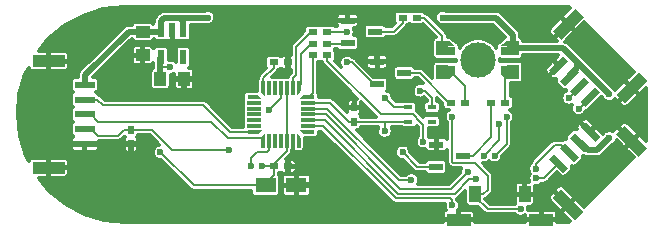
<source format=gbr>
G04 #@! TF.FileFunction,Copper,L2,Bot,Signal*
%FSLAX46Y46*%
G04 Gerber Fmt 4.6, Leading zero omitted, Abs format (unit mm)*
G04 Created by KiCad (PCBNEW 4.0.7-e2-6376~58~ubuntu14.04.1) date Wed May 23 14:22:57 2018*
%MOMM*%
%LPD*%
G01*
G04 APERTURE LIST*
%ADD10C,0.100000*%
%ADD11R,1.000000X1.400000*%
%ADD12R,2.000000X1.000000*%
%ADD13C,3.000000*%
%ADD14R,1.600000X0.800000*%
%ADD15R,1.000000X1.200000*%
%ADD16R,1.200000X1.000000*%
%ADD17R,0.800000X0.500000*%
%ADD18R,0.500000X0.800000*%
%ADD19R,0.600000X1.200000*%
%ADD20R,0.300000X0.900000*%
%ADD21R,0.300000X1.200000*%
%ADD22R,0.900000X0.300000*%
%ADD23R,1.200000X0.300000*%
%ADD24R,1.700000X0.600000*%
%ADD25R,2.700000X1.000000*%
%ADD26R,1.200000X0.600000*%
%ADD27R,1.800000X1.250000*%
%ADD28R,0.800000X0.300000*%
%ADD29C,0.600000*%
%ADD30C,0.500000*%
%ADD31C,0.200000*%
%ADD32C,0.300000*%
G04 APERTURE END LIST*
D10*
D11*
X133850000Y-87750000D03*
X129650000Y-87750000D03*
D12*
X135250000Y-89900000D03*
X128250000Y-89900000D03*
D13*
X129875000Y-76400000D03*
D14*
X132575000Y-77200000D03*
X132575000Y-75600000D03*
X127175000Y-77200000D03*
X127175000Y-75600000D03*
D15*
X126875000Y-77400000D03*
X126875000Y-75400000D03*
X132875000Y-77400000D03*
X132875000Y-75400000D03*
D10*
G36*
X127325000Y-78000000D02*
X126775000Y-77600000D01*
X127975000Y-77600000D01*
X127425000Y-78000000D01*
X127325000Y-78000000D01*
X127325000Y-78000000D01*
G37*
G36*
X127425000Y-74800000D02*
X127975000Y-75200000D01*
X126775000Y-75200000D01*
X127325000Y-74800000D01*
X127425000Y-74800000D01*
X127425000Y-74800000D01*
G37*
G36*
X132325000Y-78000000D02*
X131775000Y-77600000D01*
X132975000Y-77600000D01*
X132425000Y-78000000D01*
X132325000Y-78000000D01*
X132325000Y-78000000D01*
G37*
G36*
X132425000Y-74800000D02*
X132975000Y-75200000D01*
X131775000Y-75200000D01*
X132325000Y-74800000D01*
X132425000Y-74800000D01*
X132425000Y-74800000D01*
G37*
G36*
X137222093Y-83431712D02*
X138424175Y-84633794D01*
X137999911Y-85058058D01*
X136797829Y-83855976D01*
X137222093Y-83431712D01*
X137222093Y-83431712D01*
G37*
G36*
X136338210Y-84315596D02*
X137540292Y-85517678D01*
X137116028Y-85941942D01*
X135913946Y-84739860D01*
X136338210Y-84315596D01*
X136338210Y-84315596D01*
G37*
G36*
X138105976Y-82547829D02*
X139308058Y-83749911D01*
X138883794Y-84174175D01*
X137681712Y-82972093D01*
X138105976Y-82547829D01*
X138105976Y-82547829D01*
G37*
G36*
X138989860Y-81663946D02*
X140191942Y-82866028D01*
X139767678Y-83290292D01*
X138565596Y-82088210D01*
X138989860Y-81663946D01*
X138989860Y-81663946D01*
G37*
G36*
X136921573Y-87338477D02*
X138830762Y-89247666D01*
X138123655Y-89954773D01*
X136214466Y-88045584D01*
X136921573Y-87338477D01*
X136921573Y-87338477D01*
G37*
G36*
X142295584Y-81964466D02*
X144204773Y-83873655D01*
X143497666Y-84580762D01*
X141588477Y-82671573D01*
X142295584Y-81964466D01*
X142295584Y-81964466D01*
G37*
D16*
X101500000Y-74000000D03*
X101500000Y-76000000D03*
D17*
X112600000Y-85400000D03*
X113800000Y-85400000D03*
D15*
X103000000Y-78000000D03*
X105000000Y-78000000D03*
D18*
X100500000Y-82300000D03*
X100500000Y-83500000D03*
D10*
G36*
X137681712Y-79027907D02*
X138883794Y-77825825D01*
X139308058Y-78250089D01*
X138105976Y-79452171D01*
X137681712Y-79027907D01*
X137681712Y-79027907D01*
G37*
G36*
X138565596Y-79911790D02*
X139767678Y-78709708D01*
X140191942Y-79133972D01*
X138989860Y-80336054D01*
X138565596Y-79911790D01*
X138565596Y-79911790D01*
G37*
G36*
X136797829Y-78144024D02*
X137999911Y-76941942D01*
X138424175Y-77366206D01*
X137222093Y-78568288D01*
X136797829Y-78144024D01*
X136797829Y-78144024D01*
G37*
G36*
X135913946Y-77260140D02*
X137116028Y-76058058D01*
X137540292Y-76482322D01*
X136338210Y-77684404D01*
X135913946Y-77260140D01*
X135913946Y-77260140D01*
G37*
G36*
X141588477Y-79328427D02*
X143497666Y-77419238D01*
X144204773Y-78126345D01*
X142295584Y-80035534D01*
X141588477Y-79328427D01*
X141588477Y-79328427D01*
G37*
G36*
X136214466Y-73954416D02*
X138123655Y-72045227D01*
X138830762Y-72752334D01*
X136921573Y-74661523D01*
X136214466Y-73954416D01*
X136214466Y-73954416D01*
G37*
D17*
X124700000Y-72800000D03*
X123500000Y-72800000D03*
X128800000Y-80000000D03*
X127600000Y-80000000D03*
X132200000Y-80000000D03*
X131000000Y-80000000D03*
D19*
X104000000Y-73850000D03*
X103050000Y-73850000D03*
X104950000Y-73850000D03*
X104950000Y-76150000D03*
X103050000Y-76150000D03*
D17*
X113800000Y-76600000D03*
X112600000Y-76600000D03*
D18*
X119400000Y-81600000D03*
X119400000Y-80400000D03*
D20*
X111700000Y-78600000D03*
D21*
X112200000Y-78750000D03*
X112700000Y-78750000D03*
X113200000Y-78750000D03*
X113700000Y-78750000D03*
X114200000Y-78750000D03*
D20*
X114700000Y-78600000D03*
D22*
X115600000Y-79500000D03*
D23*
X115450000Y-80000000D03*
X115450000Y-80500000D03*
X115450000Y-81000000D03*
X115450000Y-81500000D03*
X115450000Y-82000000D03*
D22*
X115600000Y-82500000D03*
D20*
X114700000Y-83400000D03*
D21*
X114200000Y-83250000D03*
X113700000Y-83250000D03*
X113200000Y-83250000D03*
X112700000Y-83250000D03*
X112200000Y-83250000D03*
D20*
X111700000Y-83400000D03*
D22*
X110800000Y-82500000D03*
D23*
X110950000Y-82000000D03*
X110950000Y-81500000D03*
X110950000Y-81000000D03*
X110950000Y-80500000D03*
X110950000Y-80000000D03*
D22*
X110800000Y-79500000D03*
D10*
G36*
X111850000Y-78600000D02*
X111850000Y-79400000D01*
X111550000Y-79100000D01*
X111550000Y-78900000D01*
X111850000Y-78600000D01*
X111850000Y-78600000D01*
G37*
G36*
X111600000Y-79650000D02*
X110800000Y-79650000D01*
X111100000Y-79350000D01*
X111300000Y-79350000D01*
X111600000Y-79650000D01*
X111600000Y-79650000D01*
G37*
G36*
X114800000Y-82350000D02*
X115600000Y-82350000D01*
X115300000Y-82650000D01*
X115100000Y-82650000D01*
X114800000Y-82350000D01*
X114800000Y-82350000D01*
G37*
G36*
X114550000Y-83400000D02*
X114550000Y-82600000D01*
X114850000Y-82900000D01*
X114850000Y-83100000D01*
X114550000Y-83400000D01*
X114550000Y-83400000D01*
G37*
G36*
X114550000Y-79400000D02*
X114550000Y-78600000D01*
X114850000Y-78900000D01*
X114850000Y-79100000D01*
X114550000Y-79400000D01*
X114550000Y-79400000D01*
G37*
G36*
X115600000Y-79650000D02*
X114800000Y-79650000D01*
X115100000Y-79350000D01*
X115300000Y-79350000D01*
X115600000Y-79650000D01*
X115600000Y-79650000D01*
G37*
G36*
X111850000Y-82600000D02*
X111850000Y-83400000D01*
X111550000Y-83100000D01*
X111550000Y-82900000D01*
X111850000Y-82600000D01*
X111850000Y-82600000D01*
G37*
G36*
X110800000Y-82350000D02*
X111600000Y-82350000D01*
X111300000Y-82650000D01*
X111100000Y-82650000D01*
X110800000Y-82350000D01*
X110800000Y-82350000D01*
G37*
D24*
X96600000Y-81000000D03*
X96600000Y-79750000D03*
X96600000Y-82250000D03*
X96600000Y-83500000D03*
D25*
X93550000Y-76500000D03*
X93550000Y-85500000D03*
D24*
X96600000Y-78500000D03*
D26*
X121150000Y-74000000D03*
X118850000Y-74950000D03*
X118850000Y-73050000D03*
X123650000Y-77500000D03*
X121350000Y-78450000D03*
X121350000Y-76550000D03*
X128650000Y-84500000D03*
X126350000Y-85450000D03*
X126350000Y-83550000D03*
D17*
X117100000Y-75000000D03*
X115900000Y-75000000D03*
X117100000Y-74000000D03*
X115900000Y-74000000D03*
X117100000Y-76000000D03*
X115900000Y-76000000D03*
D27*
X111900000Y-87000000D03*
X114500000Y-87000000D03*
D28*
X126000000Y-80350000D03*
X126000000Y-81000000D03*
X126000000Y-81650000D03*
X124000000Y-81650000D03*
X124000000Y-80350000D03*
D29*
X126900000Y-72800000D03*
X107000000Y-72799999D03*
X141000000Y-79305618D03*
X141000000Y-83000000D03*
X122100000Y-83600000D03*
X116600000Y-83600000D03*
X117400000Y-78400000D03*
X121300000Y-75300000D03*
X140200000Y-81600000D03*
X122000000Y-79600000D03*
X111600000Y-85400000D03*
X103800000Y-77000000D03*
X103000000Y-84200000D03*
X108800000Y-84000000D03*
X112200000Y-80600000D03*
X133500000Y-89000000D03*
X125000000Y-79000000D03*
X127700000Y-81200000D03*
X110700000Y-85400000D03*
X122000000Y-82400000D03*
X124250220Y-86553599D03*
X130400000Y-84500000D03*
X131700000Y-81800000D03*
X137600000Y-79600000D03*
X129000000Y-85900000D03*
X131300000Y-84500000D03*
X132300000Y-81200000D03*
X138400000Y-80500000D03*
X129700000Y-86500000D03*
X134800000Y-85600000D03*
X127700000Y-88700000D03*
X134800000Y-86400000D03*
X118800000Y-76600000D03*
X118800000Y-74000000D03*
X125249998Y-83300000D03*
X123500000Y-84200000D03*
D30*
X96600000Y-78500000D02*
X96600000Y-77700000D01*
X96600000Y-77700000D02*
X100300000Y-74000000D01*
X100300000Y-74000000D02*
X100400000Y-74000000D01*
X100400000Y-74000000D02*
X101500000Y-74000000D01*
X126900000Y-72800000D02*
X127324265Y-72799999D01*
X127324265Y-72799999D02*
X131374999Y-72799999D01*
X131374999Y-72799999D02*
X132875000Y-74300000D01*
X132875000Y-74300000D02*
X132875000Y-75400000D01*
X104660001Y-72799999D02*
X107000000Y-72799999D01*
X137094382Y-75400000D02*
X137694382Y-76000000D01*
X137694382Y-76000000D02*
X138282753Y-76588371D01*
X141000000Y-79305618D02*
X137694382Y-76000000D01*
X139661629Y-84032753D02*
X139967247Y-84032753D01*
X139967247Y-84032753D02*
X141000000Y-83000000D01*
X139661629Y-84032753D02*
X139166636Y-84032753D01*
X139166636Y-84032753D02*
X138494885Y-83361002D01*
X132875000Y-75400000D02*
X137094382Y-75400000D01*
X138282753Y-76588371D02*
X138282753Y-77083364D01*
X138282753Y-77083364D02*
X137611002Y-77755115D01*
X103050000Y-73850000D02*
X103050000Y-73089998D01*
X103050000Y-73089998D02*
X103339999Y-72799999D01*
X103339999Y-72799999D02*
X104660001Y-72799999D01*
X104950000Y-73089998D02*
X104950000Y-73850000D01*
X104660001Y-72799999D02*
X104950000Y-73089998D01*
X101500000Y-74000000D02*
X102900000Y-74000000D01*
X102900000Y-74000000D02*
X103050000Y-73850000D01*
X116600000Y-86300000D02*
X116600000Y-83600000D01*
X114500000Y-87000000D02*
X115900000Y-87000000D01*
X115900000Y-87000000D02*
X116600000Y-86300000D01*
X121350000Y-76550000D02*
X121350000Y-75350000D01*
X121350000Y-75350000D02*
X121300000Y-75300000D01*
X139378769Y-82477119D02*
X139378769Y-82421231D01*
X139378769Y-82421231D02*
X140200000Y-81600000D01*
D31*
X113800000Y-85200000D02*
X113800000Y-84750000D01*
X113800000Y-84750000D02*
X114200000Y-84350000D01*
X114200000Y-84350000D02*
X114200000Y-84050000D01*
X114200000Y-84050000D02*
X114200000Y-83250000D01*
X97200000Y-83400000D02*
X97100000Y-83500000D01*
X124000000Y-80350000D02*
X122750000Y-80350000D01*
X122750000Y-80350000D02*
X122000000Y-79600000D01*
X111600000Y-85400000D02*
X112600000Y-85400000D01*
D30*
X103000000Y-78000000D02*
X103000000Y-77000000D01*
X103000000Y-77000000D02*
X103000000Y-76200000D01*
D31*
X103800000Y-77000000D02*
X103000000Y-77000000D01*
D30*
X103000000Y-76200000D02*
X103050000Y-76150000D01*
D31*
X111700000Y-87000000D02*
X105800000Y-87000000D01*
X105800000Y-87000000D02*
X103000000Y-84200000D01*
X112600000Y-85200000D02*
X112600000Y-86100000D01*
X112600000Y-86100000D02*
X111700000Y-87000000D01*
X112600000Y-85200000D02*
X113700000Y-84100000D01*
X113700000Y-84100000D02*
X113700000Y-83250000D01*
X113700000Y-83250000D02*
X113700000Y-82450000D01*
X113700000Y-82450000D02*
X113700000Y-78750000D01*
X108800000Y-84000000D02*
X104000000Y-84000000D01*
X104000000Y-84000000D02*
X102300000Y-82300000D01*
X102300000Y-82300000D02*
X100500000Y-82300000D01*
X100500000Y-82300000D02*
X99900000Y-82300000D01*
X97150000Y-82250000D02*
X96600000Y-82250000D01*
X99900000Y-82300000D02*
X99400000Y-82800000D01*
X99400000Y-82800000D02*
X97700000Y-82800000D01*
X97700000Y-82800000D02*
X97150000Y-82250000D01*
X112200000Y-80600000D02*
X113200000Y-79600000D01*
X113200000Y-79600000D02*
X113200000Y-78750000D01*
X112200000Y-80500000D02*
X112200000Y-80600000D01*
X132200000Y-80000000D02*
X132200000Y-77575000D01*
X132200000Y-77575000D02*
X132575000Y-77200000D01*
X128800000Y-80000000D02*
X128800000Y-78625000D01*
X127575000Y-77400000D02*
X126875000Y-77400000D01*
X128800000Y-78625000D02*
X127575000Y-77400000D01*
X124700000Y-72800000D02*
X125300000Y-72800000D01*
X126875000Y-74600000D02*
X126875000Y-75400000D01*
X125300000Y-72800000D02*
X126875000Y-74375000D01*
X126875000Y-74375000D02*
X126875000Y-74600000D01*
X126650000Y-75400000D02*
X126875000Y-75400000D01*
X126450000Y-75400000D02*
X126875000Y-75400000D01*
X114900012Y-78399988D02*
X114700000Y-78600000D01*
X114900012Y-75849988D02*
X114900012Y-78399988D01*
X115750000Y-75000000D02*
X114900012Y-75849988D01*
X115900000Y-75000000D02*
X115750000Y-75000000D01*
X114700000Y-78600000D02*
X114700000Y-78300000D01*
X115900000Y-76000000D02*
X115900000Y-79200000D01*
X115900000Y-79200000D02*
X115600000Y-79500000D01*
X115900000Y-74000000D02*
X115750000Y-74000000D01*
X114500001Y-75249999D02*
X114500001Y-77649999D01*
X115750000Y-74000000D02*
X114500001Y-75249999D01*
X114500001Y-77649999D02*
X114200000Y-77950000D01*
X114200000Y-77950000D02*
X114200000Y-78750000D01*
X133500000Y-89000000D02*
X130700000Y-89000000D01*
X130700000Y-89000000D02*
X129650000Y-87950000D01*
X129650000Y-87950000D02*
X129650000Y-87750000D01*
X126000000Y-79575736D02*
X126000000Y-80350000D01*
X125000000Y-79000000D02*
X125424264Y-79000000D01*
X125424264Y-79000000D02*
X126000000Y-79575736D01*
X127700000Y-84990002D02*
X127700000Y-81200000D01*
X129650000Y-87750000D02*
X130350000Y-87750000D01*
X129600000Y-85100000D02*
X127809998Y-85100000D01*
X130350000Y-87750000D02*
X130700000Y-87400000D01*
X130700000Y-87400000D02*
X130700000Y-86200000D01*
X130700000Y-86200000D02*
X129600000Y-85100000D01*
X127809998Y-85100000D02*
X127700000Y-84990002D01*
X129650000Y-87750000D02*
X129650000Y-87550000D01*
X111200000Y-84200000D02*
X110700000Y-84700000D01*
X110700000Y-84700000D02*
X110700000Y-85400000D01*
X112050000Y-84200000D02*
X111200000Y-84200000D01*
X112200000Y-84050000D02*
X112050000Y-84200000D01*
X112200000Y-83250000D02*
X112200000Y-84050000D01*
X112600000Y-76600000D02*
X112600000Y-77050000D01*
X112600000Y-77050000D02*
X111700000Y-77950000D01*
X111700000Y-77950000D02*
X111700000Y-78600000D01*
X116100000Y-80000000D02*
X115450000Y-80000000D01*
X116250000Y-80000000D02*
X116100000Y-80000000D01*
X116100000Y-80000000D02*
X117350000Y-80000000D01*
X117350000Y-80000000D02*
X118950000Y-81600000D01*
X118950000Y-81600000D02*
X119400000Y-81600000D01*
X122000000Y-81650000D02*
X119466386Y-81650000D01*
X119466386Y-81650000D02*
X119416386Y-81600000D01*
X119416386Y-81600000D02*
X119400000Y-81600000D01*
X124000000Y-81650000D02*
X122000000Y-81650000D01*
X122000000Y-81650000D02*
X122000000Y-82400000D01*
X123825956Y-86553599D02*
X124250220Y-86553599D01*
X123163597Y-86553599D02*
X123825956Y-86553599D01*
X115450000Y-80500000D02*
X117109998Y-80500000D01*
X117109998Y-80500000D02*
X123163597Y-86553599D01*
X131700000Y-82924264D02*
X131700000Y-82800000D01*
X131700000Y-82800000D02*
X131700000Y-82700000D01*
X131700000Y-83200000D02*
X131700000Y-82800000D01*
X130400000Y-84500000D02*
X131700000Y-83200000D01*
X131700000Y-82700000D02*
X131700000Y-81800000D01*
X138494885Y-78638998D02*
X138494885Y-78705115D01*
X138494885Y-78705115D02*
X137600000Y-79600000D01*
X123300000Y-87300000D02*
X117000000Y-81000000D01*
X117000000Y-81000000D02*
X115450000Y-81000000D01*
X127600000Y-87300000D02*
X123300000Y-87300000D01*
X129000000Y-85900000D02*
X127600000Y-87300000D01*
X132300000Y-81624264D02*
X132300000Y-83500000D01*
X132300000Y-83500000D02*
X131300000Y-84500000D01*
X132300000Y-81200000D02*
X132300000Y-81624264D01*
X139378769Y-79522881D02*
X139377119Y-79522881D01*
X139377119Y-79522881D02*
X138400000Y-80500000D01*
X139277119Y-79522881D02*
X139378769Y-79522881D01*
X123100000Y-87700000D02*
X116900000Y-81500000D01*
X116900000Y-81500000D02*
X115450000Y-81500000D01*
X127959998Y-87700000D02*
X123100000Y-87700000D01*
X129700000Y-86500000D02*
X129159998Y-86500000D01*
X129159998Y-86500000D02*
X127959998Y-87700000D01*
X136939251Y-83573134D02*
X136402602Y-83573134D01*
X136402602Y-83573134D02*
X134800000Y-85175736D01*
X134800000Y-85175736D02*
X134800000Y-85600000D01*
X137611002Y-84244885D02*
X136939251Y-83573134D01*
X122900000Y-88100000D02*
X116800000Y-82000000D01*
X116800000Y-82000000D02*
X115450000Y-82000000D01*
X127524264Y-88100000D02*
X122900000Y-88100000D01*
X127700000Y-88700000D02*
X127700000Y-88275736D01*
X127700000Y-88275736D02*
X127524264Y-88100000D01*
X136727119Y-85128769D02*
X135455888Y-86400000D01*
X135455888Y-86400000D02*
X134800000Y-86400000D01*
X107300000Y-81600000D02*
X108700000Y-83000000D01*
X108700000Y-83000000D02*
X111700000Y-83000000D01*
X97750000Y-81600000D02*
X107300000Y-81600000D01*
X96600000Y-81000000D02*
X97150000Y-81000000D01*
X97150000Y-81000000D02*
X97750000Y-81600000D01*
X106600000Y-80200000D02*
X108900000Y-82500000D01*
X108900000Y-82500000D02*
X111200000Y-82500000D01*
X98100000Y-80200000D02*
X106600000Y-80200000D01*
X96600000Y-79750000D02*
X97650000Y-79750000D01*
X97650000Y-79750000D02*
X98100000Y-80200000D01*
X121150000Y-74000000D02*
X122750000Y-74000000D01*
X122750000Y-74000000D02*
X123500000Y-73250000D01*
X123500000Y-73250000D02*
X123500000Y-72800000D01*
X117100000Y-75000000D02*
X118800000Y-75000000D01*
X118800000Y-75000000D02*
X118850000Y-74950000D01*
X127600000Y-80000000D02*
X127450000Y-80000000D01*
X127450000Y-80000000D02*
X124950000Y-77500000D01*
X124950000Y-77500000D02*
X124450000Y-77500000D01*
X124450000Y-77500000D02*
X123650000Y-77500000D01*
X123650000Y-77500000D02*
X123950000Y-77500000D01*
X121350000Y-78450000D02*
X121050000Y-78450000D01*
X121050000Y-78450000D02*
X119200000Y-76600000D01*
X119200000Y-76600000D02*
X118800000Y-76600000D01*
X118800000Y-74000000D02*
X117100000Y-74000000D01*
X128650000Y-84500000D02*
X129450000Y-84500000D01*
X129450000Y-84500000D02*
X131000000Y-82950000D01*
X131000000Y-82950000D02*
X131000000Y-80450000D01*
X131000000Y-80450000D02*
X131000000Y-80000000D01*
X124400000Y-81000000D02*
X125000000Y-81600000D01*
X125249998Y-83300000D02*
X125249998Y-81849998D01*
X125249998Y-81849998D02*
X125000000Y-81600000D01*
X126350000Y-85450000D02*
X124750000Y-85450000D01*
X124750000Y-85450000D02*
X123500000Y-84200000D01*
X121650000Y-81000000D02*
X124400000Y-81000000D01*
X117100000Y-76000000D02*
X117100000Y-76450000D01*
X117100000Y-76450000D02*
X121650000Y-81000000D01*
X126250000Y-81650000D02*
X126000000Y-81650000D01*
D32*
G36*
X137679111Y-71994796D02*
X137018800Y-72655107D01*
X137018800Y-72778851D01*
X137522614Y-73282664D01*
X137536756Y-73268522D01*
X137607467Y-73339233D01*
X137593325Y-73353375D01*
X138097138Y-73857189D01*
X138220882Y-73857189D01*
X138881193Y-73196878D01*
X143053122Y-77368807D01*
X142392811Y-78029118D01*
X142392811Y-78152862D01*
X142896625Y-78656675D01*
X142910767Y-78642533D01*
X142981478Y-78713244D01*
X142967336Y-78727386D01*
X143471149Y-79231200D01*
X143594893Y-79231200D01*
X144100000Y-78726093D01*
X144100000Y-83273907D01*
X143594893Y-82768800D01*
X143471149Y-82768800D01*
X142967336Y-83272614D01*
X142981478Y-83286756D01*
X142910767Y-83357467D01*
X142896625Y-83343325D01*
X142392811Y-83847138D01*
X142392811Y-83970882D01*
X143053122Y-84631193D01*
X138881193Y-88803122D01*
X138220882Y-88142811D01*
X138097138Y-88142811D01*
X137593325Y-88646625D01*
X137607467Y-88660767D01*
X137536756Y-88731478D01*
X137522614Y-88717336D01*
X137018800Y-89221149D01*
X137018800Y-89344893D01*
X137679111Y-90005204D01*
X137584314Y-90100000D01*
X136600000Y-90100000D01*
X136600000Y-90037500D01*
X136512500Y-89950000D01*
X135300000Y-89950000D01*
X135300000Y-89970000D01*
X135200000Y-89970000D01*
X135200000Y-89950000D01*
X133987500Y-89950000D01*
X133900000Y-90037500D01*
X133900000Y-90100000D01*
X129600000Y-90100000D01*
X129600000Y-90037500D01*
X129512500Y-89950000D01*
X128300000Y-89950000D01*
X128300000Y-89970000D01*
X128200000Y-89970000D01*
X128200000Y-89950000D01*
X126987500Y-89950000D01*
X126900000Y-90037500D01*
X126900000Y-90100000D01*
X100019564Y-90100000D01*
X98232842Y-89924810D01*
X96532990Y-89411595D01*
X94965199Y-88577986D01*
X93589179Y-87455731D01*
X92674438Y-86350000D01*
X93412500Y-86350000D01*
X93500000Y-86262500D01*
X93500000Y-85550000D01*
X93600000Y-85550000D01*
X93600000Y-86262500D01*
X93687500Y-86350000D01*
X94934472Y-86350000D01*
X95002091Y-86336550D01*
X95065787Y-86310166D01*
X95123112Y-86271863D01*
X95171863Y-86223112D01*
X95210166Y-86165787D01*
X95236550Y-86102091D01*
X95250000Y-86034472D01*
X95250000Y-85637500D01*
X95162500Y-85550000D01*
X93600000Y-85550000D01*
X93500000Y-85550000D01*
X93480000Y-85550000D01*
X93480000Y-85450000D01*
X93500000Y-85450000D01*
X93500000Y-84737500D01*
X93600000Y-84737500D01*
X93600000Y-85450000D01*
X95162500Y-85450000D01*
X95250000Y-85362500D01*
X95250000Y-84965528D01*
X95236550Y-84897909D01*
X95210166Y-84834213D01*
X95171863Y-84776888D01*
X95123112Y-84728137D01*
X95065787Y-84689834D01*
X95002091Y-84663450D01*
X94934472Y-84650000D01*
X93687500Y-84650000D01*
X93600000Y-84737500D01*
X93500000Y-84737500D01*
X93412500Y-84650000D01*
X92165528Y-84650000D01*
X92097909Y-84663450D01*
X92034213Y-84689834D01*
X91976888Y-84728137D01*
X91928137Y-84776888D01*
X91889834Y-84834213D01*
X91863450Y-84897909D01*
X91850176Y-84964642D01*
X91612813Y-84525648D01*
X91337886Y-83637500D01*
X95400000Y-83637500D01*
X95400000Y-83834472D01*
X95413450Y-83902091D01*
X95439834Y-83965787D01*
X95478137Y-84023112D01*
X95526888Y-84071863D01*
X95584213Y-84110166D01*
X95647909Y-84136550D01*
X95715528Y-84150000D01*
X96462500Y-84150000D01*
X96550000Y-84062500D01*
X96550000Y-83550000D01*
X96650000Y-83550000D01*
X96650000Y-84062500D01*
X96737500Y-84150000D01*
X97484472Y-84150000D01*
X97552091Y-84136550D01*
X97615787Y-84110166D01*
X97673112Y-84071863D01*
X97721863Y-84023112D01*
X97760166Y-83965787D01*
X97786550Y-83902091D01*
X97800000Y-83834472D01*
X97800000Y-83637500D01*
X99900000Y-83637500D01*
X99900000Y-83934472D01*
X99913450Y-84002091D01*
X99939834Y-84065787D01*
X99978137Y-84123112D01*
X100026888Y-84171863D01*
X100084213Y-84210166D01*
X100147909Y-84236550D01*
X100215528Y-84250000D01*
X100362500Y-84250000D01*
X100450000Y-84162500D01*
X100450000Y-83550000D01*
X100550000Y-83550000D01*
X100550000Y-84162500D01*
X100637500Y-84250000D01*
X100784472Y-84250000D01*
X100852091Y-84236550D01*
X100915787Y-84210166D01*
X100973112Y-84171863D01*
X101021863Y-84123112D01*
X101060166Y-84065787D01*
X101086550Y-84002091D01*
X101100000Y-83934472D01*
X101100000Y-83637500D01*
X101012500Y-83550000D01*
X100550000Y-83550000D01*
X100450000Y-83550000D01*
X99987500Y-83550000D01*
X99900000Y-83637500D01*
X97800000Y-83637500D01*
X97712500Y-83550000D01*
X96650000Y-83550000D01*
X96550000Y-83550000D01*
X95487500Y-83550000D01*
X95400000Y-83637500D01*
X91337886Y-83637500D01*
X91087745Y-82829426D01*
X90902141Y-81063516D01*
X91063070Y-79295190D01*
X91385401Y-78200000D01*
X95398307Y-78200000D01*
X95398307Y-78800000D01*
X95402752Y-78855736D01*
X95432027Y-78950271D01*
X95486480Y-79032906D01*
X95561800Y-79097100D01*
X95623175Y-79124766D01*
X95599729Y-79132027D01*
X95517094Y-79186480D01*
X95452900Y-79261800D01*
X95412231Y-79352021D01*
X95398307Y-79450000D01*
X95398307Y-80050000D01*
X95402752Y-80105736D01*
X95432027Y-80200271D01*
X95486480Y-80282906D01*
X95561800Y-80347100D01*
X95623175Y-80374766D01*
X95599729Y-80382027D01*
X95517094Y-80436480D01*
X95452900Y-80511800D01*
X95412231Y-80602021D01*
X95398307Y-80700000D01*
X95398307Y-81300000D01*
X95402752Y-81355736D01*
X95432027Y-81450271D01*
X95486480Y-81532906D01*
X95561800Y-81597100D01*
X95623175Y-81624766D01*
X95599729Y-81632027D01*
X95517094Y-81686480D01*
X95452900Y-81761800D01*
X95412231Y-81852021D01*
X95398307Y-81950000D01*
X95398307Y-82550000D01*
X95402752Y-82605736D01*
X95432027Y-82700271D01*
X95486480Y-82782906D01*
X95561800Y-82847100D01*
X95621937Y-82874208D01*
X95584213Y-82889834D01*
X95526888Y-82928137D01*
X95478137Y-82976888D01*
X95439834Y-83034213D01*
X95413450Y-83097909D01*
X95400000Y-83165528D01*
X95400000Y-83362500D01*
X95487500Y-83450000D01*
X96550000Y-83450000D01*
X96550000Y-83430000D01*
X96650000Y-83430000D01*
X96650000Y-83450000D01*
X97712500Y-83450000D01*
X97800000Y-83362500D01*
X97800000Y-83250000D01*
X99400000Y-83250000D01*
X99441339Y-83245947D01*
X99482778Y-83242321D01*
X99485050Y-83241661D01*
X99487405Y-83241430D01*
X99527204Y-83229414D01*
X99567115Y-83217819D01*
X99569215Y-83216730D01*
X99571482Y-83216046D01*
X99608251Y-83196495D01*
X99645087Y-83177401D01*
X99646931Y-83175929D01*
X99649026Y-83174815D01*
X99681276Y-83148512D01*
X99713724Y-83122610D01*
X99717018Y-83119362D01*
X99717085Y-83119307D01*
X99717136Y-83119245D01*
X99718198Y-83118198D01*
X99953515Y-82882881D01*
X99963753Y-82898416D01*
X99939834Y-82934213D01*
X99913450Y-82997909D01*
X99900000Y-83065528D01*
X99900000Y-83362500D01*
X99987500Y-83450000D01*
X100450000Y-83450000D01*
X100450000Y-83430000D01*
X100550000Y-83430000D01*
X100550000Y-83450000D01*
X101012500Y-83450000D01*
X101100000Y-83362500D01*
X101100000Y-83065528D01*
X101086550Y-82997909D01*
X101060166Y-82934213D01*
X101037190Y-82899827D01*
X101047100Y-82888200D01*
X101087769Y-82797979D01*
X101094587Y-82750000D01*
X102113604Y-82750000D01*
X102917578Y-83553974D01*
X102815590Y-83573429D01*
X102697401Y-83621181D01*
X102590737Y-83690979D01*
X102499662Y-83780166D01*
X102427645Y-83885345D01*
X102377428Y-84002509D01*
X102350925Y-84127195D01*
X102349146Y-84254654D01*
X102372157Y-84380031D01*
X102419082Y-84498551D01*
X102488135Y-84605700D01*
X102576684Y-84697395D01*
X102681357Y-84770145D01*
X102798167Y-84821178D01*
X102922665Y-84848550D01*
X103014069Y-84850465D01*
X105481802Y-87318198D01*
X105513905Y-87344568D01*
X105545765Y-87371301D01*
X105547838Y-87372441D01*
X105549667Y-87373943D01*
X105586314Y-87393593D01*
X105622726Y-87413611D01*
X105624980Y-87414326D01*
X105627067Y-87415445D01*
X105666857Y-87427610D01*
X105706440Y-87440166D01*
X105708789Y-87440429D01*
X105711054Y-87441122D01*
X105752424Y-87445324D01*
X105793717Y-87449956D01*
X105798344Y-87449988D01*
X105798429Y-87449997D01*
X105798508Y-87449990D01*
X105800000Y-87450000D01*
X110648307Y-87450000D01*
X110648307Y-87625000D01*
X110652752Y-87680736D01*
X110682027Y-87775271D01*
X110736480Y-87857906D01*
X110811800Y-87922100D01*
X110902021Y-87962769D01*
X111000000Y-87976693D01*
X112800000Y-87976693D01*
X112855736Y-87972248D01*
X112950271Y-87942973D01*
X113032906Y-87888520D01*
X113097100Y-87813200D01*
X113137769Y-87722979D01*
X113151693Y-87625000D01*
X113151693Y-87137500D01*
X113250000Y-87137500D01*
X113250000Y-87659472D01*
X113263450Y-87727091D01*
X113289834Y-87790787D01*
X113328137Y-87848112D01*
X113376888Y-87896863D01*
X113434213Y-87935166D01*
X113497909Y-87961550D01*
X113565528Y-87975000D01*
X114362500Y-87975000D01*
X114450000Y-87887500D01*
X114450000Y-87050000D01*
X114550000Y-87050000D01*
X114550000Y-87887500D01*
X114637500Y-87975000D01*
X115434472Y-87975000D01*
X115502091Y-87961550D01*
X115565787Y-87935166D01*
X115623112Y-87896863D01*
X115671863Y-87848112D01*
X115710166Y-87790787D01*
X115736550Y-87727091D01*
X115750000Y-87659472D01*
X115750000Y-87137500D01*
X115662500Y-87050000D01*
X114550000Y-87050000D01*
X114450000Y-87050000D01*
X113337500Y-87050000D01*
X113250000Y-87137500D01*
X113151693Y-87137500D01*
X113151693Y-86375000D01*
X113148944Y-86340528D01*
X113250000Y-86340528D01*
X113250000Y-86862500D01*
X113337500Y-86950000D01*
X114450000Y-86950000D01*
X114450000Y-86112500D01*
X114550000Y-86112500D01*
X114550000Y-86950000D01*
X115662500Y-86950000D01*
X115750000Y-86862500D01*
X115750000Y-86340528D01*
X115736550Y-86272909D01*
X115710166Y-86209213D01*
X115671863Y-86151888D01*
X115623112Y-86103137D01*
X115565787Y-86064834D01*
X115502091Y-86038450D01*
X115434472Y-86025000D01*
X114637500Y-86025000D01*
X114550000Y-86112500D01*
X114450000Y-86112500D01*
X114362500Y-86025000D01*
X113565528Y-86025000D01*
X113497909Y-86038450D01*
X113434213Y-86064834D01*
X113376888Y-86103137D01*
X113328137Y-86151888D01*
X113289834Y-86209213D01*
X113263450Y-86272909D01*
X113250000Y-86340528D01*
X113148944Y-86340528D01*
X113147248Y-86319264D01*
X113117973Y-86224729D01*
X113063520Y-86142094D01*
X113047473Y-86128418D01*
X113049956Y-86106283D01*
X113049988Y-86101656D01*
X113049997Y-86101571D01*
X113049990Y-86101492D01*
X113050000Y-86100000D01*
X113050000Y-85997705D01*
X113055736Y-85997248D01*
X113150271Y-85967973D01*
X113198416Y-85936247D01*
X113234213Y-85960166D01*
X113297909Y-85986550D01*
X113365528Y-86000000D01*
X113662500Y-86000000D01*
X113750000Y-85912500D01*
X113750000Y-85450000D01*
X113850000Y-85450000D01*
X113850000Y-85912500D01*
X113937500Y-86000000D01*
X114234472Y-86000000D01*
X114302091Y-85986550D01*
X114365787Y-85960166D01*
X114423112Y-85921863D01*
X114471863Y-85873112D01*
X114510166Y-85815787D01*
X114536550Y-85752091D01*
X114550000Y-85684472D01*
X114550000Y-85537500D01*
X114462500Y-85450000D01*
X113850000Y-85450000D01*
X113750000Y-85450000D01*
X113730000Y-85450000D01*
X113730000Y-85350000D01*
X113750000Y-85350000D01*
X113750000Y-84887500D01*
X113850000Y-84887500D01*
X113850000Y-85350000D01*
X114462500Y-85350000D01*
X114550000Y-85262500D01*
X114550000Y-85115528D01*
X114536550Y-85047909D01*
X114510166Y-84984213D01*
X114471863Y-84926888D01*
X114423112Y-84878137D01*
X114365787Y-84839834D01*
X114302091Y-84813450D01*
X114234472Y-84800000D01*
X113937500Y-84800000D01*
X113850000Y-84887500D01*
X113750000Y-84887500D01*
X113662500Y-84800000D01*
X113636396Y-84800000D01*
X114018198Y-84418198D01*
X114044568Y-84386095D01*
X114071301Y-84354235D01*
X114072441Y-84352162D01*
X114073943Y-84350333D01*
X114093593Y-84313686D01*
X114113611Y-84277274D01*
X114114326Y-84275020D01*
X114115445Y-84272933D01*
X114127610Y-84233143D01*
X114140166Y-84193560D01*
X114140429Y-84191211D01*
X114141122Y-84188946D01*
X114145324Y-84147576D01*
X114149165Y-84113335D01*
X114150000Y-84112500D01*
X114150000Y-84031767D01*
X114187769Y-83947979D01*
X114199524Y-83865262D01*
X114202752Y-83905736D01*
X114232027Y-84000271D01*
X114250000Y-84027546D01*
X114250000Y-84112500D01*
X114337500Y-84200000D01*
X114384472Y-84200000D01*
X114450166Y-84186933D01*
X114452021Y-84187769D01*
X114550000Y-84201693D01*
X114850000Y-84201693D01*
X114905736Y-84197248D01*
X115000271Y-84167973D01*
X115082906Y-84113520D01*
X115147100Y-84038200D01*
X115187769Y-83947979D01*
X115201693Y-83850000D01*
X115201693Y-83001693D01*
X116050000Y-83001693D01*
X116105736Y-82997248D01*
X116200271Y-82967973D01*
X116282906Y-82913520D01*
X116347100Y-82838200D01*
X116387769Y-82747979D01*
X116401693Y-82650000D01*
X116401693Y-82450000D01*
X116613604Y-82450000D01*
X122581802Y-88418198D01*
X122613905Y-88444568D01*
X122645765Y-88471301D01*
X122647838Y-88472441D01*
X122649667Y-88473943D01*
X122686314Y-88493593D01*
X122722726Y-88513611D01*
X122724980Y-88514326D01*
X122727067Y-88515445D01*
X122766857Y-88527610D01*
X122806440Y-88540166D01*
X122808789Y-88540429D01*
X122811054Y-88541122D01*
X122852424Y-88545324D01*
X122893717Y-88549956D01*
X122898344Y-88549988D01*
X122898429Y-88549997D01*
X122898508Y-88549990D01*
X122900000Y-88550000D01*
X127067333Y-88550000D01*
X127050925Y-88627195D01*
X127049146Y-88754654D01*
X127072157Y-88880031D01*
X127119082Y-88998551D01*
X127159430Y-89061158D01*
X127147909Y-89063450D01*
X127084213Y-89089834D01*
X127026888Y-89128137D01*
X126978137Y-89176888D01*
X126939834Y-89234213D01*
X126913450Y-89297909D01*
X126900000Y-89365528D01*
X126900000Y-89762500D01*
X126987500Y-89850000D01*
X128200000Y-89850000D01*
X128200000Y-89137500D01*
X128300000Y-89137500D01*
X128300000Y-89850000D01*
X129512500Y-89850000D01*
X129600000Y-89762500D01*
X129600000Y-89365528D01*
X129586550Y-89297909D01*
X129560166Y-89234213D01*
X129521863Y-89176888D01*
X129473112Y-89128137D01*
X129415787Y-89089834D01*
X129352091Y-89063450D01*
X129284472Y-89050000D01*
X128387500Y-89050000D01*
X128300000Y-89137500D01*
X128200000Y-89137500D01*
X128191790Y-89129290D01*
X128194428Y-89126778D01*
X128267906Y-89022616D01*
X128319754Y-88906165D01*
X128347995Y-88781861D01*
X128350028Y-88636264D01*
X128325268Y-88511220D01*
X128276693Y-88393367D01*
X128206151Y-88287193D01*
X128145195Y-88225811D01*
X128142321Y-88192958D01*
X128141661Y-88190686D01*
X128141430Y-88188331D01*
X128129418Y-88148546D01*
X128121007Y-88119593D01*
X128127113Y-88117819D01*
X128129213Y-88116730D01*
X128131480Y-88116046D01*
X128168249Y-88096495D01*
X128205085Y-88077401D01*
X128206929Y-88075929D01*
X128209024Y-88074815D01*
X128241274Y-88048512D01*
X128273722Y-88022610D01*
X128277016Y-88019362D01*
X128277083Y-88019307D01*
X128277134Y-88019245D01*
X128278196Y-88018198D01*
X128798307Y-87498087D01*
X128798307Y-88450000D01*
X128802752Y-88505736D01*
X128832027Y-88600271D01*
X128886480Y-88682906D01*
X128961800Y-88747100D01*
X129052021Y-88787769D01*
X129150000Y-88801693D01*
X129865297Y-88801693D01*
X130381802Y-89318198D01*
X130413927Y-89344586D01*
X130445765Y-89371301D01*
X130447835Y-89372439D01*
X130449666Y-89373943D01*
X130486335Y-89393605D01*
X130522726Y-89413611D01*
X130524980Y-89414326D01*
X130527067Y-89415445D01*
X130566857Y-89427610D01*
X130606440Y-89440166D01*
X130608789Y-89440429D01*
X130611054Y-89441122D01*
X130652424Y-89445324D01*
X130693717Y-89449956D01*
X130698344Y-89449988D01*
X130698429Y-89449997D01*
X130698508Y-89449990D01*
X130700000Y-89450000D01*
X133030915Y-89450000D01*
X133076684Y-89497395D01*
X133181357Y-89570145D01*
X133298167Y-89621178D01*
X133422665Y-89648550D01*
X133550109Y-89651220D01*
X133675644Y-89629085D01*
X133794488Y-89582988D01*
X133900000Y-89516028D01*
X133900000Y-89762500D01*
X133987500Y-89850000D01*
X135200000Y-89850000D01*
X135200000Y-89137500D01*
X135300000Y-89137500D01*
X135300000Y-89850000D01*
X136512500Y-89850000D01*
X136600000Y-89762500D01*
X136600000Y-89365528D01*
X136586550Y-89297909D01*
X136560166Y-89234213D01*
X136521863Y-89176888D01*
X136473112Y-89128137D01*
X136415787Y-89089834D01*
X136352091Y-89063450D01*
X136284472Y-89050000D01*
X135387500Y-89050000D01*
X135300000Y-89137500D01*
X135200000Y-89137500D01*
X135112500Y-89050000D01*
X134215528Y-89050000D01*
X134148253Y-89063382D01*
X134150028Y-88936264D01*
X134125268Y-88811220D01*
X134120643Y-88800000D01*
X134384472Y-88800000D01*
X134452091Y-88786550D01*
X134515787Y-88760166D01*
X134573112Y-88721863D01*
X134621863Y-88673112D01*
X134660166Y-88615787D01*
X134686550Y-88552091D01*
X134700000Y-88484472D01*
X134700000Y-88011112D01*
X135864466Y-88011112D01*
X135864466Y-88080056D01*
X135877917Y-88147676D01*
X135904300Y-88211372D01*
X135942604Y-88268696D01*
X135991354Y-88317447D01*
X136824346Y-89150439D01*
X136948090Y-89150439D01*
X137451903Y-88646625D01*
X136347049Y-87541771D01*
X136223305Y-87541771D01*
X135942604Y-87822472D01*
X135904300Y-87879797D01*
X135877917Y-87943493D01*
X135864466Y-88011112D01*
X134700000Y-88011112D01*
X134700000Y-87887500D01*
X134612500Y-87800000D01*
X133900000Y-87800000D01*
X133900000Y-87820000D01*
X133800000Y-87820000D01*
X133800000Y-87800000D01*
X133087500Y-87800000D01*
X133000000Y-87887500D01*
X133000000Y-88484472D01*
X133013034Y-88550000D01*
X130886396Y-88550000D01*
X130507119Y-88170723D01*
X130517115Y-88167819D01*
X130519215Y-88166730D01*
X130521482Y-88166046D01*
X130558251Y-88146495D01*
X130595087Y-88127401D01*
X130596931Y-88125929D01*
X130599026Y-88124815D01*
X130631276Y-88098512D01*
X130663724Y-88072610D01*
X130667018Y-88069362D01*
X130667085Y-88069307D01*
X130667136Y-88069245D01*
X130668198Y-88068198D01*
X131018198Y-87718198D01*
X131044568Y-87686095D01*
X131071301Y-87654235D01*
X131072441Y-87652162D01*
X131073943Y-87650333D01*
X131093593Y-87613686D01*
X131113611Y-87577274D01*
X131114326Y-87575020D01*
X131115445Y-87572933D01*
X131127610Y-87533143D01*
X131140166Y-87493560D01*
X131140429Y-87491211D01*
X131141122Y-87488946D01*
X131145324Y-87447576D01*
X131149956Y-87406283D01*
X131149988Y-87401656D01*
X131149997Y-87401571D01*
X131149990Y-87401492D01*
X131150000Y-87400000D01*
X131150000Y-87015528D01*
X133000000Y-87015528D01*
X133000000Y-87612500D01*
X133087500Y-87700000D01*
X133800000Y-87700000D01*
X133800000Y-86787500D01*
X133900000Y-86787500D01*
X133900000Y-87700000D01*
X134612500Y-87700000D01*
X134700000Y-87612500D01*
X134700000Y-87347316D01*
X136417760Y-87347316D01*
X136417760Y-87471060D01*
X137522614Y-88575914D01*
X138026428Y-88072101D01*
X138026428Y-87948357D01*
X137193436Y-87115365D01*
X137144685Y-87066615D01*
X137087361Y-87028311D01*
X137023665Y-87001928D01*
X136956045Y-86988477D01*
X136887101Y-86988477D01*
X136819482Y-87001928D01*
X136755786Y-87028311D01*
X136698461Y-87066615D01*
X136417760Y-87347316D01*
X134700000Y-87347316D01*
X134700000Y-87043567D01*
X134722665Y-87048550D01*
X134850109Y-87051220D01*
X134975644Y-87029085D01*
X135094488Y-86982988D01*
X135202116Y-86914685D01*
X135270042Y-86850000D01*
X135455888Y-86850000D01*
X135497227Y-86845947D01*
X135538666Y-86842321D01*
X135540938Y-86841661D01*
X135543293Y-86841430D01*
X135583092Y-86829414D01*
X135623003Y-86817819D01*
X135625103Y-86816730D01*
X135627370Y-86816046D01*
X135664139Y-86796495D01*
X135700975Y-86777401D01*
X135702819Y-86775929D01*
X135704914Y-86774815D01*
X135737164Y-86748512D01*
X135769612Y-86722610D01*
X135772906Y-86719362D01*
X135772973Y-86719307D01*
X135773024Y-86719245D01*
X135774086Y-86718198D01*
X136584500Y-85907784D01*
X136867343Y-86190627D01*
X136909898Y-86226895D01*
X136997445Y-86273040D01*
X137094381Y-86292968D01*
X137193032Y-86285101D01*
X137285585Y-86250063D01*
X137364713Y-86190627D01*
X137788977Y-85766363D01*
X137825245Y-85723808D01*
X137871390Y-85636261D01*
X137891318Y-85539325D01*
X137883451Y-85440674D01*
X137859615Y-85377711D01*
X137881328Y-85389156D01*
X137978264Y-85409084D01*
X138076915Y-85401217D01*
X138169468Y-85366179D01*
X138248596Y-85306743D01*
X138672860Y-84882479D01*
X138709128Y-84839924D01*
X138755273Y-84752377D01*
X138775201Y-84655441D01*
X138767334Y-84556790D01*
X138743499Y-84493829D01*
X138765211Y-84505273D01*
X138812328Y-84514959D01*
X138827656Y-84527821D01*
X138830420Y-84529340D01*
X138832859Y-84531344D01*
X138881737Y-84557552D01*
X138930271Y-84584234D01*
X138933276Y-84585187D01*
X138936058Y-84586679D01*
X138989076Y-84602888D01*
X139041889Y-84619642D01*
X139045024Y-84619994D01*
X139048041Y-84620916D01*
X139103140Y-84626512D01*
X139158259Y-84632695D01*
X139164431Y-84632738D01*
X139164542Y-84632749D01*
X139164645Y-84632739D01*
X139166636Y-84632753D01*
X139967247Y-84632753D01*
X140022417Y-84627344D01*
X140077618Y-84622514D01*
X140080647Y-84621634D01*
X140083788Y-84621326D01*
X140136885Y-84605295D01*
X140190068Y-84589844D01*
X140192866Y-84588394D01*
X140195889Y-84587481D01*
X140244820Y-84561464D01*
X140294031Y-84535956D01*
X140296499Y-84533986D01*
X140299282Y-84532506D01*
X140342197Y-84497505D01*
X140385547Y-84462899D01*
X140389938Y-84458569D01*
X140390028Y-84458495D01*
X140390097Y-84458411D01*
X140391511Y-84457017D01*
X141247197Y-83601331D01*
X141294488Y-83582988D01*
X141402116Y-83514685D01*
X141494428Y-83426778D01*
X141567906Y-83322616D01*
X141619754Y-83206165D01*
X141621298Y-83199369D01*
X142198357Y-83776428D01*
X142322101Y-83776428D01*
X142825914Y-83272614D01*
X141721060Y-82167760D01*
X141597316Y-82167760D01*
X141327948Y-82437128D01*
X141310652Y-82425462D01*
X141193140Y-82376065D01*
X141068272Y-82350433D01*
X140940804Y-82349543D01*
X140815590Y-82373429D01*
X140697401Y-82421181D01*
X140590737Y-82490979D01*
X140499662Y-82580166D01*
X140459586Y-82638697D01*
X139935616Y-82114727D01*
X139811872Y-82114727D01*
X139449480Y-82477119D01*
X139463622Y-82491261D01*
X139392911Y-82561972D01*
X139378769Y-82547830D01*
X139364627Y-82561972D01*
X139293916Y-82491261D01*
X139308058Y-82477119D01*
X138556757Y-81725818D01*
X138433014Y-81725818D01*
X138293733Y-81865098D01*
X138255430Y-81922423D01*
X138229047Y-81986119D01*
X138215596Y-82053738D01*
X138215596Y-82122682D01*
X138229047Y-82190302D01*
X138244305Y-82227139D01*
X138224559Y-82216731D01*
X138127623Y-82196803D01*
X138028972Y-82204670D01*
X137936419Y-82239708D01*
X137857291Y-82299144D01*
X137433027Y-82723408D01*
X137396759Y-82765963D01*
X137350614Y-82853510D01*
X137330686Y-82950446D01*
X137338553Y-83049097D01*
X137362388Y-83112058D01*
X137340676Y-83100614D01*
X137243740Y-83080686D01*
X137145089Y-83088553D01*
X137052536Y-83123591D01*
X137037902Y-83134583D01*
X137032811Y-83132968D01*
X137030462Y-83132705D01*
X137028197Y-83132012D01*
X136986827Y-83127810D01*
X136945534Y-83123178D01*
X136940907Y-83123146D01*
X136940822Y-83123137D01*
X136940743Y-83123144D01*
X136939251Y-83123134D01*
X136402602Y-83123134D01*
X136361217Y-83127192D01*
X136319823Y-83130814D01*
X136317556Y-83131473D01*
X136315197Y-83131704D01*
X136275336Y-83143739D01*
X136235486Y-83155316D01*
X136233389Y-83156403D01*
X136231120Y-83157088D01*
X136194354Y-83176637D01*
X136157514Y-83195733D01*
X136155668Y-83197207D01*
X136153576Y-83198319D01*
X136121341Y-83224609D01*
X136088877Y-83250525D01*
X136085584Y-83253772D01*
X136085517Y-83253827D01*
X136085466Y-83253889D01*
X136084404Y-83254936D01*
X134481802Y-84857538D01*
X134455432Y-84889641D01*
X134428699Y-84921501D01*
X134427559Y-84923574D01*
X134426057Y-84925403D01*
X134406407Y-84962050D01*
X134386389Y-84998462D01*
X134385674Y-85000716D01*
X134384555Y-85002803D01*
X134372390Y-85042593D01*
X134359834Y-85082176D01*
X134359571Y-85084525D01*
X134358878Y-85086790D01*
X134354887Y-85126086D01*
X134299662Y-85180166D01*
X134227645Y-85285345D01*
X134177428Y-85402509D01*
X134150925Y-85527195D01*
X134149146Y-85654654D01*
X134172157Y-85780031D01*
X134219082Y-85898551D01*
X134285247Y-86001219D01*
X134227645Y-86085345D01*
X134177428Y-86202509D01*
X134150925Y-86327195D01*
X134149146Y-86454654D01*
X134172157Y-86580031D01*
X134219082Y-86698551D01*
X134220016Y-86700000D01*
X133987500Y-86700000D01*
X133900000Y-86787500D01*
X133800000Y-86787500D01*
X133712500Y-86700000D01*
X133315528Y-86700000D01*
X133247909Y-86713450D01*
X133184213Y-86739834D01*
X133126888Y-86778137D01*
X133078137Y-86826888D01*
X133039834Y-86884213D01*
X133013450Y-86947909D01*
X133000000Y-87015528D01*
X131150000Y-87015528D01*
X131150000Y-86200000D01*
X131145947Y-86158661D01*
X131142321Y-86117222D01*
X131141661Y-86114950D01*
X131141430Y-86112595D01*
X131129414Y-86072796D01*
X131117819Y-86032885D01*
X131116730Y-86030785D01*
X131116046Y-86028518D01*
X131096495Y-85991749D01*
X131077401Y-85954913D01*
X131075929Y-85953069D01*
X131074815Y-85950974D01*
X131048512Y-85918724D01*
X131022610Y-85886276D01*
X131019362Y-85882982D01*
X131019307Y-85882915D01*
X131019245Y-85882864D01*
X131018198Y-85881802D01*
X130274316Y-85137920D01*
X130322665Y-85148550D01*
X130450109Y-85151220D01*
X130575644Y-85129085D01*
X130694488Y-85082988D01*
X130802116Y-85014685D01*
X130849659Y-84969410D01*
X130876684Y-84997395D01*
X130981357Y-85070145D01*
X131098167Y-85121178D01*
X131222665Y-85148550D01*
X131350109Y-85151220D01*
X131475644Y-85129085D01*
X131594488Y-85082988D01*
X131702116Y-85014685D01*
X131794428Y-84926778D01*
X131867906Y-84822616D01*
X131919754Y-84706165D01*
X131947995Y-84581861D01*
X131949318Y-84487078D01*
X132618198Y-83818198D01*
X132644568Y-83786095D01*
X132671301Y-83754235D01*
X132672441Y-83752162D01*
X132673943Y-83750333D01*
X132693593Y-83713686D01*
X132713611Y-83677274D01*
X132714326Y-83675020D01*
X132715445Y-83672933D01*
X132727623Y-83633102D01*
X132740166Y-83593560D01*
X132740429Y-83591216D01*
X132741123Y-83588946D01*
X132745330Y-83547526D01*
X132749956Y-83506283D01*
X132749988Y-83501656D01*
X132749997Y-83501571D01*
X132749990Y-83501492D01*
X132750000Y-83500000D01*
X132750000Y-81669086D01*
X132794428Y-81626778D01*
X132861734Y-81531364D01*
X138627468Y-81531364D01*
X138627468Y-81655107D01*
X139378769Y-82406408D01*
X139741161Y-82044016D01*
X139741161Y-81973305D01*
X141791771Y-81973305D01*
X141791771Y-82097049D01*
X142896625Y-83201903D01*
X143400439Y-82698090D01*
X143400439Y-82574346D01*
X142567447Y-81741354D01*
X142518696Y-81692604D01*
X142461372Y-81654300D01*
X142397676Y-81627917D01*
X142330056Y-81614466D01*
X142261112Y-81614466D01*
X142193493Y-81627917D01*
X142129797Y-81654300D01*
X142072472Y-81692604D01*
X141791771Y-81973305D01*
X139741161Y-81973305D01*
X139741161Y-81920272D01*
X139212972Y-81392083D01*
X139155648Y-81353780D01*
X139091952Y-81327397D01*
X139024332Y-81313946D01*
X138955388Y-81313946D01*
X138887769Y-81327397D01*
X138824073Y-81353780D01*
X138766748Y-81392083D01*
X138627468Y-81531364D01*
X132861734Y-81531364D01*
X132867906Y-81522616D01*
X132919754Y-81406165D01*
X132947995Y-81281861D01*
X132950028Y-81136264D01*
X132925268Y-81011220D01*
X132876693Y-80893367D01*
X132806151Y-80787193D01*
X132716330Y-80696743D01*
X132610652Y-80625462D01*
X132554107Y-80601693D01*
X132600000Y-80601693D01*
X132655736Y-80597248D01*
X132750271Y-80567973D01*
X132832906Y-80513520D01*
X132897100Y-80438200D01*
X132937769Y-80347979D01*
X132951693Y-80250000D01*
X132951693Y-79750000D01*
X132947248Y-79694264D01*
X132917973Y-79599729D01*
X132863520Y-79517094D01*
X132788200Y-79452900D01*
X132697979Y-79412231D01*
X132650000Y-79405413D01*
X132650000Y-78351693D01*
X133375000Y-78351693D01*
X133430736Y-78347248D01*
X133525271Y-78317973D01*
X133607906Y-78263520D01*
X133672100Y-78188200D01*
X133712769Y-78097979D01*
X133726693Y-78000000D01*
X133726693Y-77225668D01*
X135563946Y-77225668D01*
X135563946Y-77294612D01*
X135577397Y-77362231D01*
X135603780Y-77425927D01*
X135642083Y-77483252D01*
X135781364Y-77622532D01*
X135905107Y-77622532D01*
X136656408Y-76871231D01*
X136294016Y-76508839D01*
X136170272Y-76508839D01*
X135642083Y-77037028D01*
X135603780Y-77094352D01*
X135577397Y-77158048D01*
X135563946Y-77225668D01*
X133726693Y-77225668D01*
X133726693Y-76800000D01*
X133722248Y-76744264D01*
X133692973Y-76649729D01*
X133638520Y-76567094D01*
X133563200Y-76502900D01*
X133472979Y-76462231D01*
X133375000Y-76448307D01*
X131775000Y-76448307D01*
X131721812Y-76452549D01*
X131723323Y-76344349D01*
X131775000Y-76351693D01*
X133375000Y-76351693D01*
X133430736Y-76347248D01*
X133525271Y-76317973D01*
X133607906Y-76263520D01*
X133672100Y-76188200D01*
X133712769Y-76097979D01*
X133726693Y-76000000D01*
X136679111Y-76000000D01*
X136364727Y-76314384D01*
X136364727Y-76438128D01*
X136727119Y-76800520D01*
X136741261Y-76786378D01*
X136811972Y-76857089D01*
X136797830Y-76871231D01*
X136811972Y-76885373D01*
X136741261Y-76956084D01*
X136727119Y-76941942D01*
X135975818Y-77693243D01*
X135975818Y-77816986D01*
X136115098Y-77956267D01*
X136172423Y-77994570D01*
X136236119Y-78020953D01*
X136303738Y-78034404D01*
X136372682Y-78034404D01*
X136440302Y-78020953D01*
X136477139Y-78005695D01*
X136466731Y-78025441D01*
X136446803Y-78122377D01*
X136454670Y-78221028D01*
X136489708Y-78313581D01*
X136549144Y-78392709D01*
X136973408Y-78816973D01*
X137015963Y-78853241D01*
X137103510Y-78899386D01*
X137200446Y-78919314D01*
X137299097Y-78911447D01*
X137362058Y-78887612D01*
X137350614Y-78909324D01*
X137330686Y-79006260D01*
X137330800Y-79007687D01*
X137297401Y-79021181D01*
X137190737Y-79090979D01*
X137099662Y-79180166D01*
X137027645Y-79285345D01*
X136977428Y-79402509D01*
X136950925Y-79527195D01*
X136949146Y-79654654D01*
X136972157Y-79780031D01*
X137019082Y-79898551D01*
X137088135Y-80005700D01*
X137176684Y-80097395D01*
X137281357Y-80170145D01*
X137398167Y-80221178D01*
X137522665Y-80248550D01*
X137650109Y-80251220D01*
X137775644Y-80229085D01*
X137815528Y-80213615D01*
X137777428Y-80302509D01*
X137750925Y-80427195D01*
X137749146Y-80554654D01*
X137772157Y-80680031D01*
X137819082Y-80798551D01*
X137888135Y-80905700D01*
X137976684Y-80997395D01*
X138081357Y-81070145D01*
X138198167Y-81121178D01*
X138322665Y-81148550D01*
X138450109Y-81151220D01*
X138575644Y-81129085D01*
X138694488Y-81082988D01*
X138802116Y-81014685D01*
X138894428Y-80926778D01*
X138967906Y-80822616D01*
X139019754Y-80706165D01*
X139025121Y-80682542D01*
X139066864Y-80679213D01*
X139159417Y-80644175D01*
X139238545Y-80584739D01*
X140334569Y-79488715D01*
X140398803Y-79552949D01*
X140419082Y-79604169D01*
X140488135Y-79711318D01*
X140576684Y-79803013D01*
X140681357Y-79875763D01*
X140798167Y-79926796D01*
X140922665Y-79954168D01*
X141050109Y-79956838D01*
X141175644Y-79934703D01*
X141257504Y-79902951D01*
X141791771Y-79902951D01*
X141791771Y-80026695D01*
X142072472Y-80307396D01*
X142129797Y-80345700D01*
X142193493Y-80372083D01*
X142261112Y-80385534D01*
X142330056Y-80385534D01*
X142397676Y-80372083D01*
X142461372Y-80345700D01*
X142518696Y-80307396D01*
X142567447Y-80258646D01*
X143400439Y-79425654D01*
X143400439Y-79301910D01*
X142896625Y-78798097D01*
X141791771Y-79902951D01*
X141257504Y-79902951D01*
X141294488Y-79888606D01*
X141402116Y-79820303D01*
X141494428Y-79732396D01*
X141495687Y-79730611D01*
X141597316Y-79832240D01*
X141721060Y-79832240D01*
X142825914Y-78727386D01*
X142322101Y-78223572D01*
X142198357Y-78223572D01*
X141515319Y-78906610D01*
X141506151Y-78892811D01*
X141416330Y-78802361D01*
X141310652Y-78731080D01*
X141247403Y-78704493D01*
X137518646Y-74975736D01*
X137475823Y-74940561D01*
X137433362Y-74904932D01*
X137430598Y-74903413D01*
X137428159Y-74901409D01*
X137379281Y-74875201D01*
X137330747Y-74848519D01*
X137327742Y-74847566D01*
X137324960Y-74846074D01*
X137271942Y-74829865D01*
X137253923Y-74824148D01*
X138026428Y-74051643D01*
X138026428Y-73927899D01*
X137522614Y-73424086D01*
X136417760Y-74528940D01*
X136417760Y-74652684D01*
X136565076Y-74800000D01*
X133726693Y-74800000D01*
X133722248Y-74744264D01*
X133692973Y-74649729D01*
X133638520Y-74567094D01*
X133563200Y-74502900D01*
X133475000Y-74463142D01*
X133475000Y-74300000D01*
X133469595Y-74244871D01*
X133464761Y-74189629D01*
X133463881Y-74186600D01*
X133463573Y-74183459D01*
X133447538Y-74130349D01*
X133432091Y-74077180D01*
X133430641Y-74074383D01*
X133429728Y-74071358D01*
X133403701Y-74022409D01*
X133378203Y-73973216D01*
X133376233Y-73970748D01*
X133374753Y-73967965D01*
X133339757Y-73925056D01*
X133335677Y-73919944D01*
X135864466Y-73919944D01*
X135864466Y-73988888D01*
X135877917Y-74056507D01*
X135904300Y-74120203D01*
X135942604Y-74177528D01*
X136223305Y-74458229D01*
X136347049Y-74458229D01*
X137451903Y-73353375D01*
X136948090Y-72849561D01*
X136824346Y-72849561D01*
X135991354Y-73682553D01*
X135942604Y-73731304D01*
X135904300Y-73788628D01*
X135877917Y-73852324D01*
X135864466Y-73919944D01*
X133335677Y-73919944D01*
X133305147Y-73881701D01*
X133300816Y-73877309D01*
X133300742Y-73877219D01*
X133300658Y-73877150D01*
X133299264Y-73875736D01*
X131799263Y-72375735D01*
X131756440Y-72340560D01*
X131713979Y-72304931D01*
X131711215Y-72303412D01*
X131708776Y-72301408D01*
X131659898Y-72275200D01*
X131611364Y-72248518D01*
X131608359Y-72247565D01*
X131605577Y-72246073D01*
X131552559Y-72229864D01*
X131499746Y-72213110D01*
X131496611Y-72212758D01*
X131493594Y-72211836D01*
X131438495Y-72206240D01*
X131383376Y-72200057D01*
X131377204Y-72200014D01*
X131377093Y-72200003D01*
X131376990Y-72200013D01*
X131374999Y-72199999D01*
X127150078Y-72199999D01*
X127093140Y-72176065D01*
X126968272Y-72150433D01*
X126840804Y-72149543D01*
X126715590Y-72173429D01*
X126597401Y-72221181D01*
X126490737Y-72290979D01*
X126399662Y-72380166D01*
X126327645Y-72485345D01*
X126277428Y-72602509D01*
X126250925Y-72727195D01*
X126249146Y-72854654D01*
X126272157Y-72980031D01*
X126319082Y-73098551D01*
X126388135Y-73205700D01*
X126476684Y-73297395D01*
X126581357Y-73370145D01*
X126698167Y-73421178D01*
X126822665Y-73448550D01*
X126950109Y-73451220D01*
X127075644Y-73429085D01*
X127150630Y-73399999D01*
X131126471Y-73399999D01*
X132199107Y-74472635D01*
X132118144Y-74515573D01*
X131568144Y-74915573D01*
X131554957Y-74928004D01*
X131542094Y-74936480D01*
X131526274Y-74955042D01*
X131503275Y-74976722D01*
X131491987Y-74995272D01*
X131477900Y-75011800D01*
X131466390Y-75037335D01*
X131451829Y-75061262D01*
X131446155Y-75082224D01*
X131437231Y-75102021D01*
X131433290Y-75129752D01*
X131425972Y-75156788D01*
X131426363Y-75178499D01*
X131423307Y-75200000D01*
X131423307Y-75387225D01*
X131315584Y-75225088D01*
X131059940Y-74967654D01*
X130759162Y-74764776D01*
X130424707Y-74624184D01*
X130069313Y-74551233D01*
X129706518Y-74548700D01*
X129350141Y-74616682D01*
X129013755Y-74752591D01*
X128710174Y-74951249D01*
X128450961Y-75205089D01*
X128326693Y-75386578D01*
X128326693Y-75200000D01*
X128324713Y-75175170D01*
X128325107Y-75166635D01*
X128323499Y-75159956D01*
X128322248Y-75144264D01*
X128310914Y-75107665D01*
X128301950Y-75070419D01*
X128296330Y-75060569D01*
X128292973Y-75049729D01*
X128271888Y-75017732D01*
X128252906Y-74984463D01*
X128244762Y-74976567D01*
X128238520Y-74967094D01*
X128209365Y-74942246D01*
X128181856Y-74915573D01*
X127631856Y-74515573D01*
X127522979Y-74462231D01*
X127425000Y-74448307D01*
X127325000Y-74448307D01*
X127325000Y-74375000D01*
X127320942Y-74333611D01*
X127317320Y-74292222D01*
X127316661Y-74289955D01*
X127316430Y-74287595D01*
X127304406Y-74247768D01*
X127292819Y-74207884D01*
X127291730Y-74205783D01*
X127291046Y-74203518D01*
X127271516Y-74166788D01*
X127252401Y-74129912D01*
X127250927Y-74128066D01*
X127249815Y-74125974D01*
X127223505Y-74093715D01*
X127197609Y-74061276D01*
X127194363Y-74057984D01*
X127194307Y-74057915D01*
X127194244Y-74057863D01*
X127193198Y-74056802D01*
X125618198Y-72481802D01*
X125586095Y-72455432D01*
X125554235Y-72428699D01*
X125552162Y-72427559D01*
X125550333Y-72426057D01*
X125513686Y-72406407D01*
X125477274Y-72386389D01*
X125475020Y-72385674D01*
X125472933Y-72384555D01*
X125433143Y-72372390D01*
X125393560Y-72359834D01*
X125391534Y-72359607D01*
X125363520Y-72317094D01*
X125288200Y-72252900D01*
X125197979Y-72212231D01*
X125100000Y-72198307D01*
X124300000Y-72198307D01*
X124244264Y-72202752D01*
X124149729Y-72232027D01*
X124101217Y-72263994D01*
X124088200Y-72252900D01*
X123997979Y-72212231D01*
X123900000Y-72198307D01*
X123100000Y-72198307D01*
X123044264Y-72202752D01*
X122949729Y-72232027D01*
X122867094Y-72286480D01*
X122802900Y-72361800D01*
X122762231Y-72452021D01*
X122748307Y-72550000D01*
X122748307Y-73050000D01*
X122752752Y-73105736D01*
X122782027Y-73200271D01*
X122834183Y-73279421D01*
X122563604Y-73550000D01*
X122068057Y-73550000D01*
X122067973Y-73549729D01*
X122013520Y-73467094D01*
X121938200Y-73402900D01*
X121847979Y-73362231D01*
X121750000Y-73348307D01*
X120550000Y-73348307D01*
X120494264Y-73352752D01*
X120399729Y-73382027D01*
X120317094Y-73436480D01*
X120252900Y-73511800D01*
X120212231Y-73602021D01*
X120198307Y-73700000D01*
X120198307Y-74300000D01*
X120202752Y-74355736D01*
X120232027Y-74450271D01*
X120286480Y-74532906D01*
X120361800Y-74597100D01*
X120452021Y-74637769D01*
X120550000Y-74651693D01*
X121750000Y-74651693D01*
X121805736Y-74647248D01*
X121900271Y-74617973D01*
X121982906Y-74563520D01*
X122047100Y-74488200D01*
X122064319Y-74450000D01*
X122750000Y-74450000D01*
X122791339Y-74445947D01*
X122832778Y-74442321D01*
X122835050Y-74441661D01*
X122837405Y-74441430D01*
X122877204Y-74429414D01*
X122917115Y-74417819D01*
X122919215Y-74416730D01*
X122921482Y-74416046D01*
X122958251Y-74396495D01*
X122995087Y-74377401D01*
X122996931Y-74375929D01*
X122999026Y-74374815D01*
X123031276Y-74348512D01*
X123063724Y-74322610D01*
X123067018Y-74319362D01*
X123067085Y-74319307D01*
X123067136Y-74319245D01*
X123068198Y-74318198D01*
X123818198Y-73568198D01*
X123844586Y-73536073D01*
X123871301Y-73504235D01*
X123872439Y-73502165D01*
X123873943Y-73500334D01*
X123893605Y-73463665D01*
X123913611Y-73427274D01*
X123914326Y-73425020D01*
X123915445Y-73422933D01*
X123922487Y-73399900D01*
X123955736Y-73397248D01*
X124050271Y-73367973D01*
X124098783Y-73336006D01*
X124111800Y-73347100D01*
X124202021Y-73387769D01*
X124300000Y-73401693D01*
X125100000Y-73401693D01*
X125155736Y-73397248D01*
X125235997Y-73372393D01*
X126317044Y-74453440D01*
X126224729Y-74482027D01*
X126142094Y-74536480D01*
X126077900Y-74611800D01*
X126037231Y-74702021D01*
X126023307Y-74800000D01*
X126023307Y-75263915D01*
X126009191Y-75309515D01*
X126000011Y-75396858D01*
X126007971Y-75484322D01*
X126023307Y-75536430D01*
X126023307Y-76000000D01*
X126027752Y-76055736D01*
X126057027Y-76150271D01*
X126111480Y-76232906D01*
X126186800Y-76297100D01*
X126277021Y-76337769D01*
X126375000Y-76351693D01*
X127975000Y-76351693D01*
X128025472Y-76347668D01*
X128023969Y-76455266D01*
X127975000Y-76448307D01*
X126375000Y-76448307D01*
X126319264Y-76452752D01*
X126224729Y-76482027D01*
X126142094Y-76536480D01*
X126077900Y-76611800D01*
X126037231Y-76702021D01*
X126023307Y-76800000D01*
X126023307Y-77936911D01*
X125268198Y-77181802D01*
X125236095Y-77155432D01*
X125204235Y-77128699D01*
X125202162Y-77127559D01*
X125200333Y-77126057D01*
X125163686Y-77106407D01*
X125127274Y-77086389D01*
X125125020Y-77085674D01*
X125122933Y-77084555D01*
X125083143Y-77072390D01*
X125043560Y-77059834D01*
X125041211Y-77059571D01*
X125038946Y-77058878D01*
X124997576Y-77054676D01*
X124956283Y-77050044D01*
X124951656Y-77050012D01*
X124951571Y-77050003D01*
X124951492Y-77050010D01*
X124950000Y-77050000D01*
X124568057Y-77050000D01*
X124567973Y-77049729D01*
X124513520Y-76967094D01*
X124438200Y-76902900D01*
X124347979Y-76862231D01*
X124250000Y-76848307D01*
X123050000Y-76848307D01*
X122994264Y-76852752D01*
X122899729Y-76882027D01*
X122817094Y-76936480D01*
X122752900Y-77011800D01*
X122712231Y-77102021D01*
X122698307Y-77200000D01*
X122698307Y-77800000D01*
X122702752Y-77855736D01*
X122732027Y-77950271D01*
X122786480Y-78032906D01*
X122861800Y-78097100D01*
X122952021Y-78137769D01*
X123050000Y-78151693D01*
X124250000Y-78151693D01*
X124305736Y-78147248D01*
X124400271Y-78117973D01*
X124482906Y-78063520D01*
X124547100Y-77988200D01*
X124564319Y-77950000D01*
X124763604Y-77950000D01*
X125188772Y-78375168D01*
X125068272Y-78350433D01*
X124940804Y-78349543D01*
X124815590Y-78373429D01*
X124697401Y-78421181D01*
X124590737Y-78490979D01*
X124499662Y-78580166D01*
X124427645Y-78685345D01*
X124377428Y-78802509D01*
X124350925Y-78927195D01*
X124349146Y-79054654D01*
X124372157Y-79180031D01*
X124419082Y-79298551D01*
X124488135Y-79405700D01*
X124576684Y-79497395D01*
X124681357Y-79570145D01*
X124798167Y-79621178D01*
X124922665Y-79648550D01*
X125050109Y-79651220D01*
X125175644Y-79629085D01*
X125294488Y-79582988D01*
X125341207Y-79553339D01*
X125550000Y-79762132D01*
X125550000Y-79852295D01*
X125544264Y-79852752D01*
X125449729Y-79882027D01*
X125367094Y-79936480D01*
X125302900Y-80011800D01*
X125262231Y-80102021D01*
X125248307Y-80200000D01*
X125248307Y-80500000D01*
X125252752Y-80555736D01*
X125282027Y-80650271D01*
X125297164Y-80673242D01*
X125289834Y-80684213D01*
X125263450Y-80747909D01*
X125250000Y-80815528D01*
X125250000Y-80862500D01*
X125337500Y-80950000D01*
X125950000Y-80950000D01*
X125950000Y-80930000D01*
X126050000Y-80930000D01*
X126050000Y-80950000D01*
X126662500Y-80950000D01*
X126750000Y-80862500D01*
X126750000Y-80815528D01*
X126736550Y-80747909D01*
X126710166Y-80684213D01*
X126703437Y-80674142D01*
X126737769Y-80597979D01*
X126751693Y-80500000D01*
X126751693Y-80200000D01*
X126747248Y-80144264D01*
X126717973Y-80049729D01*
X126663520Y-79967094D01*
X126588200Y-79902900D01*
X126497979Y-79862231D01*
X126450000Y-79855413D01*
X126450000Y-79636396D01*
X126848307Y-80034703D01*
X126848307Y-80250000D01*
X126852752Y-80305736D01*
X126882027Y-80400271D01*
X126936480Y-80482906D01*
X127011800Y-80547100D01*
X127102021Y-80587769D01*
X127200000Y-80601693D01*
X127445635Y-80601693D01*
X127397401Y-80621181D01*
X127290737Y-80690979D01*
X127199662Y-80780166D01*
X127127645Y-80885345D01*
X127077428Y-81002509D01*
X127050925Y-81127195D01*
X127049146Y-81254654D01*
X127072157Y-81380031D01*
X127119082Y-81498551D01*
X127188135Y-81605700D01*
X127250000Y-81669763D01*
X127250000Y-83068998D01*
X127221863Y-83026888D01*
X127173112Y-82978137D01*
X127115787Y-82939834D01*
X127052091Y-82913450D01*
X126984472Y-82900000D01*
X126487500Y-82900000D01*
X126400000Y-82987500D01*
X126400000Y-83500000D01*
X126420000Y-83500000D01*
X126420000Y-83600000D01*
X126400000Y-83600000D01*
X126400000Y-84112500D01*
X126487500Y-84200000D01*
X126984472Y-84200000D01*
X127052091Y-84186550D01*
X127115787Y-84160166D01*
X127173112Y-84121863D01*
X127221863Y-84073112D01*
X127250000Y-84031002D01*
X127250000Y-84972454D01*
X127213520Y-84917094D01*
X127138200Y-84852900D01*
X127047979Y-84812231D01*
X126950000Y-84798307D01*
X125750000Y-84798307D01*
X125694264Y-84802752D01*
X125599729Y-84832027D01*
X125517094Y-84886480D01*
X125452900Y-84961800D01*
X125435681Y-85000000D01*
X124936396Y-85000000D01*
X124148963Y-84212567D01*
X124150028Y-84136264D01*
X124125268Y-84011220D01*
X124076693Y-83893367D01*
X124006151Y-83787193D01*
X123916330Y-83696743D01*
X123810652Y-83625462D01*
X123693140Y-83576065D01*
X123568272Y-83550433D01*
X123440804Y-83549543D01*
X123315590Y-83573429D01*
X123197401Y-83621181D01*
X123090737Y-83690979D01*
X122999662Y-83780166D01*
X122927645Y-83885345D01*
X122877428Y-84002509D01*
X122850925Y-84127195D01*
X122849146Y-84254654D01*
X122872157Y-84380031D01*
X122919082Y-84498551D01*
X122988135Y-84605700D01*
X123076684Y-84697395D01*
X123181357Y-84770145D01*
X123298167Y-84821178D01*
X123422665Y-84848550D01*
X123514069Y-84850465D01*
X124431802Y-85768198D01*
X124463905Y-85794568D01*
X124495765Y-85821301D01*
X124497838Y-85822441D01*
X124499667Y-85823943D01*
X124536314Y-85843593D01*
X124572726Y-85863611D01*
X124574980Y-85864326D01*
X124577067Y-85865445D01*
X124616857Y-85877610D01*
X124656440Y-85890166D01*
X124658789Y-85890429D01*
X124661054Y-85891122D01*
X124702424Y-85895324D01*
X124743717Y-85899956D01*
X124748344Y-85899988D01*
X124748429Y-85899997D01*
X124748508Y-85899990D01*
X124750000Y-85900000D01*
X125431943Y-85900000D01*
X125432027Y-85900271D01*
X125486480Y-85982906D01*
X125561800Y-86047100D01*
X125652021Y-86087769D01*
X125750000Y-86101693D01*
X126950000Y-86101693D01*
X127005736Y-86097248D01*
X127100271Y-86067973D01*
X127182906Y-86013520D01*
X127247100Y-85938200D01*
X127287769Y-85847979D01*
X127301693Y-85750000D01*
X127301693Y-85194846D01*
X127303505Y-85198253D01*
X127322599Y-85235089D01*
X127324071Y-85236933D01*
X127325185Y-85239028D01*
X127351488Y-85271278D01*
X127377390Y-85303726D01*
X127380638Y-85307020D01*
X127380693Y-85307087D01*
X127380755Y-85307138D01*
X127381802Y-85308200D01*
X127491800Y-85418198D01*
X127523903Y-85444568D01*
X127555763Y-85471301D01*
X127557836Y-85472441D01*
X127559665Y-85473943D01*
X127596312Y-85493593D01*
X127632724Y-85513611D01*
X127634978Y-85514326D01*
X127637065Y-85515445D01*
X127676855Y-85527610D01*
X127716438Y-85540166D01*
X127718787Y-85540429D01*
X127721052Y-85541122D01*
X127762422Y-85545324D01*
X127803715Y-85549956D01*
X127808342Y-85549988D01*
X127808427Y-85549997D01*
X127808506Y-85549990D01*
X127809998Y-85550000D01*
X128451846Y-85550000D01*
X128427645Y-85585345D01*
X128377428Y-85702509D01*
X128350925Y-85827195D01*
X128349715Y-85913889D01*
X127413604Y-86850000D01*
X124829798Y-86850000D01*
X124869974Y-86759764D01*
X124898215Y-86635460D01*
X124900248Y-86489863D01*
X124875488Y-86364819D01*
X124826913Y-86246966D01*
X124756371Y-86140792D01*
X124666550Y-86050342D01*
X124560872Y-85979061D01*
X124443360Y-85929664D01*
X124318492Y-85904032D01*
X124191024Y-85903142D01*
X124065810Y-85927028D01*
X123947621Y-85974780D01*
X123840957Y-86044578D01*
X123780687Y-86103599D01*
X123349993Y-86103599D01*
X119598087Y-82351693D01*
X119650000Y-82351693D01*
X119705736Y-82347248D01*
X119800271Y-82317973D01*
X119882906Y-82263520D01*
X119947100Y-82188200D01*
X119986858Y-82100000D01*
X121421364Y-82100000D01*
X121377428Y-82202509D01*
X121350925Y-82327195D01*
X121349146Y-82454654D01*
X121372157Y-82580031D01*
X121419082Y-82698551D01*
X121488135Y-82805700D01*
X121576684Y-82897395D01*
X121681357Y-82970145D01*
X121798167Y-83021178D01*
X121922665Y-83048550D01*
X122050109Y-83051220D01*
X122175644Y-83029085D01*
X122294488Y-82982988D01*
X122402116Y-82914685D01*
X122494428Y-82826778D01*
X122567906Y-82722616D01*
X122619754Y-82606165D01*
X122647995Y-82481861D01*
X122650028Y-82336264D01*
X122625268Y-82211220D01*
X122579427Y-82100000D01*
X123418233Y-82100000D01*
X123502021Y-82137769D01*
X123600000Y-82151693D01*
X124400000Y-82151693D01*
X124455736Y-82147248D01*
X124550271Y-82117973D01*
X124632906Y-82063520D01*
X124697100Y-81988200D01*
X124714097Y-81950493D01*
X124799998Y-82036394D01*
X124799998Y-82830872D01*
X124749660Y-82880166D01*
X124677643Y-82985345D01*
X124627426Y-83102509D01*
X124600923Y-83227195D01*
X124599144Y-83354654D01*
X124622155Y-83480031D01*
X124669080Y-83598551D01*
X124738133Y-83705700D01*
X124826682Y-83797395D01*
X124931355Y-83870145D01*
X125048165Y-83921178D01*
X125172663Y-83948550D01*
X125300107Y-83951220D01*
X125409442Y-83931941D01*
X125413450Y-83952091D01*
X125439834Y-84015787D01*
X125478137Y-84073112D01*
X125526888Y-84121863D01*
X125584213Y-84160166D01*
X125647909Y-84186550D01*
X125715528Y-84200000D01*
X126212500Y-84200000D01*
X126300000Y-84112500D01*
X126300000Y-83600000D01*
X126280000Y-83600000D01*
X126280000Y-83500000D01*
X126300000Y-83500000D01*
X126300000Y-82987500D01*
X126212500Y-82900000D01*
X125764658Y-82900000D01*
X125756149Y-82887193D01*
X125699998Y-82830649D01*
X125699998Y-82151693D01*
X126400000Y-82151693D01*
X126455736Y-82147248D01*
X126550271Y-82117973D01*
X126632906Y-82063520D01*
X126697100Y-81988200D01*
X126737769Y-81897979D01*
X126751693Y-81800000D01*
X126751693Y-81500000D01*
X126747248Y-81444264D01*
X126717973Y-81349729D01*
X126702836Y-81326758D01*
X126710166Y-81315787D01*
X126736550Y-81252091D01*
X126750000Y-81184472D01*
X126750000Y-81137500D01*
X126662500Y-81050000D01*
X126050000Y-81050000D01*
X126050000Y-81070000D01*
X125950000Y-81070000D01*
X125950000Y-81050000D01*
X125337500Y-81050000D01*
X125250000Y-81137500D01*
X125250000Y-81184472D01*
X125257233Y-81220837D01*
X124718198Y-80681802D01*
X124704906Y-80670884D01*
X124737769Y-80597979D01*
X124751693Y-80500000D01*
X124751693Y-80200000D01*
X124747248Y-80144264D01*
X124717973Y-80049729D01*
X124663520Y-79967094D01*
X124588200Y-79902900D01*
X124497979Y-79862231D01*
X124400000Y-79848307D01*
X123600000Y-79848307D01*
X123544264Y-79852752D01*
X123449729Y-79882027D01*
X123422454Y-79900000D01*
X122936396Y-79900000D01*
X122648963Y-79612567D01*
X122650028Y-79536264D01*
X122625268Y-79411220D01*
X122576693Y-79293367D01*
X122506151Y-79187193D01*
X122416330Y-79096743D01*
X122310652Y-79025462D01*
X122209108Y-78982777D01*
X122247100Y-78938200D01*
X122287769Y-78847979D01*
X122301693Y-78750000D01*
X122301693Y-78150000D01*
X122297248Y-78094264D01*
X122267973Y-77999729D01*
X122213520Y-77917094D01*
X122138200Y-77852900D01*
X122047979Y-77812231D01*
X121950000Y-77798307D01*
X121034703Y-77798307D01*
X119923896Y-76687500D01*
X120400000Y-76687500D01*
X120400000Y-76884472D01*
X120413450Y-76952091D01*
X120439834Y-77015787D01*
X120478137Y-77073112D01*
X120526888Y-77121863D01*
X120584213Y-77160166D01*
X120647909Y-77186550D01*
X120715528Y-77200000D01*
X121212500Y-77200000D01*
X121300000Y-77112500D01*
X121300000Y-76600000D01*
X121400000Y-76600000D01*
X121400000Y-77112500D01*
X121487500Y-77200000D01*
X121984472Y-77200000D01*
X122052091Y-77186550D01*
X122115787Y-77160166D01*
X122173112Y-77121863D01*
X122221863Y-77073112D01*
X122260166Y-77015787D01*
X122286550Y-76952091D01*
X122300000Y-76884472D01*
X122300000Y-76687500D01*
X122212500Y-76600000D01*
X121400000Y-76600000D01*
X121300000Y-76600000D01*
X120487500Y-76600000D01*
X120400000Y-76687500D01*
X119923896Y-76687500D01*
X119518198Y-76281802D01*
X119486095Y-76255432D01*
X119454235Y-76228699D01*
X119452162Y-76227559D01*
X119450333Y-76226057D01*
X119430697Y-76215528D01*
X120400000Y-76215528D01*
X120400000Y-76412500D01*
X120487500Y-76500000D01*
X121300000Y-76500000D01*
X121300000Y-75987500D01*
X121400000Y-75987500D01*
X121400000Y-76500000D01*
X122212500Y-76500000D01*
X122300000Y-76412500D01*
X122300000Y-76215528D01*
X122286550Y-76147909D01*
X122260166Y-76084213D01*
X122221863Y-76026888D01*
X122173112Y-75978137D01*
X122115787Y-75939834D01*
X122052091Y-75913450D01*
X121984472Y-75900000D01*
X121487500Y-75900000D01*
X121400000Y-75987500D01*
X121300000Y-75987500D01*
X121212500Y-75900000D01*
X120715528Y-75900000D01*
X120647909Y-75913450D01*
X120584213Y-75939834D01*
X120526888Y-75978137D01*
X120478137Y-76026888D01*
X120439834Y-76084213D01*
X120413450Y-76147909D01*
X120400000Y-76215528D01*
X119430697Y-76215528D01*
X119413686Y-76206407D01*
X119377274Y-76186389D01*
X119375020Y-76185674D01*
X119372933Y-76184555D01*
X119333143Y-76172390D01*
X119293560Y-76159834D01*
X119291211Y-76159571D01*
X119288946Y-76158878D01*
X119276809Y-76157645D01*
X119216330Y-76096743D01*
X119110652Y-76025462D01*
X118993140Y-75976065D01*
X118868272Y-75950433D01*
X118740804Y-75949543D01*
X118615590Y-75973429D01*
X118497401Y-76021181D01*
X118390737Y-76090979D01*
X118299662Y-76180166D01*
X118227645Y-76285345D01*
X118177428Y-76402509D01*
X118150925Y-76527195D01*
X118149146Y-76654654D01*
X118172157Y-76780031D01*
X118219082Y-76898551D01*
X118280955Y-76994559D01*
X117763739Y-76477343D01*
X117797100Y-76438200D01*
X117837769Y-76347979D01*
X117851693Y-76250000D01*
X117851693Y-75750000D01*
X117847248Y-75694264D01*
X117817973Y-75599729D01*
X117763520Y-75517094D01*
X117744023Y-75500477D01*
X117787043Y-75450000D01*
X117964796Y-75450000D01*
X117986480Y-75482906D01*
X118061800Y-75547100D01*
X118152021Y-75587769D01*
X118250000Y-75601693D01*
X119450000Y-75601693D01*
X119505736Y-75597248D01*
X119600271Y-75567973D01*
X119682906Y-75513520D01*
X119747100Y-75438200D01*
X119787769Y-75347979D01*
X119801693Y-75250000D01*
X119801693Y-74650000D01*
X119797248Y-74594264D01*
X119767973Y-74499729D01*
X119713520Y-74417094D01*
X119638200Y-74352900D01*
X119547979Y-74312231D01*
X119450000Y-74298307D01*
X119378729Y-74298307D01*
X119419754Y-74206165D01*
X119447995Y-74081861D01*
X119450028Y-73936264D01*
X119425268Y-73811220D01*
X119379427Y-73700000D01*
X119484472Y-73700000D01*
X119552091Y-73686550D01*
X119615787Y-73660166D01*
X119673112Y-73621863D01*
X119721863Y-73573112D01*
X119760166Y-73515787D01*
X119786550Y-73452091D01*
X119800000Y-73384472D01*
X119800000Y-73187500D01*
X119712500Y-73100000D01*
X118900000Y-73100000D01*
X118900000Y-73120000D01*
X118800000Y-73120000D01*
X118800000Y-73100000D01*
X117987500Y-73100000D01*
X117900000Y-73187500D01*
X117900000Y-73384472D01*
X117913450Y-73452091D01*
X117939834Y-73515787D01*
X117962694Y-73550000D01*
X117785204Y-73550000D01*
X117763520Y-73517094D01*
X117688200Y-73452900D01*
X117597979Y-73412231D01*
X117500000Y-73398307D01*
X116700000Y-73398307D01*
X116644264Y-73402752D01*
X116549729Y-73432027D01*
X116501217Y-73463994D01*
X116488200Y-73452900D01*
X116397979Y-73412231D01*
X116300000Y-73398307D01*
X115500000Y-73398307D01*
X115444264Y-73402752D01*
X115349729Y-73432027D01*
X115267094Y-73486480D01*
X115202900Y-73561800D01*
X115162231Y-73652021D01*
X115148307Y-73750000D01*
X115148307Y-73965297D01*
X114181803Y-74931801D01*
X114155433Y-74963904D01*
X114128700Y-74995764D01*
X114127560Y-74997837D01*
X114126058Y-74999666D01*
X114106408Y-75036313D01*
X114086390Y-75072725D01*
X114085675Y-75074979D01*
X114084556Y-75077066D01*
X114072391Y-75116856D01*
X114059835Y-75156439D01*
X114059572Y-75158788D01*
X114058879Y-75161053D01*
X114054677Y-75202423D01*
X114050045Y-75243716D01*
X114050013Y-75248343D01*
X114050004Y-75248428D01*
X114050011Y-75248507D01*
X114050001Y-75249999D01*
X114050001Y-76000000D01*
X113937500Y-76000000D01*
X113850000Y-76087500D01*
X113850000Y-76550000D01*
X113870000Y-76550000D01*
X113870000Y-76650000D01*
X113850000Y-76650000D01*
X113850000Y-77112500D01*
X113937500Y-77200000D01*
X114050001Y-77200000D01*
X114050001Y-77463603D01*
X113881802Y-77631802D01*
X113855432Y-77663905D01*
X113828699Y-77695765D01*
X113827559Y-77697838D01*
X113826057Y-77699667D01*
X113806407Y-77736314D01*
X113786389Y-77772726D01*
X113785674Y-77774980D01*
X113784555Y-77777067D01*
X113778061Y-77798307D01*
X113550000Y-77798307D01*
X113494264Y-77802752D01*
X113454362Y-77815108D01*
X113447979Y-77812231D01*
X113350000Y-77798307D01*
X113050000Y-77798307D01*
X112994264Y-77802752D01*
X112954362Y-77815108D01*
X112947979Y-77812231D01*
X112850000Y-77798307D01*
X112550000Y-77798307D01*
X112494264Y-77802752D01*
X112478880Y-77807516D01*
X112918198Y-77368198D01*
X112944586Y-77336073D01*
X112971301Y-77304235D01*
X112972439Y-77302165D01*
X112973943Y-77300334D01*
X112993605Y-77263665D01*
X113013611Y-77227274D01*
X113014326Y-77225020D01*
X113015445Y-77222933D01*
X113022487Y-77199900D01*
X113055736Y-77197248D01*
X113150271Y-77167973D01*
X113198416Y-77136247D01*
X113234213Y-77160166D01*
X113297909Y-77186550D01*
X113365528Y-77200000D01*
X113662500Y-77200000D01*
X113750000Y-77112500D01*
X113750000Y-76650000D01*
X113730000Y-76650000D01*
X113730000Y-76550000D01*
X113750000Y-76550000D01*
X113750000Y-76087500D01*
X113662500Y-76000000D01*
X113365528Y-76000000D01*
X113297909Y-76013450D01*
X113234213Y-76039834D01*
X113199827Y-76062810D01*
X113188200Y-76052900D01*
X113097979Y-76012231D01*
X113000000Y-75998307D01*
X112200000Y-75998307D01*
X112144264Y-76002752D01*
X112049729Y-76032027D01*
X111967094Y-76086480D01*
X111902900Y-76161800D01*
X111862231Y-76252021D01*
X111848307Y-76350000D01*
X111848307Y-76850000D01*
X111852752Y-76905736D01*
X111882027Y-77000271D01*
X111934183Y-77079421D01*
X111381802Y-77631802D01*
X111355432Y-77663905D01*
X111328699Y-77695765D01*
X111327559Y-77697838D01*
X111326057Y-77699667D01*
X111306407Y-77736314D01*
X111286389Y-77772726D01*
X111285674Y-77774980D01*
X111284555Y-77777067D01*
X111272390Y-77816857D01*
X111259834Y-77856440D01*
X111259571Y-77858789D01*
X111258878Y-77861054D01*
X111254676Y-77902424D01*
X111250044Y-77943717D01*
X111250012Y-77948344D01*
X111250003Y-77948429D01*
X111250010Y-77948508D01*
X111250000Y-77950000D01*
X111250000Y-77968233D01*
X111212231Y-78052021D01*
X111198307Y-78150000D01*
X111198307Y-78998307D01*
X110350000Y-78998307D01*
X110294264Y-79002752D01*
X110199729Y-79032027D01*
X110117094Y-79086480D01*
X110052900Y-79161800D01*
X110012231Y-79252021D01*
X109998307Y-79350000D01*
X109998307Y-79650000D01*
X110002752Y-79705736D01*
X110015108Y-79745638D01*
X110012231Y-79752021D01*
X109998307Y-79850000D01*
X109998307Y-80150000D01*
X110002752Y-80205736D01*
X110015108Y-80245638D01*
X110012231Y-80252021D01*
X109998307Y-80350000D01*
X109998307Y-80650000D01*
X110002752Y-80705736D01*
X110015108Y-80745638D01*
X110012231Y-80752021D01*
X109998307Y-80850000D01*
X109998307Y-81150000D01*
X110002752Y-81205736D01*
X110015108Y-81245638D01*
X110012231Y-81252021D01*
X109998307Y-81350000D01*
X109998307Y-81650000D01*
X110002752Y-81705736D01*
X110015108Y-81745638D01*
X110012231Y-81752021D01*
X109998307Y-81850000D01*
X109998307Y-82050000D01*
X109086396Y-82050000D01*
X106918198Y-79881802D01*
X106886095Y-79855432D01*
X106854235Y-79828699D01*
X106852162Y-79827559D01*
X106850333Y-79826057D01*
X106813686Y-79806407D01*
X106777274Y-79786389D01*
X106775020Y-79785674D01*
X106772933Y-79784555D01*
X106733143Y-79772390D01*
X106693560Y-79759834D01*
X106691211Y-79759571D01*
X106688946Y-79758878D01*
X106647576Y-79754676D01*
X106606283Y-79750044D01*
X106601656Y-79750012D01*
X106601571Y-79750003D01*
X106601492Y-79750010D01*
X106600000Y-79750000D01*
X98286396Y-79750000D01*
X97968198Y-79431802D01*
X97936095Y-79405432D01*
X97904235Y-79378699D01*
X97902162Y-79377559D01*
X97900333Y-79376057D01*
X97863686Y-79356407D01*
X97827274Y-79336389D01*
X97825020Y-79335674D01*
X97822933Y-79334555D01*
X97783143Y-79322390D01*
X97774102Y-79319522D01*
X97767973Y-79299729D01*
X97713520Y-79217094D01*
X97638200Y-79152900D01*
X97576825Y-79125234D01*
X97600271Y-79117973D01*
X97682906Y-79063520D01*
X97747100Y-78988200D01*
X97787769Y-78897979D01*
X97801693Y-78800000D01*
X97801693Y-78200000D01*
X97797248Y-78144264D01*
X97767973Y-78049729D01*
X97713520Y-77967094D01*
X97638200Y-77902900D01*
X97547979Y-77862231D01*
X97450000Y-77848307D01*
X97300221Y-77848307D01*
X99011028Y-76137500D01*
X100550000Y-76137500D01*
X100550000Y-76534472D01*
X100563450Y-76602091D01*
X100589834Y-76665787D01*
X100628137Y-76723112D01*
X100676888Y-76771863D01*
X100734213Y-76810166D01*
X100797909Y-76836550D01*
X100865528Y-76850000D01*
X101362500Y-76850000D01*
X101450000Y-76762500D01*
X101450000Y-76050000D01*
X100637500Y-76050000D01*
X100550000Y-76137500D01*
X99011028Y-76137500D01*
X99683000Y-75465528D01*
X100550000Y-75465528D01*
X100550000Y-75862500D01*
X100637500Y-75950000D01*
X101450000Y-75950000D01*
X101450000Y-75237500D01*
X101550000Y-75237500D01*
X101550000Y-75950000D01*
X101570000Y-75950000D01*
X101570000Y-76050000D01*
X101550000Y-76050000D01*
X101550000Y-76762500D01*
X101637500Y-76850000D01*
X102134472Y-76850000D01*
X102202091Y-76836550D01*
X102265787Y-76810166D01*
X102323112Y-76771863D01*
X102371863Y-76723112D01*
X102398307Y-76683535D01*
X102398307Y-76750000D01*
X102400000Y-76771229D01*
X102400000Y-77066459D01*
X102349729Y-77082027D01*
X102267094Y-77136480D01*
X102202900Y-77211800D01*
X102162231Y-77302021D01*
X102148307Y-77400000D01*
X102148307Y-78600000D01*
X102152752Y-78655736D01*
X102182027Y-78750271D01*
X102236480Y-78832906D01*
X102311800Y-78897100D01*
X102402021Y-78937769D01*
X102500000Y-78951693D01*
X103500000Y-78951693D01*
X103555736Y-78947248D01*
X103650271Y-78917973D01*
X103732906Y-78863520D01*
X103797100Y-78788200D01*
X103837769Y-78697979D01*
X103851693Y-78600000D01*
X103851693Y-78137500D01*
X104150000Y-78137500D01*
X104150000Y-78634472D01*
X104163450Y-78702091D01*
X104189834Y-78765787D01*
X104228137Y-78823112D01*
X104276888Y-78871863D01*
X104334213Y-78910166D01*
X104397909Y-78936550D01*
X104465528Y-78950000D01*
X104862500Y-78950000D01*
X104950000Y-78862500D01*
X104950000Y-78050000D01*
X105050000Y-78050000D01*
X105050000Y-78862500D01*
X105137500Y-78950000D01*
X105534472Y-78950000D01*
X105602091Y-78936550D01*
X105665787Y-78910166D01*
X105723112Y-78871863D01*
X105771863Y-78823112D01*
X105810166Y-78765787D01*
X105836550Y-78702091D01*
X105850000Y-78634472D01*
X105850000Y-78137500D01*
X105762500Y-78050000D01*
X105050000Y-78050000D01*
X104950000Y-78050000D01*
X104237500Y-78050000D01*
X104150000Y-78137500D01*
X103851693Y-78137500D01*
X103851693Y-77650941D01*
X103975644Y-77629085D01*
X104094488Y-77582988D01*
X104150000Y-77547759D01*
X104150000Y-77862500D01*
X104237500Y-77950000D01*
X104950000Y-77950000D01*
X104950000Y-77930000D01*
X105050000Y-77930000D01*
X105050000Y-77950000D01*
X105762500Y-77950000D01*
X105850000Y-77862500D01*
X105850000Y-77365528D01*
X105836550Y-77297909D01*
X105810166Y-77234213D01*
X105771863Y-77176888D01*
X105723112Y-77128137D01*
X105665787Y-77089834D01*
X105602091Y-77063450D01*
X105534472Y-77050000D01*
X105427546Y-77050000D01*
X105482906Y-77013520D01*
X105547100Y-76938200D01*
X105587769Y-76847979D01*
X105601693Y-76750000D01*
X105601693Y-75550000D01*
X105597248Y-75494264D01*
X105567973Y-75399729D01*
X105513520Y-75317094D01*
X105438200Y-75252900D01*
X105347979Y-75212231D01*
X105250000Y-75198307D01*
X104650000Y-75198307D01*
X104594264Y-75202752D01*
X104499729Y-75232027D01*
X104417094Y-75286480D01*
X104352900Y-75361800D01*
X104312231Y-75452021D01*
X104298307Y-75550000D01*
X104298307Y-76579294D01*
X104216330Y-76496743D01*
X104110652Y-76425462D01*
X103993140Y-76376065D01*
X103868272Y-76350433D01*
X103740804Y-76349543D01*
X103701693Y-76357004D01*
X103701693Y-75550000D01*
X103697248Y-75494264D01*
X103667973Y-75399729D01*
X103613520Y-75317094D01*
X103538200Y-75252900D01*
X103447979Y-75212231D01*
X103350000Y-75198307D01*
X102750000Y-75198307D01*
X102694264Y-75202752D01*
X102599729Y-75232027D01*
X102517094Y-75286480D01*
X102452900Y-75361800D01*
X102436572Y-75398022D01*
X102436550Y-75397909D01*
X102410166Y-75334213D01*
X102371863Y-75276888D01*
X102323112Y-75228137D01*
X102265787Y-75189834D01*
X102202091Y-75163450D01*
X102134472Y-75150000D01*
X101637500Y-75150000D01*
X101550000Y-75237500D01*
X101450000Y-75237500D01*
X101362500Y-75150000D01*
X100865528Y-75150000D01*
X100797909Y-75163450D01*
X100734213Y-75189834D01*
X100676888Y-75228137D01*
X100628137Y-75276888D01*
X100589834Y-75334213D01*
X100563450Y-75397909D01*
X100550000Y-75465528D01*
X99683000Y-75465528D01*
X100548528Y-74600000D01*
X100566459Y-74600000D01*
X100582027Y-74650271D01*
X100636480Y-74732906D01*
X100711800Y-74797100D01*
X100802021Y-74837769D01*
X100900000Y-74851693D01*
X102100000Y-74851693D01*
X102155736Y-74847248D01*
X102250271Y-74817973D01*
X102332906Y-74763520D01*
X102397100Y-74688200D01*
X102434823Y-74604514D01*
X102486480Y-74682906D01*
X102561800Y-74747100D01*
X102652021Y-74787769D01*
X102750000Y-74801693D01*
X103350000Y-74801693D01*
X103405736Y-74797248D01*
X103500271Y-74767973D01*
X103523242Y-74752836D01*
X103534213Y-74760166D01*
X103597909Y-74786550D01*
X103665528Y-74800000D01*
X103862500Y-74800000D01*
X103950000Y-74712500D01*
X103950000Y-73900000D01*
X103930000Y-73900000D01*
X103930000Y-73800000D01*
X103950000Y-73800000D01*
X103950000Y-73780000D01*
X104050000Y-73780000D01*
X104050000Y-73800000D01*
X104070000Y-73800000D01*
X104070000Y-73900000D01*
X104050000Y-73900000D01*
X104050000Y-74712500D01*
X104137500Y-74800000D01*
X104334472Y-74800000D01*
X104402091Y-74786550D01*
X104465787Y-74760166D01*
X104475858Y-74753437D01*
X104552021Y-74787769D01*
X104650000Y-74801693D01*
X105250000Y-74801693D01*
X105305736Y-74797248D01*
X105400271Y-74767973D01*
X105482906Y-74713520D01*
X105547100Y-74638200D01*
X105587769Y-74547979D01*
X105601693Y-74450000D01*
X105601693Y-73399999D01*
X106749692Y-73399999D01*
X106798167Y-73421177D01*
X106922665Y-73448549D01*
X107050109Y-73451219D01*
X107175644Y-73429084D01*
X107294488Y-73382987D01*
X107402116Y-73314684D01*
X107494428Y-73226777D01*
X107567906Y-73122615D01*
X107619754Y-73006164D01*
X107647995Y-72881860D01*
X107650028Y-72736263D01*
X107645923Y-72715528D01*
X117900000Y-72715528D01*
X117900000Y-72912500D01*
X117987500Y-73000000D01*
X118800000Y-73000000D01*
X118800000Y-72487500D01*
X118900000Y-72487500D01*
X118900000Y-73000000D01*
X119712500Y-73000000D01*
X119800000Y-72912500D01*
X119800000Y-72715528D01*
X119786550Y-72647909D01*
X119760166Y-72584213D01*
X119721863Y-72526888D01*
X119673112Y-72478137D01*
X119615787Y-72439834D01*
X119552091Y-72413450D01*
X119484472Y-72400000D01*
X118987500Y-72400000D01*
X118900000Y-72487500D01*
X118800000Y-72487500D01*
X118712500Y-72400000D01*
X118215528Y-72400000D01*
X118147909Y-72413450D01*
X118084213Y-72439834D01*
X118026888Y-72478137D01*
X117978137Y-72526888D01*
X117939834Y-72584213D01*
X117913450Y-72647909D01*
X117900000Y-72715528D01*
X107645923Y-72715528D01*
X107625268Y-72611219D01*
X107576693Y-72493366D01*
X107506151Y-72387192D01*
X107416330Y-72296742D01*
X107310652Y-72225461D01*
X107193140Y-72176064D01*
X107068272Y-72150432D01*
X106940804Y-72149542D01*
X106815590Y-72173428D01*
X106749825Y-72199999D01*
X103339999Y-72199999D01*
X103284870Y-72205404D01*
X103229628Y-72210238D01*
X103226599Y-72211118D01*
X103223458Y-72211426D01*
X103170394Y-72227447D01*
X103117179Y-72242907D01*
X103114378Y-72244359D01*
X103111357Y-72245271D01*
X103062423Y-72271290D01*
X103013216Y-72296796D01*
X103010750Y-72298765D01*
X103007964Y-72300246D01*
X102965033Y-72335260D01*
X102921700Y-72369852D01*
X102917308Y-72374183D01*
X102917218Y-72374257D01*
X102917149Y-72374341D01*
X102915735Y-72375735D01*
X102625736Y-72665734D01*
X102590561Y-72708557D01*
X102554932Y-72751018D01*
X102553413Y-72753782D01*
X102551409Y-72756221D01*
X102525201Y-72805099D01*
X102498519Y-72853633D01*
X102497566Y-72856638D01*
X102496074Y-72859420D01*
X102479868Y-72912428D01*
X102463111Y-72965251D01*
X102462759Y-72968386D01*
X102461837Y-72971403D01*
X102456241Y-73026502D01*
X102452076Y-73063627D01*
X102412231Y-73152021D01*
X102398307Y-73250000D01*
X102398307Y-73319885D01*
X102363520Y-73267094D01*
X102288200Y-73202900D01*
X102197979Y-73162231D01*
X102100000Y-73148307D01*
X100900000Y-73148307D01*
X100844264Y-73152752D01*
X100749729Y-73182027D01*
X100667094Y-73236480D01*
X100602900Y-73311800D01*
X100563142Y-73400000D01*
X100300000Y-73400000D01*
X100244830Y-73405409D01*
X100189629Y-73410239D01*
X100186600Y-73411119D01*
X100183459Y-73411427D01*
X100130362Y-73427458D01*
X100077179Y-73442909D01*
X100074381Y-73444359D01*
X100071358Y-73445272D01*
X100022427Y-73471289D01*
X99973216Y-73496797D01*
X99970748Y-73498767D01*
X99967965Y-73500247D01*
X99925050Y-73535248D01*
X99881700Y-73569854D01*
X99877309Y-73574184D01*
X99877219Y-73574258D01*
X99877150Y-73574342D01*
X99875736Y-73575736D01*
X96175736Y-77275736D01*
X96140561Y-77318559D01*
X96104932Y-77361020D01*
X96103413Y-77363784D01*
X96101409Y-77366223D01*
X96075201Y-77415101D01*
X96048519Y-77463635D01*
X96047566Y-77466640D01*
X96046074Y-77469422D01*
X96029865Y-77522440D01*
X96013111Y-77575253D01*
X96012759Y-77578388D01*
X96011837Y-77581405D01*
X96006243Y-77636482D01*
X96000058Y-77691623D01*
X96000015Y-77697795D01*
X96000004Y-77697906D01*
X96000014Y-77698009D01*
X96000000Y-77700000D01*
X96000000Y-77848307D01*
X95750000Y-77848307D01*
X95694264Y-77852752D01*
X95599729Y-77882027D01*
X95517094Y-77936480D01*
X95452900Y-78011800D01*
X95412231Y-78102021D01*
X95398307Y-78200000D01*
X91385401Y-78200000D01*
X91564406Y-77591794D01*
X91851590Y-77042464D01*
X91863450Y-77102091D01*
X91889834Y-77165787D01*
X91928137Y-77223112D01*
X91976888Y-77271863D01*
X92034213Y-77310166D01*
X92097909Y-77336550D01*
X92165528Y-77350000D01*
X93412500Y-77350000D01*
X93500000Y-77262500D01*
X93500000Y-76550000D01*
X93600000Y-76550000D01*
X93600000Y-77262500D01*
X93687500Y-77350000D01*
X94934472Y-77350000D01*
X95002091Y-77336550D01*
X95065787Y-77310166D01*
X95123112Y-77271863D01*
X95171863Y-77223112D01*
X95210166Y-77165787D01*
X95236550Y-77102091D01*
X95250000Y-77034472D01*
X95250000Y-76637500D01*
X95162500Y-76550000D01*
X93600000Y-76550000D01*
X93500000Y-76550000D01*
X93480000Y-76550000D01*
X93480000Y-76450000D01*
X93500000Y-76450000D01*
X93500000Y-75737500D01*
X93600000Y-75737500D01*
X93600000Y-76450000D01*
X95162500Y-76450000D01*
X95250000Y-76362500D01*
X95250000Y-75965528D01*
X95236550Y-75897909D01*
X95210166Y-75834213D01*
X95171863Y-75776888D01*
X95123112Y-75728137D01*
X95065787Y-75689834D01*
X95002091Y-75663450D01*
X94934472Y-75650000D01*
X93687500Y-75650000D01*
X93600000Y-75737500D01*
X93500000Y-75737500D01*
X93412500Y-75650000D01*
X92683110Y-75650000D01*
X93499670Y-74634406D01*
X94859884Y-73493050D01*
X96415888Y-72637630D01*
X98108402Y-72100733D01*
X99891115Y-71900770D01*
X100001360Y-71900000D01*
X137584314Y-71900000D01*
X137679111Y-71994796D01*
X137679111Y-71994796D01*
G37*
X137679111Y-71994796D02*
X137018800Y-72655107D01*
X137018800Y-72778851D01*
X137522614Y-73282664D01*
X137536756Y-73268522D01*
X137607467Y-73339233D01*
X137593325Y-73353375D01*
X138097138Y-73857189D01*
X138220882Y-73857189D01*
X138881193Y-73196878D01*
X143053122Y-77368807D01*
X142392811Y-78029118D01*
X142392811Y-78152862D01*
X142896625Y-78656675D01*
X142910767Y-78642533D01*
X142981478Y-78713244D01*
X142967336Y-78727386D01*
X143471149Y-79231200D01*
X143594893Y-79231200D01*
X144100000Y-78726093D01*
X144100000Y-83273907D01*
X143594893Y-82768800D01*
X143471149Y-82768800D01*
X142967336Y-83272614D01*
X142981478Y-83286756D01*
X142910767Y-83357467D01*
X142896625Y-83343325D01*
X142392811Y-83847138D01*
X142392811Y-83970882D01*
X143053122Y-84631193D01*
X138881193Y-88803122D01*
X138220882Y-88142811D01*
X138097138Y-88142811D01*
X137593325Y-88646625D01*
X137607467Y-88660767D01*
X137536756Y-88731478D01*
X137522614Y-88717336D01*
X137018800Y-89221149D01*
X137018800Y-89344893D01*
X137679111Y-90005204D01*
X137584314Y-90100000D01*
X136600000Y-90100000D01*
X136600000Y-90037500D01*
X136512500Y-89950000D01*
X135300000Y-89950000D01*
X135300000Y-89970000D01*
X135200000Y-89970000D01*
X135200000Y-89950000D01*
X133987500Y-89950000D01*
X133900000Y-90037500D01*
X133900000Y-90100000D01*
X129600000Y-90100000D01*
X129600000Y-90037500D01*
X129512500Y-89950000D01*
X128300000Y-89950000D01*
X128300000Y-89970000D01*
X128200000Y-89970000D01*
X128200000Y-89950000D01*
X126987500Y-89950000D01*
X126900000Y-90037500D01*
X126900000Y-90100000D01*
X100019564Y-90100000D01*
X98232842Y-89924810D01*
X96532990Y-89411595D01*
X94965199Y-88577986D01*
X93589179Y-87455731D01*
X92674438Y-86350000D01*
X93412500Y-86350000D01*
X93500000Y-86262500D01*
X93500000Y-85550000D01*
X93600000Y-85550000D01*
X93600000Y-86262500D01*
X93687500Y-86350000D01*
X94934472Y-86350000D01*
X95002091Y-86336550D01*
X95065787Y-86310166D01*
X95123112Y-86271863D01*
X95171863Y-86223112D01*
X95210166Y-86165787D01*
X95236550Y-86102091D01*
X95250000Y-86034472D01*
X95250000Y-85637500D01*
X95162500Y-85550000D01*
X93600000Y-85550000D01*
X93500000Y-85550000D01*
X93480000Y-85550000D01*
X93480000Y-85450000D01*
X93500000Y-85450000D01*
X93500000Y-84737500D01*
X93600000Y-84737500D01*
X93600000Y-85450000D01*
X95162500Y-85450000D01*
X95250000Y-85362500D01*
X95250000Y-84965528D01*
X95236550Y-84897909D01*
X95210166Y-84834213D01*
X95171863Y-84776888D01*
X95123112Y-84728137D01*
X95065787Y-84689834D01*
X95002091Y-84663450D01*
X94934472Y-84650000D01*
X93687500Y-84650000D01*
X93600000Y-84737500D01*
X93500000Y-84737500D01*
X93412500Y-84650000D01*
X92165528Y-84650000D01*
X92097909Y-84663450D01*
X92034213Y-84689834D01*
X91976888Y-84728137D01*
X91928137Y-84776888D01*
X91889834Y-84834213D01*
X91863450Y-84897909D01*
X91850176Y-84964642D01*
X91612813Y-84525648D01*
X91337886Y-83637500D01*
X95400000Y-83637500D01*
X95400000Y-83834472D01*
X95413450Y-83902091D01*
X95439834Y-83965787D01*
X95478137Y-84023112D01*
X95526888Y-84071863D01*
X95584213Y-84110166D01*
X95647909Y-84136550D01*
X95715528Y-84150000D01*
X96462500Y-84150000D01*
X96550000Y-84062500D01*
X96550000Y-83550000D01*
X96650000Y-83550000D01*
X96650000Y-84062500D01*
X96737500Y-84150000D01*
X97484472Y-84150000D01*
X97552091Y-84136550D01*
X97615787Y-84110166D01*
X97673112Y-84071863D01*
X97721863Y-84023112D01*
X97760166Y-83965787D01*
X97786550Y-83902091D01*
X97800000Y-83834472D01*
X97800000Y-83637500D01*
X99900000Y-83637500D01*
X99900000Y-83934472D01*
X99913450Y-84002091D01*
X99939834Y-84065787D01*
X99978137Y-84123112D01*
X100026888Y-84171863D01*
X100084213Y-84210166D01*
X100147909Y-84236550D01*
X100215528Y-84250000D01*
X100362500Y-84250000D01*
X100450000Y-84162500D01*
X100450000Y-83550000D01*
X100550000Y-83550000D01*
X100550000Y-84162500D01*
X100637500Y-84250000D01*
X100784472Y-84250000D01*
X100852091Y-84236550D01*
X100915787Y-84210166D01*
X100973112Y-84171863D01*
X101021863Y-84123112D01*
X101060166Y-84065787D01*
X101086550Y-84002091D01*
X101100000Y-83934472D01*
X101100000Y-83637500D01*
X101012500Y-83550000D01*
X100550000Y-83550000D01*
X100450000Y-83550000D01*
X99987500Y-83550000D01*
X99900000Y-83637500D01*
X97800000Y-83637500D01*
X97712500Y-83550000D01*
X96650000Y-83550000D01*
X96550000Y-83550000D01*
X95487500Y-83550000D01*
X95400000Y-83637500D01*
X91337886Y-83637500D01*
X91087745Y-82829426D01*
X90902141Y-81063516D01*
X91063070Y-79295190D01*
X91385401Y-78200000D01*
X95398307Y-78200000D01*
X95398307Y-78800000D01*
X95402752Y-78855736D01*
X95432027Y-78950271D01*
X95486480Y-79032906D01*
X95561800Y-79097100D01*
X95623175Y-79124766D01*
X95599729Y-79132027D01*
X95517094Y-79186480D01*
X95452900Y-79261800D01*
X95412231Y-79352021D01*
X95398307Y-79450000D01*
X95398307Y-80050000D01*
X95402752Y-80105736D01*
X95432027Y-80200271D01*
X95486480Y-80282906D01*
X95561800Y-80347100D01*
X95623175Y-80374766D01*
X95599729Y-80382027D01*
X95517094Y-80436480D01*
X95452900Y-80511800D01*
X95412231Y-80602021D01*
X95398307Y-80700000D01*
X95398307Y-81300000D01*
X95402752Y-81355736D01*
X95432027Y-81450271D01*
X95486480Y-81532906D01*
X95561800Y-81597100D01*
X95623175Y-81624766D01*
X95599729Y-81632027D01*
X95517094Y-81686480D01*
X95452900Y-81761800D01*
X95412231Y-81852021D01*
X95398307Y-81950000D01*
X95398307Y-82550000D01*
X95402752Y-82605736D01*
X95432027Y-82700271D01*
X95486480Y-82782906D01*
X95561800Y-82847100D01*
X95621937Y-82874208D01*
X95584213Y-82889834D01*
X95526888Y-82928137D01*
X95478137Y-82976888D01*
X95439834Y-83034213D01*
X95413450Y-83097909D01*
X95400000Y-83165528D01*
X95400000Y-83362500D01*
X95487500Y-83450000D01*
X96550000Y-83450000D01*
X96550000Y-83430000D01*
X96650000Y-83430000D01*
X96650000Y-83450000D01*
X97712500Y-83450000D01*
X97800000Y-83362500D01*
X97800000Y-83250000D01*
X99400000Y-83250000D01*
X99441339Y-83245947D01*
X99482778Y-83242321D01*
X99485050Y-83241661D01*
X99487405Y-83241430D01*
X99527204Y-83229414D01*
X99567115Y-83217819D01*
X99569215Y-83216730D01*
X99571482Y-83216046D01*
X99608251Y-83196495D01*
X99645087Y-83177401D01*
X99646931Y-83175929D01*
X99649026Y-83174815D01*
X99681276Y-83148512D01*
X99713724Y-83122610D01*
X99717018Y-83119362D01*
X99717085Y-83119307D01*
X99717136Y-83119245D01*
X99718198Y-83118198D01*
X99953515Y-82882881D01*
X99963753Y-82898416D01*
X99939834Y-82934213D01*
X99913450Y-82997909D01*
X99900000Y-83065528D01*
X99900000Y-83362500D01*
X99987500Y-83450000D01*
X100450000Y-83450000D01*
X100450000Y-83430000D01*
X100550000Y-83430000D01*
X100550000Y-83450000D01*
X101012500Y-83450000D01*
X101100000Y-83362500D01*
X101100000Y-83065528D01*
X101086550Y-82997909D01*
X101060166Y-82934213D01*
X101037190Y-82899827D01*
X101047100Y-82888200D01*
X101087769Y-82797979D01*
X101094587Y-82750000D01*
X102113604Y-82750000D01*
X102917578Y-83553974D01*
X102815590Y-83573429D01*
X102697401Y-83621181D01*
X102590737Y-83690979D01*
X102499662Y-83780166D01*
X102427645Y-83885345D01*
X102377428Y-84002509D01*
X102350925Y-84127195D01*
X102349146Y-84254654D01*
X102372157Y-84380031D01*
X102419082Y-84498551D01*
X102488135Y-84605700D01*
X102576684Y-84697395D01*
X102681357Y-84770145D01*
X102798167Y-84821178D01*
X102922665Y-84848550D01*
X103014069Y-84850465D01*
X105481802Y-87318198D01*
X105513905Y-87344568D01*
X105545765Y-87371301D01*
X105547838Y-87372441D01*
X105549667Y-87373943D01*
X105586314Y-87393593D01*
X105622726Y-87413611D01*
X105624980Y-87414326D01*
X105627067Y-87415445D01*
X105666857Y-87427610D01*
X105706440Y-87440166D01*
X105708789Y-87440429D01*
X105711054Y-87441122D01*
X105752424Y-87445324D01*
X105793717Y-87449956D01*
X105798344Y-87449988D01*
X105798429Y-87449997D01*
X105798508Y-87449990D01*
X105800000Y-87450000D01*
X110648307Y-87450000D01*
X110648307Y-87625000D01*
X110652752Y-87680736D01*
X110682027Y-87775271D01*
X110736480Y-87857906D01*
X110811800Y-87922100D01*
X110902021Y-87962769D01*
X111000000Y-87976693D01*
X112800000Y-87976693D01*
X112855736Y-87972248D01*
X112950271Y-87942973D01*
X113032906Y-87888520D01*
X113097100Y-87813200D01*
X113137769Y-87722979D01*
X113151693Y-87625000D01*
X113151693Y-87137500D01*
X113250000Y-87137500D01*
X113250000Y-87659472D01*
X113263450Y-87727091D01*
X113289834Y-87790787D01*
X113328137Y-87848112D01*
X113376888Y-87896863D01*
X113434213Y-87935166D01*
X113497909Y-87961550D01*
X113565528Y-87975000D01*
X114362500Y-87975000D01*
X114450000Y-87887500D01*
X114450000Y-87050000D01*
X114550000Y-87050000D01*
X114550000Y-87887500D01*
X114637500Y-87975000D01*
X115434472Y-87975000D01*
X115502091Y-87961550D01*
X115565787Y-87935166D01*
X115623112Y-87896863D01*
X115671863Y-87848112D01*
X115710166Y-87790787D01*
X115736550Y-87727091D01*
X115750000Y-87659472D01*
X115750000Y-87137500D01*
X115662500Y-87050000D01*
X114550000Y-87050000D01*
X114450000Y-87050000D01*
X113337500Y-87050000D01*
X113250000Y-87137500D01*
X113151693Y-87137500D01*
X113151693Y-86375000D01*
X113148944Y-86340528D01*
X113250000Y-86340528D01*
X113250000Y-86862500D01*
X113337500Y-86950000D01*
X114450000Y-86950000D01*
X114450000Y-86112500D01*
X114550000Y-86112500D01*
X114550000Y-86950000D01*
X115662500Y-86950000D01*
X115750000Y-86862500D01*
X115750000Y-86340528D01*
X115736550Y-86272909D01*
X115710166Y-86209213D01*
X115671863Y-86151888D01*
X115623112Y-86103137D01*
X115565787Y-86064834D01*
X115502091Y-86038450D01*
X115434472Y-86025000D01*
X114637500Y-86025000D01*
X114550000Y-86112500D01*
X114450000Y-86112500D01*
X114362500Y-86025000D01*
X113565528Y-86025000D01*
X113497909Y-86038450D01*
X113434213Y-86064834D01*
X113376888Y-86103137D01*
X113328137Y-86151888D01*
X113289834Y-86209213D01*
X113263450Y-86272909D01*
X113250000Y-86340528D01*
X113148944Y-86340528D01*
X113147248Y-86319264D01*
X113117973Y-86224729D01*
X113063520Y-86142094D01*
X113047473Y-86128418D01*
X113049956Y-86106283D01*
X113049988Y-86101656D01*
X113049997Y-86101571D01*
X113049990Y-86101492D01*
X113050000Y-86100000D01*
X113050000Y-85997705D01*
X113055736Y-85997248D01*
X113150271Y-85967973D01*
X113198416Y-85936247D01*
X113234213Y-85960166D01*
X113297909Y-85986550D01*
X113365528Y-86000000D01*
X113662500Y-86000000D01*
X113750000Y-85912500D01*
X113750000Y-85450000D01*
X113850000Y-85450000D01*
X113850000Y-85912500D01*
X113937500Y-86000000D01*
X114234472Y-86000000D01*
X114302091Y-85986550D01*
X114365787Y-85960166D01*
X114423112Y-85921863D01*
X114471863Y-85873112D01*
X114510166Y-85815787D01*
X114536550Y-85752091D01*
X114550000Y-85684472D01*
X114550000Y-85537500D01*
X114462500Y-85450000D01*
X113850000Y-85450000D01*
X113750000Y-85450000D01*
X113730000Y-85450000D01*
X113730000Y-85350000D01*
X113750000Y-85350000D01*
X113750000Y-84887500D01*
X113850000Y-84887500D01*
X113850000Y-85350000D01*
X114462500Y-85350000D01*
X114550000Y-85262500D01*
X114550000Y-85115528D01*
X114536550Y-85047909D01*
X114510166Y-84984213D01*
X114471863Y-84926888D01*
X114423112Y-84878137D01*
X114365787Y-84839834D01*
X114302091Y-84813450D01*
X114234472Y-84800000D01*
X113937500Y-84800000D01*
X113850000Y-84887500D01*
X113750000Y-84887500D01*
X113662500Y-84800000D01*
X113636396Y-84800000D01*
X114018198Y-84418198D01*
X114044568Y-84386095D01*
X114071301Y-84354235D01*
X114072441Y-84352162D01*
X114073943Y-84350333D01*
X114093593Y-84313686D01*
X114113611Y-84277274D01*
X114114326Y-84275020D01*
X114115445Y-84272933D01*
X114127610Y-84233143D01*
X114140166Y-84193560D01*
X114140429Y-84191211D01*
X114141122Y-84188946D01*
X114145324Y-84147576D01*
X114149165Y-84113335D01*
X114150000Y-84112500D01*
X114150000Y-84031767D01*
X114187769Y-83947979D01*
X114199524Y-83865262D01*
X114202752Y-83905736D01*
X114232027Y-84000271D01*
X114250000Y-84027546D01*
X114250000Y-84112500D01*
X114337500Y-84200000D01*
X114384472Y-84200000D01*
X114450166Y-84186933D01*
X114452021Y-84187769D01*
X114550000Y-84201693D01*
X114850000Y-84201693D01*
X114905736Y-84197248D01*
X115000271Y-84167973D01*
X115082906Y-84113520D01*
X115147100Y-84038200D01*
X115187769Y-83947979D01*
X115201693Y-83850000D01*
X115201693Y-83001693D01*
X116050000Y-83001693D01*
X116105736Y-82997248D01*
X116200271Y-82967973D01*
X116282906Y-82913520D01*
X116347100Y-82838200D01*
X116387769Y-82747979D01*
X116401693Y-82650000D01*
X116401693Y-82450000D01*
X116613604Y-82450000D01*
X122581802Y-88418198D01*
X122613905Y-88444568D01*
X122645765Y-88471301D01*
X122647838Y-88472441D01*
X122649667Y-88473943D01*
X122686314Y-88493593D01*
X122722726Y-88513611D01*
X122724980Y-88514326D01*
X122727067Y-88515445D01*
X122766857Y-88527610D01*
X122806440Y-88540166D01*
X122808789Y-88540429D01*
X122811054Y-88541122D01*
X122852424Y-88545324D01*
X122893717Y-88549956D01*
X122898344Y-88549988D01*
X122898429Y-88549997D01*
X122898508Y-88549990D01*
X122900000Y-88550000D01*
X127067333Y-88550000D01*
X127050925Y-88627195D01*
X127049146Y-88754654D01*
X127072157Y-88880031D01*
X127119082Y-88998551D01*
X127159430Y-89061158D01*
X127147909Y-89063450D01*
X127084213Y-89089834D01*
X127026888Y-89128137D01*
X126978137Y-89176888D01*
X126939834Y-89234213D01*
X126913450Y-89297909D01*
X126900000Y-89365528D01*
X126900000Y-89762500D01*
X126987500Y-89850000D01*
X128200000Y-89850000D01*
X128200000Y-89137500D01*
X128300000Y-89137500D01*
X128300000Y-89850000D01*
X129512500Y-89850000D01*
X129600000Y-89762500D01*
X129600000Y-89365528D01*
X129586550Y-89297909D01*
X129560166Y-89234213D01*
X129521863Y-89176888D01*
X129473112Y-89128137D01*
X129415787Y-89089834D01*
X129352091Y-89063450D01*
X129284472Y-89050000D01*
X128387500Y-89050000D01*
X128300000Y-89137500D01*
X128200000Y-89137500D01*
X128191790Y-89129290D01*
X128194428Y-89126778D01*
X128267906Y-89022616D01*
X128319754Y-88906165D01*
X128347995Y-88781861D01*
X128350028Y-88636264D01*
X128325268Y-88511220D01*
X128276693Y-88393367D01*
X128206151Y-88287193D01*
X128145195Y-88225811D01*
X128142321Y-88192958D01*
X128141661Y-88190686D01*
X128141430Y-88188331D01*
X128129418Y-88148546D01*
X128121007Y-88119593D01*
X128127113Y-88117819D01*
X128129213Y-88116730D01*
X128131480Y-88116046D01*
X128168249Y-88096495D01*
X128205085Y-88077401D01*
X128206929Y-88075929D01*
X128209024Y-88074815D01*
X128241274Y-88048512D01*
X128273722Y-88022610D01*
X128277016Y-88019362D01*
X128277083Y-88019307D01*
X128277134Y-88019245D01*
X128278196Y-88018198D01*
X128798307Y-87498087D01*
X128798307Y-88450000D01*
X128802752Y-88505736D01*
X128832027Y-88600271D01*
X128886480Y-88682906D01*
X128961800Y-88747100D01*
X129052021Y-88787769D01*
X129150000Y-88801693D01*
X129865297Y-88801693D01*
X130381802Y-89318198D01*
X130413927Y-89344586D01*
X130445765Y-89371301D01*
X130447835Y-89372439D01*
X130449666Y-89373943D01*
X130486335Y-89393605D01*
X130522726Y-89413611D01*
X130524980Y-89414326D01*
X130527067Y-89415445D01*
X130566857Y-89427610D01*
X130606440Y-89440166D01*
X130608789Y-89440429D01*
X130611054Y-89441122D01*
X130652424Y-89445324D01*
X130693717Y-89449956D01*
X130698344Y-89449988D01*
X130698429Y-89449997D01*
X130698508Y-89449990D01*
X130700000Y-89450000D01*
X133030915Y-89450000D01*
X133076684Y-89497395D01*
X133181357Y-89570145D01*
X133298167Y-89621178D01*
X133422665Y-89648550D01*
X133550109Y-89651220D01*
X133675644Y-89629085D01*
X133794488Y-89582988D01*
X133900000Y-89516028D01*
X133900000Y-89762500D01*
X133987500Y-89850000D01*
X135200000Y-89850000D01*
X135200000Y-89137500D01*
X135300000Y-89137500D01*
X135300000Y-89850000D01*
X136512500Y-89850000D01*
X136600000Y-89762500D01*
X136600000Y-89365528D01*
X136586550Y-89297909D01*
X136560166Y-89234213D01*
X136521863Y-89176888D01*
X136473112Y-89128137D01*
X136415787Y-89089834D01*
X136352091Y-89063450D01*
X136284472Y-89050000D01*
X135387500Y-89050000D01*
X135300000Y-89137500D01*
X135200000Y-89137500D01*
X135112500Y-89050000D01*
X134215528Y-89050000D01*
X134148253Y-89063382D01*
X134150028Y-88936264D01*
X134125268Y-88811220D01*
X134120643Y-88800000D01*
X134384472Y-88800000D01*
X134452091Y-88786550D01*
X134515787Y-88760166D01*
X134573112Y-88721863D01*
X134621863Y-88673112D01*
X134660166Y-88615787D01*
X134686550Y-88552091D01*
X134700000Y-88484472D01*
X134700000Y-88011112D01*
X135864466Y-88011112D01*
X135864466Y-88080056D01*
X135877917Y-88147676D01*
X135904300Y-88211372D01*
X135942604Y-88268696D01*
X135991354Y-88317447D01*
X136824346Y-89150439D01*
X136948090Y-89150439D01*
X137451903Y-88646625D01*
X136347049Y-87541771D01*
X136223305Y-87541771D01*
X135942604Y-87822472D01*
X135904300Y-87879797D01*
X135877917Y-87943493D01*
X135864466Y-88011112D01*
X134700000Y-88011112D01*
X134700000Y-87887500D01*
X134612500Y-87800000D01*
X133900000Y-87800000D01*
X133900000Y-87820000D01*
X133800000Y-87820000D01*
X133800000Y-87800000D01*
X133087500Y-87800000D01*
X133000000Y-87887500D01*
X133000000Y-88484472D01*
X133013034Y-88550000D01*
X130886396Y-88550000D01*
X130507119Y-88170723D01*
X130517115Y-88167819D01*
X130519215Y-88166730D01*
X130521482Y-88166046D01*
X130558251Y-88146495D01*
X130595087Y-88127401D01*
X130596931Y-88125929D01*
X130599026Y-88124815D01*
X130631276Y-88098512D01*
X130663724Y-88072610D01*
X130667018Y-88069362D01*
X130667085Y-88069307D01*
X130667136Y-88069245D01*
X130668198Y-88068198D01*
X131018198Y-87718198D01*
X131044568Y-87686095D01*
X131071301Y-87654235D01*
X131072441Y-87652162D01*
X131073943Y-87650333D01*
X131093593Y-87613686D01*
X131113611Y-87577274D01*
X131114326Y-87575020D01*
X131115445Y-87572933D01*
X131127610Y-87533143D01*
X131140166Y-87493560D01*
X131140429Y-87491211D01*
X131141122Y-87488946D01*
X131145324Y-87447576D01*
X131149956Y-87406283D01*
X131149988Y-87401656D01*
X131149997Y-87401571D01*
X131149990Y-87401492D01*
X131150000Y-87400000D01*
X131150000Y-87015528D01*
X133000000Y-87015528D01*
X133000000Y-87612500D01*
X133087500Y-87700000D01*
X133800000Y-87700000D01*
X133800000Y-86787500D01*
X133900000Y-86787500D01*
X133900000Y-87700000D01*
X134612500Y-87700000D01*
X134700000Y-87612500D01*
X134700000Y-87347316D01*
X136417760Y-87347316D01*
X136417760Y-87471060D01*
X137522614Y-88575914D01*
X138026428Y-88072101D01*
X138026428Y-87948357D01*
X137193436Y-87115365D01*
X137144685Y-87066615D01*
X137087361Y-87028311D01*
X137023665Y-87001928D01*
X136956045Y-86988477D01*
X136887101Y-86988477D01*
X136819482Y-87001928D01*
X136755786Y-87028311D01*
X136698461Y-87066615D01*
X136417760Y-87347316D01*
X134700000Y-87347316D01*
X134700000Y-87043567D01*
X134722665Y-87048550D01*
X134850109Y-87051220D01*
X134975644Y-87029085D01*
X135094488Y-86982988D01*
X135202116Y-86914685D01*
X135270042Y-86850000D01*
X135455888Y-86850000D01*
X135497227Y-86845947D01*
X135538666Y-86842321D01*
X135540938Y-86841661D01*
X135543293Y-86841430D01*
X135583092Y-86829414D01*
X135623003Y-86817819D01*
X135625103Y-86816730D01*
X135627370Y-86816046D01*
X135664139Y-86796495D01*
X135700975Y-86777401D01*
X135702819Y-86775929D01*
X135704914Y-86774815D01*
X135737164Y-86748512D01*
X135769612Y-86722610D01*
X135772906Y-86719362D01*
X135772973Y-86719307D01*
X135773024Y-86719245D01*
X135774086Y-86718198D01*
X136584500Y-85907784D01*
X136867343Y-86190627D01*
X136909898Y-86226895D01*
X136997445Y-86273040D01*
X137094381Y-86292968D01*
X137193032Y-86285101D01*
X137285585Y-86250063D01*
X137364713Y-86190627D01*
X137788977Y-85766363D01*
X137825245Y-85723808D01*
X137871390Y-85636261D01*
X137891318Y-85539325D01*
X137883451Y-85440674D01*
X137859615Y-85377711D01*
X137881328Y-85389156D01*
X137978264Y-85409084D01*
X138076915Y-85401217D01*
X138169468Y-85366179D01*
X138248596Y-85306743D01*
X138672860Y-84882479D01*
X138709128Y-84839924D01*
X138755273Y-84752377D01*
X138775201Y-84655441D01*
X138767334Y-84556790D01*
X138743499Y-84493829D01*
X138765211Y-84505273D01*
X138812328Y-84514959D01*
X138827656Y-84527821D01*
X138830420Y-84529340D01*
X138832859Y-84531344D01*
X138881737Y-84557552D01*
X138930271Y-84584234D01*
X138933276Y-84585187D01*
X138936058Y-84586679D01*
X138989076Y-84602888D01*
X139041889Y-84619642D01*
X139045024Y-84619994D01*
X139048041Y-84620916D01*
X139103140Y-84626512D01*
X139158259Y-84632695D01*
X139164431Y-84632738D01*
X139164542Y-84632749D01*
X139164645Y-84632739D01*
X139166636Y-84632753D01*
X139967247Y-84632753D01*
X140022417Y-84627344D01*
X140077618Y-84622514D01*
X140080647Y-84621634D01*
X140083788Y-84621326D01*
X140136885Y-84605295D01*
X140190068Y-84589844D01*
X140192866Y-84588394D01*
X140195889Y-84587481D01*
X140244820Y-84561464D01*
X140294031Y-84535956D01*
X140296499Y-84533986D01*
X140299282Y-84532506D01*
X140342197Y-84497505D01*
X140385547Y-84462899D01*
X140389938Y-84458569D01*
X140390028Y-84458495D01*
X140390097Y-84458411D01*
X140391511Y-84457017D01*
X141247197Y-83601331D01*
X141294488Y-83582988D01*
X141402116Y-83514685D01*
X141494428Y-83426778D01*
X141567906Y-83322616D01*
X141619754Y-83206165D01*
X141621298Y-83199369D01*
X142198357Y-83776428D01*
X142322101Y-83776428D01*
X142825914Y-83272614D01*
X141721060Y-82167760D01*
X141597316Y-82167760D01*
X141327948Y-82437128D01*
X141310652Y-82425462D01*
X141193140Y-82376065D01*
X141068272Y-82350433D01*
X140940804Y-82349543D01*
X140815590Y-82373429D01*
X140697401Y-82421181D01*
X140590737Y-82490979D01*
X140499662Y-82580166D01*
X140459586Y-82638697D01*
X139935616Y-82114727D01*
X139811872Y-82114727D01*
X139449480Y-82477119D01*
X139463622Y-82491261D01*
X139392911Y-82561972D01*
X139378769Y-82547830D01*
X139364627Y-82561972D01*
X139293916Y-82491261D01*
X139308058Y-82477119D01*
X138556757Y-81725818D01*
X138433014Y-81725818D01*
X138293733Y-81865098D01*
X138255430Y-81922423D01*
X138229047Y-81986119D01*
X138215596Y-82053738D01*
X138215596Y-82122682D01*
X138229047Y-82190302D01*
X138244305Y-82227139D01*
X138224559Y-82216731D01*
X138127623Y-82196803D01*
X138028972Y-82204670D01*
X137936419Y-82239708D01*
X137857291Y-82299144D01*
X137433027Y-82723408D01*
X137396759Y-82765963D01*
X137350614Y-82853510D01*
X137330686Y-82950446D01*
X137338553Y-83049097D01*
X137362388Y-83112058D01*
X137340676Y-83100614D01*
X137243740Y-83080686D01*
X137145089Y-83088553D01*
X137052536Y-83123591D01*
X137037902Y-83134583D01*
X137032811Y-83132968D01*
X137030462Y-83132705D01*
X137028197Y-83132012D01*
X136986827Y-83127810D01*
X136945534Y-83123178D01*
X136940907Y-83123146D01*
X136940822Y-83123137D01*
X136940743Y-83123144D01*
X136939251Y-83123134D01*
X136402602Y-83123134D01*
X136361217Y-83127192D01*
X136319823Y-83130814D01*
X136317556Y-83131473D01*
X136315197Y-83131704D01*
X136275336Y-83143739D01*
X136235486Y-83155316D01*
X136233389Y-83156403D01*
X136231120Y-83157088D01*
X136194354Y-83176637D01*
X136157514Y-83195733D01*
X136155668Y-83197207D01*
X136153576Y-83198319D01*
X136121341Y-83224609D01*
X136088877Y-83250525D01*
X136085584Y-83253772D01*
X136085517Y-83253827D01*
X136085466Y-83253889D01*
X136084404Y-83254936D01*
X134481802Y-84857538D01*
X134455432Y-84889641D01*
X134428699Y-84921501D01*
X134427559Y-84923574D01*
X134426057Y-84925403D01*
X134406407Y-84962050D01*
X134386389Y-84998462D01*
X134385674Y-85000716D01*
X134384555Y-85002803D01*
X134372390Y-85042593D01*
X134359834Y-85082176D01*
X134359571Y-85084525D01*
X134358878Y-85086790D01*
X134354887Y-85126086D01*
X134299662Y-85180166D01*
X134227645Y-85285345D01*
X134177428Y-85402509D01*
X134150925Y-85527195D01*
X134149146Y-85654654D01*
X134172157Y-85780031D01*
X134219082Y-85898551D01*
X134285247Y-86001219D01*
X134227645Y-86085345D01*
X134177428Y-86202509D01*
X134150925Y-86327195D01*
X134149146Y-86454654D01*
X134172157Y-86580031D01*
X134219082Y-86698551D01*
X134220016Y-86700000D01*
X133987500Y-86700000D01*
X133900000Y-86787500D01*
X133800000Y-86787500D01*
X133712500Y-86700000D01*
X133315528Y-86700000D01*
X133247909Y-86713450D01*
X133184213Y-86739834D01*
X133126888Y-86778137D01*
X133078137Y-86826888D01*
X133039834Y-86884213D01*
X133013450Y-86947909D01*
X133000000Y-87015528D01*
X131150000Y-87015528D01*
X131150000Y-86200000D01*
X131145947Y-86158661D01*
X131142321Y-86117222D01*
X131141661Y-86114950D01*
X131141430Y-86112595D01*
X131129414Y-86072796D01*
X131117819Y-86032885D01*
X131116730Y-86030785D01*
X131116046Y-86028518D01*
X131096495Y-85991749D01*
X131077401Y-85954913D01*
X131075929Y-85953069D01*
X131074815Y-85950974D01*
X131048512Y-85918724D01*
X131022610Y-85886276D01*
X131019362Y-85882982D01*
X131019307Y-85882915D01*
X131019245Y-85882864D01*
X131018198Y-85881802D01*
X130274316Y-85137920D01*
X130322665Y-85148550D01*
X130450109Y-85151220D01*
X130575644Y-85129085D01*
X130694488Y-85082988D01*
X130802116Y-85014685D01*
X130849659Y-84969410D01*
X130876684Y-84997395D01*
X130981357Y-85070145D01*
X131098167Y-85121178D01*
X131222665Y-85148550D01*
X131350109Y-85151220D01*
X131475644Y-85129085D01*
X131594488Y-85082988D01*
X131702116Y-85014685D01*
X131794428Y-84926778D01*
X131867906Y-84822616D01*
X131919754Y-84706165D01*
X131947995Y-84581861D01*
X131949318Y-84487078D01*
X132618198Y-83818198D01*
X132644568Y-83786095D01*
X132671301Y-83754235D01*
X132672441Y-83752162D01*
X132673943Y-83750333D01*
X132693593Y-83713686D01*
X132713611Y-83677274D01*
X132714326Y-83675020D01*
X132715445Y-83672933D01*
X132727623Y-83633102D01*
X132740166Y-83593560D01*
X132740429Y-83591216D01*
X132741123Y-83588946D01*
X132745330Y-83547526D01*
X132749956Y-83506283D01*
X132749988Y-83501656D01*
X132749997Y-83501571D01*
X132749990Y-83501492D01*
X132750000Y-83500000D01*
X132750000Y-81669086D01*
X132794428Y-81626778D01*
X132861734Y-81531364D01*
X138627468Y-81531364D01*
X138627468Y-81655107D01*
X139378769Y-82406408D01*
X139741161Y-82044016D01*
X139741161Y-81973305D01*
X141791771Y-81973305D01*
X141791771Y-82097049D01*
X142896625Y-83201903D01*
X143400439Y-82698090D01*
X143400439Y-82574346D01*
X142567447Y-81741354D01*
X142518696Y-81692604D01*
X142461372Y-81654300D01*
X142397676Y-81627917D01*
X142330056Y-81614466D01*
X142261112Y-81614466D01*
X142193493Y-81627917D01*
X142129797Y-81654300D01*
X142072472Y-81692604D01*
X141791771Y-81973305D01*
X139741161Y-81973305D01*
X139741161Y-81920272D01*
X139212972Y-81392083D01*
X139155648Y-81353780D01*
X139091952Y-81327397D01*
X139024332Y-81313946D01*
X138955388Y-81313946D01*
X138887769Y-81327397D01*
X138824073Y-81353780D01*
X138766748Y-81392083D01*
X138627468Y-81531364D01*
X132861734Y-81531364D01*
X132867906Y-81522616D01*
X132919754Y-81406165D01*
X132947995Y-81281861D01*
X132950028Y-81136264D01*
X132925268Y-81011220D01*
X132876693Y-80893367D01*
X132806151Y-80787193D01*
X132716330Y-80696743D01*
X132610652Y-80625462D01*
X132554107Y-80601693D01*
X132600000Y-80601693D01*
X132655736Y-80597248D01*
X132750271Y-80567973D01*
X132832906Y-80513520D01*
X132897100Y-80438200D01*
X132937769Y-80347979D01*
X132951693Y-80250000D01*
X132951693Y-79750000D01*
X132947248Y-79694264D01*
X132917973Y-79599729D01*
X132863520Y-79517094D01*
X132788200Y-79452900D01*
X132697979Y-79412231D01*
X132650000Y-79405413D01*
X132650000Y-78351693D01*
X133375000Y-78351693D01*
X133430736Y-78347248D01*
X133525271Y-78317973D01*
X133607906Y-78263520D01*
X133672100Y-78188200D01*
X133712769Y-78097979D01*
X133726693Y-78000000D01*
X133726693Y-77225668D01*
X135563946Y-77225668D01*
X135563946Y-77294612D01*
X135577397Y-77362231D01*
X135603780Y-77425927D01*
X135642083Y-77483252D01*
X135781364Y-77622532D01*
X135905107Y-77622532D01*
X136656408Y-76871231D01*
X136294016Y-76508839D01*
X136170272Y-76508839D01*
X135642083Y-77037028D01*
X135603780Y-77094352D01*
X135577397Y-77158048D01*
X135563946Y-77225668D01*
X133726693Y-77225668D01*
X133726693Y-76800000D01*
X133722248Y-76744264D01*
X133692973Y-76649729D01*
X133638520Y-76567094D01*
X133563200Y-76502900D01*
X133472979Y-76462231D01*
X133375000Y-76448307D01*
X131775000Y-76448307D01*
X131721812Y-76452549D01*
X131723323Y-76344349D01*
X131775000Y-76351693D01*
X133375000Y-76351693D01*
X133430736Y-76347248D01*
X133525271Y-76317973D01*
X133607906Y-76263520D01*
X133672100Y-76188200D01*
X133712769Y-76097979D01*
X133726693Y-76000000D01*
X136679111Y-76000000D01*
X136364727Y-76314384D01*
X136364727Y-76438128D01*
X136727119Y-76800520D01*
X136741261Y-76786378D01*
X136811972Y-76857089D01*
X136797830Y-76871231D01*
X136811972Y-76885373D01*
X136741261Y-76956084D01*
X136727119Y-76941942D01*
X135975818Y-77693243D01*
X135975818Y-77816986D01*
X136115098Y-77956267D01*
X136172423Y-77994570D01*
X136236119Y-78020953D01*
X136303738Y-78034404D01*
X136372682Y-78034404D01*
X136440302Y-78020953D01*
X136477139Y-78005695D01*
X136466731Y-78025441D01*
X136446803Y-78122377D01*
X136454670Y-78221028D01*
X136489708Y-78313581D01*
X136549144Y-78392709D01*
X136973408Y-78816973D01*
X137015963Y-78853241D01*
X137103510Y-78899386D01*
X137200446Y-78919314D01*
X137299097Y-78911447D01*
X137362058Y-78887612D01*
X137350614Y-78909324D01*
X137330686Y-79006260D01*
X137330800Y-79007687D01*
X137297401Y-79021181D01*
X137190737Y-79090979D01*
X137099662Y-79180166D01*
X137027645Y-79285345D01*
X136977428Y-79402509D01*
X136950925Y-79527195D01*
X136949146Y-79654654D01*
X136972157Y-79780031D01*
X137019082Y-79898551D01*
X137088135Y-80005700D01*
X137176684Y-80097395D01*
X137281357Y-80170145D01*
X137398167Y-80221178D01*
X137522665Y-80248550D01*
X137650109Y-80251220D01*
X137775644Y-80229085D01*
X137815528Y-80213615D01*
X137777428Y-80302509D01*
X137750925Y-80427195D01*
X137749146Y-80554654D01*
X137772157Y-80680031D01*
X137819082Y-80798551D01*
X137888135Y-80905700D01*
X137976684Y-80997395D01*
X138081357Y-81070145D01*
X138198167Y-81121178D01*
X138322665Y-81148550D01*
X138450109Y-81151220D01*
X138575644Y-81129085D01*
X138694488Y-81082988D01*
X138802116Y-81014685D01*
X138894428Y-80926778D01*
X138967906Y-80822616D01*
X139019754Y-80706165D01*
X139025121Y-80682542D01*
X139066864Y-80679213D01*
X139159417Y-80644175D01*
X139238545Y-80584739D01*
X140334569Y-79488715D01*
X140398803Y-79552949D01*
X140419082Y-79604169D01*
X140488135Y-79711318D01*
X140576684Y-79803013D01*
X140681357Y-79875763D01*
X140798167Y-79926796D01*
X140922665Y-79954168D01*
X141050109Y-79956838D01*
X141175644Y-79934703D01*
X141257504Y-79902951D01*
X141791771Y-79902951D01*
X141791771Y-80026695D01*
X142072472Y-80307396D01*
X142129797Y-80345700D01*
X142193493Y-80372083D01*
X142261112Y-80385534D01*
X142330056Y-80385534D01*
X142397676Y-80372083D01*
X142461372Y-80345700D01*
X142518696Y-80307396D01*
X142567447Y-80258646D01*
X143400439Y-79425654D01*
X143400439Y-79301910D01*
X142896625Y-78798097D01*
X141791771Y-79902951D01*
X141257504Y-79902951D01*
X141294488Y-79888606D01*
X141402116Y-79820303D01*
X141494428Y-79732396D01*
X141495687Y-79730611D01*
X141597316Y-79832240D01*
X141721060Y-79832240D01*
X142825914Y-78727386D01*
X142322101Y-78223572D01*
X142198357Y-78223572D01*
X141515319Y-78906610D01*
X141506151Y-78892811D01*
X141416330Y-78802361D01*
X141310652Y-78731080D01*
X141247403Y-78704493D01*
X137518646Y-74975736D01*
X137475823Y-74940561D01*
X137433362Y-74904932D01*
X137430598Y-74903413D01*
X137428159Y-74901409D01*
X137379281Y-74875201D01*
X137330747Y-74848519D01*
X137327742Y-74847566D01*
X137324960Y-74846074D01*
X137271942Y-74829865D01*
X137253923Y-74824148D01*
X138026428Y-74051643D01*
X138026428Y-73927899D01*
X137522614Y-73424086D01*
X136417760Y-74528940D01*
X136417760Y-74652684D01*
X136565076Y-74800000D01*
X133726693Y-74800000D01*
X133722248Y-74744264D01*
X133692973Y-74649729D01*
X133638520Y-74567094D01*
X133563200Y-74502900D01*
X133475000Y-74463142D01*
X133475000Y-74300000D01*
X133469595Y-74244871D01*
X133464761Y-74189629D01*
X133463881Y-74186600D01*
X133463573Y-74183459D01*
X133447538Y-74130349D01*
X133432091Y-74077180D01*
X133430641Y-74074383D01*
X133429728Y-74071358D01*
X133403701Y-74022409D01*
X133378203Y-73973216D01*
X133376233Y-73970748D01*
X133374753Y-73967965D01*
X133339757Y-73925056D01*
X133335677Y-73919944D01*
X135864466Y-73919944D01*
X135864466Y-73988888D01*
X135877917Y-74056507D01*
X135904300Y-74120203D01*
X135942604Y-74177528D01*
X136223305Y-74458229D01*
X136347049Y-74458229D01*
X137451903Y-73353375D01*
X136948090Y-72849561D01*
X136824346Y-72849561D01*
X135991354Y-73682553D01*
X135942604Y-73731304D01*
X135904300Y-73788628D01*
X135877917Y-73852324D01*
X135864466Y-73919944D01*
X133335677Y-73919944D01*
X133305147Y-73881701D01*
X133300816Y-73877309D01*
X133300742Y-73877219D01*
X133300658Y-73877150D01*
X133299264Y-73875736D01*
X131799263Y-72375735D01*
X131756440Y-72340560D01*
X131713979Y-72304931D01*
X131711215Y-72303412D01*
X131708776Y-72301408D01*
X131659898Y-72275200D01*
X131611364Y-72248518D01*
X131608359Y-72247565D01*
X131605577Y-72246073D01*
X131552559Y-72229864D01*
X131499746Y-72213110D01*
X131496611Y-72212758D01*
X131493594Y-72211836D01*
X131438495Y-72206240D01*
X131383376Y-72200057D01*
X131377204Y-72200014D01*
X131377093Y-72200003D01*
X131376990Y-72200013D01*
X131374999Y-72199999D01*
X127150078Y-72199999D01*
X127093140Y-72176065D01*
X126968272Y-72150433D01*
X126840804Y-72149543D01*
X126715590Y-72173429D01*
X126597401Y-72221181D01*
X126490737Y-72290979D01*
X126399662Y-72380166D01*
X126327645Y-72485345D01*
X126277428Y-72602509D01*
X126250925Y-72727195D01*
X126249146Y-72854654D01*
X126272157Y-72980031D01*
X126319082Y-73098551D01*
X126388135Y-73205700D01*
X126476684Y-73297395D01*
X126581357Y-73370145D01*
X126698167Y-73421178D01*
X126822665Y-73448550D01*
X126950109Y-73451220D01*
X127075644Y-73429085D01*
X127150630Y-73399999D01*
X131126471Y-73399999D01*
X132199107Y-74472635D01*
X132118144Y-74515573D01*
X131568144Y-74915573D01*
X131554957Y-74928004D01*
X131542094Y-74936480D01*
X131526274Y-74955042D01*
X131503275Y-74976722D01*
X131491987Y-74995272D01*
X131477900Y-75011800D01*
X131466390Y-75037335D01*
X131451829Y-75061262D01*
X131446155Y-75082224D01*
X131437231Y-75102021D01*
X131433290Y-75129752D01*
X131425972Y-75156788D01*
X131426363Y-75178499D01*
X131423307Y-75200000D01*
X131423307Y-75387225D01*
X131315584Y-75225088D01*
X131059940Y-74967654D01*
X130759162Y-74764776D01*
X130424707Y-74624184D01*
X130069313Y-74551233D01*
X129706518Y-74548700D01*
X129350141Y-74616682D01*
X129013755Y-74752591D01*
X128710174Y-74951249D01*
X128450961Y-75205089D01*
X128326693Y-75386578D01*
X128326693Y-75200000D01*
X128324713Y-75175170D01*
X128325107Y-75166635D01*
X128323499Y-75159956D01*
X128322248Y-75144264D01*
X128310914Y-75107665D01*
X128301950Y-75070419D01*
X128296330Y-75060569D01*
X128292973Y-75049729D01*
X128271888Y-75017732D01*
X128252906Y-74984463D01*
X128244762Y-74976567D01*
X128238520Y-74967094D01*
X128209365Y-74942246D01*
X128181856Y-74915573D01*
X127631856Y-74515573D01*
X127522979Y-74462231D01*
X127425000Y-74448307D01*
X127325000Y-74448307D01*
X127325000Y-74375000D01*
X127320942Y-74333611D01*
X127317320Y-74292222D01*
X127316661Y-74289955D01*
X127316430Y-74287595D01*
X127304406Y-74247768D01*
X127292819Y-74207884D01*
X127291730Y-74205783D01*
X127291046Y-74203518D01*
X127271516Y-74166788D01*
X127252401Y-74129912D01*
X127250927Y-74128066D01*
X127249815Y-74125974D01*
X127223505Y-74093715D01*
X127197609Y-74061276D01*
X127194363Y-74057984D01*
X127194307Y-74057915D01*
X127194244Y-74057863D01*
X127193198Y-74056802D01*
X125618198Y-72481802D01*
X125586095Y-72455432D01*
X125554235Y-72428699D01*
X125552162Y-72427559D01*
X125550333Y-72426057D01*
X125513686Y-72406407D01*
X125477274Y-72386389D01*
X125475020Y-72385674D01*
X125472933Y-72384555D01*
X125433143Y-72372390D01*
X125393560Y-72359834D01*
X125391534Y-72359607D01*
X125363520Y-72317094D01*
X125288200Y-72252900D01*
X125197979Y-72212231D01*
X125100000Y-72198307D01*
X124300000Y-72198307D01*
X124244264Y-72202752D01*
X124149729Y-72232027D01*
X124101217Y-72263994D01*
X124088200Y-72252900D01*
X123997979Y-72212231D01*
X123900000Y-72198307D01*
X123100000Y-72198307D01*
X123044264Y-72202752D01*
X122949729Y-72232027D01*
X122867094Y-72286480D01*
X122802900Y-72361800D01*
X122762231Y-72452021D01*
X122748307Y-72550000D01*
X122748307Y-73050000D01*
X122752752Y-73105736D01*
X122782027Y-73200271D01*
X122834183Y-73279421D01*
X122563604Y-73550000D01*
X122068057Y-73550000D01*
X122067973Y-73549729D01*
X122013520Y-73467094D01*
X121938200Y-73402900D01*
X121847979Y-73362231D01*
X121750000Y-73348307D01*
X120550000Y-73348307D01*
X120494264Y-73352752D01*
X120399729Y-73382027D01*
X120317094Y-73436480D01*
X120252900Y-73511800D01*
X120212231Y-73602021D01*
X120198307Y-73700000D01*
X120198307Y-74300000D01*
X120202752Y-74355736D01*
X120232027Y-74450271D01*
X120286480Y-74532906D01*
X120361800Y-74597100D01*
X120452021Y-74637769D01*
X120550000Y-74651693D01*
X121750000Y-74651693D01*
X121805736Y-74647248D01*
X121900271Y-74617973D01*
X121982906Y-74563520D01*
X122047100Y-74488200D01*
X122064319Y-74450000D01*
X122750000Y-74450000D01*
X122791339Y-74445947D01*
X122832778Y-74442321D01*
X122835050Y-74441661D01*
X122837405Y-74441430D01*
X122877204Y-74429414D01*
X122917115Y-74417819D01*
X122919215Y-74416730D01*
X122921482Y-74416046D01*
X122958251Y-74396495D01*
X122995087Y-74377401D01*
X122996931Y-74375929D01*
X122999026Y-74374815D01*
X123031276Y-74348512D01*
X123063724Y-74322610D01*
X123067018Y-74319362D01*
X123067085Y-74319307D01*
X123067136Y-74319245D01*
X123068198Y-74318198D01*
X123818198Y-73568198D01*
X123844586Y-73536073D01*
X123871301Y-73504235D01*
X123872439Y-73502165D01*
X123873943Y-73500334D01*
X123893605Y-73463665D01*
X123913611Y-73427274D01*
X123914326Y-73425020D01*
X123915445Y-73422933D01*
X123922487Y-73399900D01*
X123955736Y-73397248D01*
X124050271Y-73367973D01*
X124098783Y-73336006D01*
X124111800Y-73347100D01*
X124202021Y-73387769D01*
X124300000Y-73401693D01*
X125100000Y-73401693D01*
X125155736Y-73397248D01*
X125235997Y-73372393D01*
X126317044Y-74453440D01*
X126224729Y-74482027D01*
X126142094Y-74536480D01*
X126077900Y-74611800D01*
X126037231Y-74702021D01*
X126023307Y-74800000D01*
X126023307Y-75263915D01*
X126009191Y-75309515D01*
X126000011Y-75396858D01*
X126007971Y-75484322D01*
X126023307Y-75536430D01*
X126023307Y-76000000D01*
X126027752Y-76055736D01*
X126057027Y-76150271D01*
X126111480Y-76232906D01*
X126186800Y-76297100D01*
X126277021Y-76337769D01*
X126375000Y-76351693D01*
X127975000Y-76351693D01*
X128025472Y-76347668D01*
X128023969Y-76455266D01*
X127975000Y-76448307D01*
X126375000Y-76448307D01*
X126319264Y-76452752D01*
X126224729Y-76482027D01*
X126142094Y-76536480D01*
X126077900Y-76611800D01*
X126037231Y-76702021D01*
X126023307Y-76800000D01*
X126023307Y-77936911D01*
X125268198Y-77181802D01*
X125236095Y-77155432D01*
X125204235Y-77128699D01*
X125202162Y-77127559D01*
X125200333Y-77126057D01*
X125163686Y-77106407D01*
X125127274Y-77086389D01*
X125125020Y-77085674D01*
X125122933Y-77084555D01*
X125083143Y-77072390D01*
X125043560Y-77059834D01*
X125041211Y-77059571D01*
X125038946Y-77058878D01*
X124997576Y-77054676D01*
X124956283Y-77050044D01*
X124951656Y-77050012D01*
X124951571Y-77050003D01*
X124951492Y-77050010D01*
X124950000Y-77050000D01*
X124568057Y-77050000D01*
X124567973Y-77049729D01*
X124513520Y-76967094D01*
X124438200Y-76902900D01*
X124347979Y-76862231D01*
X124250000Y-76848307D01*
X123050000Y-76848307D01*
X122994264Y-76852752D01*
X122899729Y-76882027D01*
X122817094Y-76936480D01*
X122752900Y-77011800D01*
X122712231Y-77102021D01*
X122698307Y-77200000D01*
X122698307Y-77800000D01*
X122702752Y-77855736D01*
X122732027Y-77950271D01*
X122786480Y-78032906D01*
X122861800Y-78097100D01*
X122952021Y-78137769D01*
X123050000Y-78151693D01*
X124250000Y-78151693D01*
X124305736Y-78147248D01*
X124400271Y-78117973D01*
X124482906Y-78063520D01*
X124547100Y-77988200D01*
X124564319Y-77950000D01*
X124763604Y-77950000D01*
X125188772Y-78375168D01*
X125068272Y-78350433D01*
X124940804Y-78349543D01*
X124815590Y-78373429D01*
X124697401Y-78421181D01*
X124590737Y-78490979D01*
X124499662Y-78580166D01*
X124427645Y-78685345D01*
X124377428Y-78802509D01*
X124350925Y-78927195D01*
X124349146Y-79054654D01*
X124372157Y-79180031D01*
X124419082Y-79298551D01*
X124488135Y-79405700D01*
X124576684Y-79497395D01*
X124681357Y-79570145D01*
X124798167Y-79621178D01*
X124922665Y-79648550D01*
X125050109Y-79651220D01*
X125175644Y-79629085D01*
X125294488Y-79582988D01*
X125341207Y-79553339D01*
X125550000Y-79762132D01*
X125550000Y-79852295D01*
X125544264Y-79852752D01*
X125449729Y-79882027D01*
X125367094Y-79936480D01*
X125302900Y-80011800D01*
X125262231Y-80102021D01*
X125248307Y-80200000D01*
X125248307Y-80500000D01*
X125252752Y-80555736D01*
X125282027Y-80650271D01*
X125297164Y-80673242D01*
X125289834Y-80684213D01*
X125263450Y-80747909D01*
X125250000Y-80815528D01*
X125250000Y-80862500D01*
X125337500Y-80950000D01*
X125950000Y-80950000D01*
X125950000Y-80930000D01*
X126050000Y-80930000D01*
X126050000Y-80950000D01*
X126662500Y-80950000D01*
X126750000Y-80862500D01*
X126750000Y-80815528D01*
X126736550Y-80747909D01*
X126710166Y-80684213D01*
X126703437Y-80674142D01*
X126737769Y-80597979D01*
X126751693Y-80500000D01*
X126751693Y-80200000D01*
X126747248Y-80144264D01*
X126717973Y-80049729D01*
X126663520Y-79967094D01*
X126588200Y-79902900D01*
X126497979Y-79862231D01*
X126450000Y-79855413D01*
X126450000Y-79636396D01*
X126848307Y-80034703D01*
X126848307Y-80250000D01*
X126852752Y-80305736D01*
X126882027Y-80400271D01*
X126936480Y-80482906D01*
X127011800Y-80547100D01*
X127102021Y-80587769D01*
X127200000Y-80601693D01*
X127445635Y-80601693D01*
X127397401Y-80621181D01*
X127290737Y-80690979D01*
X127199662Y-80780166D01*
X127127645Y-80885345D01*
X127077428Y-81002509D01*
X127050925Y-81127195D01*
X127049146Y-81254654D01*
X127072157Y-81380031D01*
X127119082Y-81498551D01*
X127188135Y-81605700D01*
X127250000Y-81669763D01*
X127250000Y-83068998D01*
X127221863Y-83026888D01*
X127173112Y-82978137D01*
X127115787Y-82939834D01*
X127052091Y-82913450D01*
X126984472Y-82900000D01*
X126487500Y-82900000D01*
X126400000Y-82987500D01*
X126400000Y-83500000D01*
X126420000Y-83500000D01*
X126420000Y-83600000D01*
X126400000Y-83600000D01*
X126400000Y-84112500D01*
X126487500Y-84200000D01*
X126984472Y-84200000D01*
X127052091Y-84186550D01*
X127115787Y-84160166D01*
X127173112Y-84121863D01*
X127221863Y-84073112D01*
X127250000Y-84031002D01*
X127250000Y-84972454D01*
X127213520Y-84917094D01*
X127138200Y-84852900D01*
X127047979Y-84812231D01*
X126950000Y-84798307D01*
X125750000Y-84798307D01*
X125694264Y-84802752D01*
X125599729Y-84832027D01*
X125517094Y-84886480D01*
X125452900Y-84961800D01*
X125435681Y-85000000D01*
X124936396Y-85000000D01*
X124148963Y-84212567D01*
X124150028Y-84136264D01*
X124125268Y-84011220D01*
X124076693Y-83893367D01*
X124006151Y-83787193D01*
X123916330Y-83696743D01*
X123810652Y-83625462D01*
X123693140Y-83576065D01*
X123568272Y-83550433D01*
X123440804Y-83549543D01*
X123315590Y-83573429D01*
X123197401Y-83621181D01*
X123090737Y-83690979D01*
X122999662Y-83780166D01*
X122927645Y-83885345D01*
X122877428Y-84002509D01*
X122850925Y-84127195D01*
X122849146Y-84254654D01*
X122872157Y-84380031D01*
X122919082Y-84498551D01*
X122988135Y-84605700D01*
X123076684Y-84697395D01*
X123181357Y-84770145D01*
X123298167Y-84821178D01*
X123422665Y-84848550D01*
X123514069Y-84850465D01*
X124431802Y-85768198D01*
X124463905Y-85794568D01*
X124495765Y-85821301D01*
X124497838Y-85822441D01*
X124499667Y-85823943D01*
X124536314Y-85843593D01*
X124572726Y-85863611D01*
X124574980Y-85864326D01*
X124577067Y-85865445D01*
X124616857Y-85877610D01*
X124656440Y-85890166D01*
X124658789Y-85890429D01*
X124661054Y-85891122D01*
X124702424Y-85895324D01*
X124743717Y-85899956D01*
X124748344Y-85899988D01*
X124748429Y-85899997D01*
X124748508Y-85899990D01*
X124750000Y-85900000D01*
X125431943Y-85900000D01*
X125432027Y-85900271D01*
X125486480Y-85982906D01*
X125561800Y-86047100D01*
X125652021Y-86087769D01*
X125750000Y-86101693D01*
X126950000Y-86101693D01*
X127005736Y-86097248D01*
X127100271Y-86067973D01*
X127182906Y-86013520D01*
X127247100Y-85938200D01*
X127287769Y-85847979D01*
X127301693Y-85750000D01*
X127301693Y-85194846D01*
X127303505Y-85198253D01*
X127322599Y-85235089D01*
X127324071Y-85236933D01*
X127325185Y-85239028D01*
X127351488Y-85271278D01*
X127377390Y-85303726D01*
X127380638Y-85307020D01*
X127380693Y-85307087D01*
X127380755Y-85307138D01*
X127381802Y-85308200D01*
X127491800Y-85418198D01*
X127523903Y-85444568D01*
X127555763Y-85471301D01*
X127557836Y-85472441D01*
X127559665Y-85473943D01*
X127596312Y-85493593D01*
X127632724Y-85513611D01*
X127634978Y-85514326D01*
X127637065Y-85515445D01*
X127676855Y-85527610D01*
X127716438Y-85540166D01*
X127718787Y-85540429D01*
X127721052Y-85541122D01*
X127762422Y-85545324D01*
X127803715Y-85549956D01*
X127808342Y-85549988D01*
X127808427Y-85549997D01*
X127808506Y-85549990D01*
X127809998Y-85550000D01*
X128451846Y-85550000D01*
X128427645Y-85585345D01*
X128377428Y-85702509D01*
X128350925Y-85827195D01*
X128349715Y-85913889D01*
X127413604Y-86850000D01*
X124829798Y-86850000D01*
X124869974Y-86759764D01*
X124898215Y-86635460D01*
X124900248Y-86489863D01*
X124875488Y-86364819D01*
X124826913Y-86246966D01*
X124756371Y-86140792D01*
X124666550Y-86050342D01*
X124560872Y-85979061D01*
X124443360Y-85929664D01*
X124318492Y-85904032D01*
X124191024Y-85903142D01*
X124065810Y-85927028D01*
X123947621Y-85974780D01*
X123840957Y-86044578D01*
X123780687Y-86103599D01*
X123349993Y-86103599D01*
X119598087Y-82351693D01*
X119650000Y-82351693D01*
X119705736Y-82347248D01*
X119800271Y-82317973D01*
X119882906Y-82263520D01*
X119947100Y-82188200D01*
X119986858Y-82100000D01*
X121421364Y-82100000D01*
X121377428Y-82202509D01*
X121350925Y-82327195D01*
X121349146Y-82454654D01*
X121372157Y-82580031D01*
X121419082Y-82698551D01*
X121488135Y-82805700D01*
X121576684Y-82897395D01*
X121681357Y-82970145D01*
X121798167Y-83021178D01*
X121922665Y-83048550D01*
X122050109Y-83051220D01*
X122175644Y-83029085D01*
X122294488Y-82982988D01*
X122402116Y-82914685D01*
X122494428Y-82826778D01*
X122567906Y-82722616D01*
X122619754Y-82606165D01*
X122647995Y-82481861D01*
X122650028Y-82336264D01*
X122625268Y-82211220D01*
X122579427Y-82100000D01*
X123418233Y-82100000D01*
X123502021Y-82137769D01*
X123600000Y-82151693D01*
X124400000Y-82151693D01*
X124455736Y-82147248D01*
X124550271Y-82117973D01*
X124632906Y-82063520D01*
X124697100Y-81988200D01*
X124714097Y-81950493D01*
X124799998Y-82036394D01*
X124799998Y-82830872D01*
X124749660Y-82880166D01*
X124677643Y-82985345D01*
X124627426Y-83102509D01*
X124600923Y-83227195D01*
X124599144Y-83354654D01*
X124622155Y-83480031D01*
X124669080Y-83598551D01*
X124738133Y-83705700D01*
X124826682Y-83797395D01*
X124931355Y-83870145D01*
X125048165Y-83921178D01*
X125172663Y-83948550D01*
X125300107Y-83951220D01*
X125409442Y-83931941D01*
X125413450Y-83952091D01*
X125439834Y-84015787D01*
X125478137Y-84073112D01*
X125526888Y-84121863D01*
X125584213Y-84160166D01*
X125647909Y-84186550D01*
X125715528Y-84200000D01*
X126212500Y-84200000D01*
X126300000Y-84112500D01*
X126300000Y-83600000D01*
X126280000Y-83600000D01*
X126280000Y-83500000D01*
X126300000Y-83500000D01*
X126300000Y-82987500D01*
X126212500Y-82900000D01*
X125764658Y-82900000D01*
X125756149Y-82887193D01*
X125699998Y-82830649D01*
X125699998Y-82151693D01*
X126400000Y-82151693D01*
X126455736Y-82147248D01*
X126550271Y-82117973D01*
X126632906Y-82063520D01*
X126697100Y-81988200D01*
X126737769Y-81897979D01*
X126751693Y-81800000D01*
X126751693Y-81500000D01*
X126747248Y-81444264D01*
X126717973Y-81349729D01*
X126702836Y-81326758D01*
X126710166Y-81315787D01*
X126736550Y-81252091D01*
X126750000Y-81184472D01*
X126750000Y-81137500D01*
X126662500Y-81050000D01*
X126050000Y-81050000D01*
X126050000Y-81070000D01*
X125950000Y-81070000D01*
X125950000Y-81050000D01*
X125337500Y-81050000D01*
X125250000Y-81137500D01*
X125250000Y-81184472D01*
X125257233Y-81220837D01*
X124718198Y-80681802D01*
X124704906Y-80670884D01*
X124737769Y-80597979D01*
X124751693Y-80500000D01*
X124751693Y-80200000D01*
X124747248Y-80144264D01*
X124717973Y-80049729D01*
X124663520Y-79967094D01*
X124588200Y-79902900D01*
X124497979Y-79862231D01*
X124400000Y-79848307D01*
X123600000Y-79848307D01*
X123544264Y-79852752D01*
X123449729Y-79882027D01*
X123422454Y-79900000D01*
X122936396Y-79900000D01*
X122648963Y-79612567D01*
X122650028Y-79536264D01*
X122625268Y-79411220D01*
X122576693Y-79293367D01*
X122506151Y-79187193D01*
X122416330Y-79096743D01*
X122310652Y-79025462D01*
X122209108Y-78982777D01*
X122247100Y-78938200D01*
X122287769Y-78847979D01*
X122301693Y-78750000D01*
X122301693Y-78150000D01*
X122297248Y-78094264D01*
X122267973Y-77999729D01*
X122213520Y-77917094D01*
X122138200Y-77852900D01*
X122047979Y-77812231D01*
X121950000Y-77798307D01*
X121034703Y-77798307D01*
X119923896Y-76687500D01*
X120400000Y-76687500D01*
X120400000Y-76884472D01*
X120413450Y-76952091D01*
X120439834Y-77015787D01*
X120478137Y-77073112D01*
X120526888Y-77121863D01*
X120584213Y-77160166D01*
X120647909Y-77186550D01*
X120715528Y-77200000D01*
X121212500Y-77200000D01*
X121300000Y-77112500D01*
X121300000Y-76600000D01*
X121400000Y-76600000D01*
X121400000Y-77112500D01*
X121487500Y-77200000D01*
X121984472Y-77200000D01*
X122052091Y-77186550D01*
X122115787Y-77160166D01*
X122173112Y-77121863D01*
X122221863Y-77073112D01*
X122260166Y-77015787D01*
X122286550Y-76952091D01*
X122300000Y-76884472D01*
X122300000Y-76687500D01*
X122212500Y-76600000D01*
X121400000Y-76600000D01*
X121300000Y-76600000D01*
X120487500Y-76600000D01*
X120400000Y-76687500D01*
X119923896Y-76687500D01*
X119518198Y-76281802D01*
X119486095Y-76255432D01*
X119454235Y-76228699D01*
X119452162Y-76227559D01*
X119450333Y-76226057D01*
X119430697Y-76215528D01*
X120400000Y-76215528D01*
X120400000Y-76412500D01*
X120487500Y-76500000D01*
X121300000Y-76500000D01*
X121300000Y-75987500D01*
X121400000Y-75987500D01*
X121400000Y-76500000D01*
X122212500Y-76500000D01*
X122300000Y-76412500D01*
X122300000Y-76215528D01*
X122286550Y-76147909D01*
X122260166Y-76084213D01*
X122221863Y-76026888D01*
X122173112Y-75978137D01*
X122115787Y-75939834D01*
X122052091Y-75913450D01*
X121984472Y-75900000D01*
X121487500Y-75900000D01*
X121400000Y-75987500D01*
X121300000Y-75987500D01*
X121212500Y-75900000D01*
X120715528Y-75900000D01*
X120647909Y-75913450D01*
X120584213Y-75939834D01*
X120526888Y-75978137D01*
X120478137Y-76026888D01*
X120439834Y-76084213D01*
X120413450Y-76147909D01*
X120400000Y-76215528D01*
X119430697Y-76215528D01*
X119413686Y-76206407D01*
X119377274Y-76186389D01*
X119375020Y-76185674D01*
X119372933Y-76184555D01*
X119333143Y-76172390D01*
X119293560Y-76159834D01*
X119291211Y-76159571D01*
X119288946Y-76158878D01*
X119276809Y-76157645D01*
X119216330Y-76096743D01*
X119110652Y-76025462D01*
X118993140Y-75976065D01*
X118868272Y-75950433D01*
X118740804Y-75949543D01*
X118615590Y-75973429D01*
X118497401Y-76021181D01*
X118390737Y-76090979D01*
X118299662Y-76180166D01*
X118227645Y-76285345D01*
X118177428Y-76402509D01*
X118150925Y-76527195D01*
X118149146Y-76654654D01*
X118172157Y-76780031D01*
X118219082Y-76898551D01*
X118280955Y-76994559D01*
X117763739Y-76477343D01*
X117797100Y-76438200D01*
X117837769Y-76347979D01*
X117851693Y-76250000D01*
X117851693Y-75750000D01*
X117847248Y-75694264D01*
X117817973Y-75599729D01*
X117763520Y-75517094D01*
X117744023Y-75500477D01*
X117787043Y-75450000D01*
X117964796Y-75450000D01*
X117986480Y-75482906D01*
X118061800Y-75547100D01*
X118152021Y-75587769D01*
X118250000Y-75601693D01*
X119450000Y-75601693D01*
X119505736Y-75597248D01*
X119600271Y-75567973D01*
X119682906Y-75513520D01*
X119747100Y-75438200D01*
X119787769Y-75347979D01*
X119801693Y-75250000D01*
X119801693Y-74650000D01*
X119797248Y-74594264D01*
X119767973Y-74499729D01*
X119713520Y-74417094D01*
X119638200Y-74352900D01*
X119547979Y-74312231D01*
X119450000Y-74298307D01*
X119378729Y-74298307D01*
X119419754Y-74206165D01*
X119447995Y-74081861D01*
X119450028Y-73936264D01*
X119425268Y-73811220D01*
X119379427Y-73700000D01*
X119484472Y-73700000D01*
X119552091Y-73686550D01*
X119615787Y-73660166D01*
X119673112Y-73621863D01*
X119721863Y-73573112D01*
X119760166Y-73515787D01*
X119786550Y-73452091D01*
X119800000Y-73384472D01*
X119800000Y-73187500D01*
X119712500Y-73100000D01*
X118900000Y-73100000D01*
X118900000Y-73120000D01*
X118800000Y-73120000D01*
X118800000Y-73100000D01*
X117987500Y-73100000D01*
X117900000Y-73187500D01*
X117900000Y-73384472D01*
X117913450Y-73452091D01*
X117939834Y-73515787D01*
X117962694Y-73550000D01*
X117785204Y-73550000D01*
X117763520Y-73517094D01*
X117688200Y-73452900D01*
X117597979Y-73412231D01*
X117500000Y-73398307D01*
X116700000Y-73398307D01*
X116644264Y-73402752D01*
X116549729Y-73432027D01*
X116501217Y-73463994D01*
X116488200Y-73452900D01*
X116397979Y-73412231D01*
X116300000Y-73398307D01*
X115500000Y-73398307D01*
X115444264Y-73402752D01*
X115349729Y-73432027D01*
X115267094Y-73486480D01*
X115202900Y-73561800D01*
X115162231Y-73652021D01*
X115148307Y-73750000D01*
X115148307Y-73965297D01*
X114181803Y-74931801D01*
X114155433Y-74963904D01*
X114128700Y-74995764D01*
X114127560Y-74997837D01*
X114126058Y-74999666D01*
X114106408Y-75036313D01*
X114086390Y-75072725D01*
X114085675Y-75074979D01*
X114084556Y-75077066D01*
X114072391Y-75116856D01*
X114059835Y-75156439D01*
X114059572Y-75158788D01*
X114058879Y-75161053D01*
X114054677Y-75202423D01*
X114050045Y-75243716D01*
X114050013Y-75248343D01*
X114050004Y-75248428D01*
X114050011Y-75248507D01*
X114050001Y-75249999D01*
X114050001Y-76000000D01*
X113937500Y-76000000D01*
X113850000Y-76087500D01*
X113850000Y-76550000D01*
X113870000Y-76550000D01*
X113870000Y-76650000D01*
X113850000Y-76650000D01*
X113850000Y-77112500D01*
X113937500Y-77200000D01*
X114050001Y-77200000D01*
X114050001Y-77463603D01*
X113881802Y-77631802D01*
X113855432Y-77663905D01*
X113828699Y-77695765D01*
X113827559Y-77697838D01*
X113826057Y-77699667D01*
X113806407Y-77736314D01*
X113786389Y-77772726D01*
X113785674Y-77774980D01*
X113784555Y-77777067D01*
X113778061Y-77798307D01*
X113550000Y-77798307D01*
X113494264Y-77802752D01*
X113454362Y-77815108D01*
X113447979Y-77812231D01*
X113350000Y-77798307D01*
X113050000Y-77798307D01*
X112994264Y-77802752D01*
X112954362Y-77815108D01*
X112947979Y-77812231D01*
X112850000Y-77798307D01*
X112550000Y-77798307D01*
X112494264Y-77802752D01*
X112478880Y-77807516D01*
X112918198Y-77368198D01*
X112944586Y-77336073D01*
X112971301Y-77304235D01*
X112972439Y-77302165D01*
X112973943Y-77300334D01*
X112993605Y-77263665D01*
X113013611Y-77227274D01*
X113014326Y-77225020D01*
X113015445Y-77222933D01*
X113022487Y-77199900D01*
X113055736Y-77197248D01*
X113150271Y-77167973D01*
X113198416Y-77136247D01*
X113234213Y-77160166D01*
X113297909Y-77186550D01*
X113365528Y-77200000D01*
X113662500Y-77200000D01*
X113750000Y-77112500D01*
X113750000Y-76650000D01*
X113730000Y-76650000D01*
X113730000Y-76550000D01*
X113750000Y-76550000D01*
X113750000Y-76087500D01*
X113662500Y-76000000D01*
X113365528Y-76000000D01*
X113297909Y-76013450D01*
X113234213Y-76039834D01*
X113199827Y-76062810D01*
X113188200Y-76052900D01*
X113097979Y-76012231D01*
X113000000Y-75998307D01*
X112200000Y-75998307D01*
X112144264Y-76002752D01*
X112049729Y-76032027D01*
X111967094Y-76086480D01*
X111902900Y-76161800D01*
X111862231Y-76252021D01*
X111848307Y-76350000D01*
X111848307Y-76850000D01*
X111852752Y-76905736D01*
X111882027Y-77000271D01*
X111934183Y-77079421D01*
X111381802Y-77631802D01*
X111355432Y-77663905D01*
X111328699Y-77695765D01*
X111327559Y-77697838D01*
X111326057Y-77699667D01*
X111306407Y-77736314D01*
X111286389Y-77772726D01*
X111285674Y-77774980D01*
X111284555Y-77777067D01*
X111272390Y-77816857D01*
X111259834Y-77856440D01*
X111259571Y-77858789D01*
X111258878Y-77861054D01*
X111254676Y-77902424D01*
X111250044Y-77943717D01*
X111250012Y-77948344D01*
X111250003Y-77948429D01*
X111250010Y-77948508D01*
X111250000Y-77950000D01*
X111250000Y-77968233D01*
X111212231Y-78052021D01*
X111198307Y-78150000D01*
X111198307Y-78998307D01*
X110350000Y-78998307D01*
X110294264Y-79002752D01*
X110199729Y-79032027D01*
X110117094Y-79086480D01*
X110052900Y-79161800D01*
X110012231Y-79252021D01*
X109998307Y-79350000D01*
X109998307Y-79650000D01*
X110002752Y-79705736D01*
X110015108Y-79745638D01*
X110012231Y-79752021D01*
X109998307Y-79850000D01*
X109998307Y-80150000D01*
X110002752Y-80205736D01*
X110015108Y-80245638D01*
X110012231Y-80252021D01*
X109998307Y-80350000D01*
X109998307Y-80650000D01*
X110002752Y-80705736D01*
X110015108Y-80745638D01*
X110012231Y-80752021D01*
X109998307Y-80850000D01*
X109998307Y-81150000D01*
X110002752Y-81205736D01*
X110015108Y-81245638D01*
X110012231Y-81252021D01*
X109998307Y-81350000D01*
X109998307Y-81650000D01*
X110002752Y-81705736D01*
X110015108Y-81745638D01*
X110012231Y-81752021D01*
X109998307Y-81850000D01*
X109998307Y-82050000D01*
X109086396Y-82050000D01*
X106918198Y-79881802D01*
X106886095Y-79855432D01*
X106854235Y-79828699D01*
X106852162Y-79827559D01*
X106850333Y-79826057D01*
X106813686Y-79806407D01*
X106777274Y-79786389D01*
X106775020Y-79785674D01*
X106772933Y-79784555D01*
X106733143Y-79772390D01*
X106693560Y-79759834D01*
X106691211Y-79759571D01*
X106688946Y-79758878D01*
X106647576Y-79754676D01*
X106606283Y-79750044D01*
X106601656Y-79750012D01*
X106601571Y-79750003D01*
X106601492Y-79750010D01*
X106600000Y-79750000D01*
X98286396Y-79750000D01*
X97968198Y-79431802D01*
X97936095Y-79405432D01*
X97904235Y-79378699D01*
X97902162Y-79377559D01*
X97900333Y-79376057D01*
X97863686Y-79356407D01*
X97827274Y-79336389D01*
X97825020Y-79335674D01*
X97822933Y-79334555D01*
X97783143Y-79322390D01*
X97774102Y-79319522D01*
X97767973Y-79299729D01*
X97713520Y-79217094D01*
X97638200Y-79152900D01*
X97576825Y-79125234D01*
X97600271Y-79117973D01*
X97682906Y-79063520D01*
X97747100Y-78988200D01*
X97787769Y-78897979D01*
X97801693Y-78800000D01*
X97801693Y-78200000D01*
X97797248Y-78144264D01*
X97767973Y-78049729D01*
X97713520Y-77967094D01*
X97638200Y-77902900D01*
X97547979Y-77862231D01*
X97450000Y-77848307D01*
X97300221Y-77848307D01*
X99011028Y-76137500D01*
X100550000Y-76137500D01*
X100550000Y-76534472D01*
X100563450Y-76602091D01*
X100589834Y-76665787D01*
X100628137Y-76723112D01*
X100676888Y-76771863D01*
X100734213Y-76810166D01*
X100797909Y-76836550D01*
X100865528Y-76850000D01*
X101362500Y-76850000D01*
X101450000Y-76762500D01*
X101450000Y-76050000D01*
X100637500Y-76050000D01*
X100550000Y-76137500D01*
X99011028Y-76137500D01*
X99683000Y-75465528D01*
X100550000Y-75465528D01*
X100550000Y-75862500D01*
X100637500Y-75950000D01*
X101450000Y-75950000D01*
X101450000Y-75237500D01*
X101550000Y-75237500D01*
X101550000Y-75950000D01*
X101570000Y-75950000D01*
X101570000Y-76050000D01*
X101550000Y-76050000D01*
X101550000Y-76762500D01*
X101637500Y-76850000D01*
X102134472Y-76850000D01*
X102202091Y-76836550D01*
X102265787Y-76810166D01*
X102323112Y-76771863D01*
X102371863Y-76723112D01*
X102398307Y-76683535D01*
X102398307Y-76750000D01*
X102400000Y-76771229D01*
X102400000Y-77066459D01*
X102349729Y-77082027D01*
X102267094Y-77136480D01*
X102202900Y-77211800D01*
X102162231Y-77302021D01*
X102148307Y-77400000D01*
X102148307Y-78600000D01*
X102152752Y-78655736D01*
X102182027Y-78750271D01*
X102236480Y-78832906D01*
X102311800Y-78897100D01*
X102402021Y-78937769D01*
X102500000Y-78951693D01*
X103500000Y-78951693D01*
X103555736Y-78947248D01*
X103650271Y-78917973D01*
X103732906Y-78863520D01*
X103797100Y-78788200D01*
X103837769Y-78697979D01*
X103851693Y-78600000D01*
X103851693Y-78137500D01*
X104150000Y-78137500D01*
X104150000Y-78634472D01*
X104163450Y-78702091D01*
X104189834Y-78765787D01*
X104228137Y-78823112D01*
X104276888Y-78871863D01*
X104334213Y-78910166D01*
X104397909Y-78936550D01*
X104465528Y-78950000D01*
X104862500Y-78950000D01*
X104950000Y-78862500D01*
X104950000Y-78050000D01*
X105050000Y-78050000D01*
X105050000Y-78862500D01*
X105137500Y-78950000D01*
X105534472Y-78950000D01*
X105602091Y-78936550D01*
X105665787Y-78910166D01*
X105723112Y-78871863D01*
X105771863Y-78823112D01*
X105810166Y-78765787D01*
X105836550Y-78702091D01*
X105850000Y-78634472D01*
X105850000Y-78137500D01*
X105762500Y-78050000D01*
X105050000Y-78050000D01*
X104950000Y-78050000D01*
X104237500Y-78050000D01*
X104150000Y-78137500D01*
X103851693Y-78137500D01*
X103851693Y-77650941D01*
X103975644Y-77629085D01*
X104094488Y-77582988D01*
X104150000Y-77547759D01*
X104150000Y-77862500D01*
X104237500Y-77950000D01*
X104950000Y-77950000D01*
X104950000Y-77930000D01*
X105050000Y-77930000D01*
X105050000Y-77950000D01*
X105762500Y-77950000D01*
X105850000Y-77862500D01*
X105850000Y-77365528D01*
X105836550Y-77297909D01*
X105810166Y-77234213D01*
X105771863Y-77176888D01*
X105723112Y-77128137D01*
X105665787Y-77089834D01*
X105602091Y-77063450D01*
X105534472Y-77050000D01*
X105427546Y-77050000D01*
X105482906Y-77013520D01*
X105547100Y-76938200D01*
X105587769Y-76847979D01*
X105601693Y-76750000D01*
X105601693Y-75550000D01*
X105597248Y-75494264D01*
X105567973Y-75399729D01*
X105513520Y-75317094D01*
X105438200Y-75252900D01*
X105347979Y-75212231D01*
X105250000Y-75198307D01*
X104650000Y-75198307D01*
X104594264Y-75202752D01*
X104499729Y-75232027D01*
X104417094Y-75286480D01*
X104352900Y-75361800D01*
X104312231Y-75452021D01*
X104298307Y-75550000D01*
X104298307Y-76579294D01*
X104216330Y-76496743D01*
X104110652Y-76425462D01*
X103993140Y-76376065D01*
X103868272Y-76350433D01*
X103740804Y-76349543D01*
X103701693Y-76357004D01*
X103701693Y-75550000D01*
X103697248Y-75494264D01*
X103667973Y-75399729D01*
X103613520Y-75317094D01*
X103538200Y-75252900D01*
X103447979Y-75212231D01*
X103350000Y-75198307D01*
X102750000Y-75198307D01*
X102694264Y-75202752D01*
X102599729Y-75232027D01*
X102517094Y-75286480D01*
X102452900Y-75361800D01*
X102436572Y-75398022D01*
X102436550Y-75397909D01*
X102410166Y-75334213D01*
X102371863Y-75276888D01*
X102323112Y-75228137D01*
X102265787Y-75189834D01*
X102202091Y-75163450D01*
X102134472Y-75150000D01*
X101637500Y-75150000D01*
X101550000Y-75237500D01*
X101450000Y-75237500D01*
X101362500Y-75150000D01*
X100865528Y-75150000D01*
X100797909Y-75163450D01*
X100734213Y-75189834D01*
X100676888Y-75228137D01*
X100628137Y-75276888D01*
X100589834Y-75334213D01*
X100563450Y-75397909D01*
X100550000Y-75465528D01*
X99683000Y-75465528D01*
X100548528Y-74600000D01*
X100566459Y-74600000D01*
X100582027Y-74650271D01*
X100636480Y-74732906D01*
X100711800Y-74797100D01*
X100802021Y-74837769D01*
X100900000Y-74851693D01*
X102100000Y-74851693D01*
X102155736Y-74847248D01*
X102250271Y-74817973D01*
X102332906Y-74763520D01*
X102397100Y-74688200D01*
X102434823Y-74604514D01*
X102486480Y-74682906D01*
X102561800Y-74747100D01*
X102652021Y-74787769D01*
X102750000Y-74801693D01*
X103350000Y-74801693D01*
X103405736Y-74797248D01*
X103500271Y-74767973D01*
X103523242Y-74752836D01*
X103534213Y-74760166D01*
X103597909Y-74786550D01*
X103665528Y-74800000D01*
X103862500Y-74800000D01*
X103950000Y-74712500D01*
X103950000Y-73900000D01*
X103930000Y-73900000D01*
X103930000Y-73800000D01*
X103950000Y-73800000D01*
X103950000Y-73780000D01*
X104050000Y-73780000D01*
X104050000Y-73800000D01*
X104070000Y-73800000D01*
X104070000Y-73900000D01*
X104050000Y-73900000D01*
X104050000Y-74712500D01*
X104137500Y-74800000D01*
X104334472Y-74800000D01*
X104402091Y-74786550D01*
X104465787Y-74760166D01*
X104475858Y-74753437D01*
X104552021Y-74787769D01*
X104650000Y-74801693D01*
X105250000Y-74801693D01*
X105305736Y-74797248D01*
X105400271Y-74767973D01*
X105482906Y-74713520D01*
X105547100Y-74638200D01*
X105587769Y-74547979D01*
X105601693Y-74450000D01*
X105601693Y-73399999D01*
X106749692Y-73399999D01*
X106798167Y-73421177D01*
X106922665Y-73448549D01*
X107050109Y-73451219D01*
X107175644Y-73429084D01*
X107294488Y-73382987D01*
X107402116Y-73314684D01*
X107494428Y-73226777D01*
X107567906Y-73122615D01*
X107619754Y-73006164D01*
X107647995Y-72881860D01*
X107650028Y-72736263D01*
X107645923Y-72715528D01*
X117900000Y-72715528D01*
X117900000Y-72912500D01*
X117987500Y-73000000D01*
X118800000Y-73000000D01*
X118800000Y-72487500D01*
X118900000Y-72487500D01*
X118900000Y-73000000D01*
X119712500Y-73000000D01*
X119800000Y-72912500D01*
X119800000Y-72715528D01*
X119786550Y-72647909D01*
X119760166Y-72584213D01*
X119721863Y-72526888D01*
X119673112Y-72478137D01*
X119615787Y-72439834D01*
X119552091Y-72413450D01*
X119484472Y-72400000D01*
X118987500Y-72400000D01*
X118900000Y-72487500D01*
X118800000Y-72487500D01*
X118712500Y-72400000D01*
X118215528Y-72400000D01*
X118147909Y-72413450D01*
X118084213Y-72439834D01*
X118026888Y-72478137D01*
X117978137Y-72526888D01*
X117939834Y-72584213D01*
X117913450Y-72647909D01*
X117900000Y-72715528D01*
X107645923Y-72715528D01*
X107625268Y-72611219D01*
X107576693Y-72493366D01*
X107506151Y-72387192D01*
X107416330Y-72296742D01*
X107310652Y-72225461D01*
X107193140Y-72176064D01*
X107068272Y-72150432D01*
X106940804Y-72149542D01*
X106815590Y-72173428D01*
X106749825Y-72199999D01*
X103339999Y-72199999D01*
X103284870Y-72205404D01*
X103229628Y-72210238D01*
X103226599Y-72211118D01*
X103223458Y-72211426D01*
X103170394Y-72227447D01*
X103117179Y-72242907D01*
X103114378Y-72244359D01*
X103111357Y-72245271D01*
X103062423Y-72271290D01*
X103013216Y-72296796D01*
X103010750Y-72298765D01*
X103007964Y-72300246D01*
X102965033Y-72335260D01*
X102921700Y-72369852D01*
X102917308Y-72374183D01*
X102917218Y-72374257D01*
X102917149Y-72374341D01*
X102915735Y-72375735D01*
X102625736Y-72665734D01*
X102590561Y-72708557D01*
X102554932Y-72751018D01*
X102553413Y-72753782D01*
X102551409Y-72756221D01*
X102525201Y-72805099D01*
X102498519Y-72853633D01*
X102497566Y-72856638D01*
X102496074Y-72859420D01*
X102479868Y-72912428D01*
X102463111Y-72965251D01*
X102462759Y-72968386D01*
X102461837Y-72971403D01*
X102456241Y-73026502D01*
X102452076Y-73063627D01*
X102412231Y-73152021D01*
X102398307Y-73250000D01*
X102398307Y-73319885D01*
X102363520Y-73267094D01*
X102288200Y-73202900D01*
X102197979Y-73162231D01*
X102100000Y-73148307D01*
X100900000Y-73148307D01*
X100844264Y-73152752D01*
X100749729Y-73182027D01*
X100667094Y-73236480D01*
X100602900Y-73311800D01*
X100563142Y-73400000D01*
X100300000Y-73400000D01*
X100244830Y-73405409D01*
X100189629Y-73410239D01*
X100186600Y-73411119D01*
X100183459Y-73411427D01*
X100130362Y-73427458D01*
X100077179Y-73442909D01*
X100074381Y-73444359D01*
X100071358Y-73445272D01*
X100022427Y-73471289D01*
X99973216Y-73496797D01*
X99970748Y-73498767D01*
X99967965Y-73500247D01*
X99925050Y-73535248D01*
X99881700Y-73569854D01*
X99877309Y-73574184D01*
X99877219Y-73574258D01*
X99877150Y-73574342D01*
X99875736Y-73575736D01*
X96175736Y-77275736D01*
X96140561Y-77318559D01*
X96104932Y-77361020D01*
X96103413Y-77363784D01*
X96101409Y-77366223D01*
X96075201Y-77415101D01*
X96048519Y-77463635D01*
X96047566Y-77466640D01*
X96046074Y-77469422D01*
X96029865Y-77522440D01*
X96013111Y-77575253D01*
X96012759Y-77578388D01*
X96011837Y-77581405D01*
X96006243Y-77636482D01*
X96000058Y-77691623D01*
X96000015Y-77697795D01*
X96000004Y-77697906D01*
X96000014Y-77698009D01*
X96000000Y-77700000D01*
X96000000Y-77848307D01*
X95750000Y-77848307D01*
X95694264Y-77852752D01*
X95599729Y-77882027D01*
X95517094Y-77936480D01*
X95452900Y-78011800D01*
X95412231Y-78102021D01*
X95398307Y-78200000D01*
X91385401Y-78200000D01*
X91564406Y-77591794D01*
X91851590Y-77042464D01*
X91863450Y-77102091D01*
X91889834Y-77165787D01*
X91928137Y-77223112D01*
X91976888Y-77271863D01*
X92034213Y-77310166D01*
X92097909Y-77336550D01*
X92165528Y-77350000D01*
X93412500Y-77350000D01*
X93500000Y-77262500D01*
X93500000Y-76550000D01*
X93600000Y-76550000D01*
X93600000Y-77262500D01*
X93687500Y-77350000D01*
X94934472Y-77350000D01*
X95002091Y-77336550D01*
X95065787Y-77310166D01*
X95123112Y-77271863D01*
X95171863Y-77223112D01*
X95210166Y-77165787D01*
X95236550Y-77102091D01*
X95250000Y-77034472D01*
X95250000Y-76637500D01*
X95162500Y-76550000D01*
X93600000Y-76550000D01*
X93500000Y-76550000D01*
X93480000Y-76550000D01*
X93480000Y-76450000D01*
X93500000Y-76450000D01*
X93500000Y-75737500D01*
X93600000Y-75737500D01*
X93600000Y-76450000D01*
X95162500Y-76450000D01*
X95250000Y-76362500D01*
X95250000Y-75965528D01*
X95236550Y-75897909D01*
X95210166Y-75834213D01*
X95171863Y-75776888D01*
X95123112Y-75728137D01*
X95065787Y-75689834D01*
X95002091Y-75663450D01*
X94934472Y-75650000D01*
X93687500Y-75650000D01*
X93600000Y-75737500D01*
X93500000Y-75737500D01*
X93412500Y-75650000D01*
X92683110Y-75650000D01*
X93499670Y-74634406D01*
X94859884Y-73493050D01*
X96415888Y-72637630D01*
X98108402Y-72100733D01*
X99891115Y-71900770D01*
X100001360Y-71900000D01*
X137584314Y-71900000D01*
X137679111Y-71994796D01*
G36*
X116511800Y-76547100D02*
X116602021Y-76587769D01*
X116676740Y-76598388D01*
X116682181Y-76617115D01*
X116683270Y-76619215D01*
X116683954Y-76621482D01*
X116703505Y-76658251D01*
X116722599Y-76695087D01*
X116724071Y-76696931D01*
X116725185Y-76699026D01*
X116751488Y-76731276D01*
X116777390Y-76763724D01*
X116780638Y-76767018D01*
X116780693Y-76767085D01*
X116780755Y-76767136D01*
X116781802Y-76768198D01*
X119663604Y-79650000D01*
X119537500Y-79650000D01*
X119450000Y-79737500D01*
X119450000Y-80350000D01*
X119912500Y-80350000D01*
X120000000Y-80262500D01*
X120000000Y-79986396D01*
X121213604Y-81200000D01*
X120001693Y-81200000D01*
X119997248Y-81144264D01*
X119967973Y-81049729D01*
X119936247Y-81001584D01*
X119960166Y-80965787D01*
X119986550Y-80902091D01*
X120000000Y-80834472D01*
X120000000Y-80537500D01*
X119912500Y-80450000D01*
X119450000Y-80450000D01*
X119450000Y-80470000D01*
X119350000Y-80470000D01*
X119350000Y-80450000D01*
X118887500Y-80450000D01*
X118800000Y-80537500D01*
X118800000Y-80813604D01*
X117951924Y-79965528D01*
X118800000Y-79965528D01*
X118800000Y-80262500D01*
X118887500Y-80350000D01*
X119350000Y-80350000D01*
X119350000Y-79737500D01*
X119262500Y-79650000D01*
X119115528Y-79650000D01*
X119047909Y-79663450D01*
X118984213Y-79689834D01*
X118926888Y-79728137D01*
X118878137Y-79776888D01*
X118839834Y-79834213D01*
X118813450Y-79897909D01*
X118800000Y-79965528D01*
X117951924Y-79965528D01*
X117668198Y-79681802D01*
X117636095Y-79655432D01*
X117604235Y-79628699D01*
X117602162Y-79627559D01*
X117600333Y-79626057D01*
X117563686Y-79606407D01*
X117527274Y-79586389D01*
X117525020Y-79585674D01*
X117522933Y-79584555D01*
X117483143Y-79572390D01*
X117443560Y-79559834D01*
X117441211Y-79559571D01*
X117438946Y-79558878D01*
X117397576Y-79554676D01*
X117356283Y-79550044D01*
X117351656Y-79550012D01*
X117351571Y-79550003D01*
X117351492Y-79550010D01*
X117350000Y-79550000D01*
X116401693Y-79550000D01*
X116401693Y-79350000D01*
X116397248Y-79294264D01*
X116367973Y-79199729D01*
X116350000Y-79172454D01*
X116350000Y-76597705D01*
X116355736Y-76597248D01*
X116450271Y-76567973D01*
X116498783Y-76536006D01*
X116511800Y-76547100D01*
X116511800Y-76547100D01*
G37*
X116511800Y-76547100D02*
X116602021Y-76587769D01*
X116676740Y-76598388D01*
X116682181Y-76617115D01*
X116683270Y-76619215D01*
X116683954Y-76621482D01*
X116703505Y-76658251D01*
X116722599Y-76695087D01*
X116724071Y-76696931D01*
X116725185Y-76699026D01*
X116751488Y-76731276D01*
X116777390Y-76763724D01*
X116780638Y-76767018D01*
X116780693Y-76767085D01*
X116780755Y-76767136D01*
X116781802Y-76768198D01*
X119663604Y-79650000D01*
X119537500Y-79650000D01*
X119450000Y-79737500D01*
X119450000Y-80350000D01*
X119912500Y-80350000D01*
X120000000Y-80262500D01*
X120000000Y-79986396D01*
X121213604Y-81200000D01*
X120001693Y-81200000D01*
X119997248Y-81144264D01*
X119967973Y-81049729D01*
X119936247Y-81001584D01*
X119960166Y-80965787D01*
X119986550Y-80902091D01*
X120000000Y-80834472D01*
X120000000Y-80537500D01*
X119912500Y-80450000D01*
X119450000Y-80450000D01*
X119450000Y-80470000D01*
X119350000Y-80470000D01*
X119350000Y-80450000D01*
X118887500Y-80450000D01*
X118800000Y-80537500D01*
X118800000Y-80813604D01*
X117951924Y-79965528D01*
X118800000Y-79965528D01*
X118800000Y-80262500D01*
X118887500Y-80350000D01*
X119350000Y-80350000D01*
X119350000Y-79737500D01*
X119262500Y-79650000D01*
X119115528Y-79650000D01*
X119047909Y-79663450D01*
X118984213Y-79689834D01*
X118926888Y-79728137D01*
X118878137Y-79776888D01*
X118839834Y-79834213D01*
X118813450Y-79897909D01*
X118800000Y-79965528D01*
X117951924Y-79965528D01*
X117668198Y-79681802D01*
X117636095Y-79655432D01*
X117604235Y-79628699D01*
X117602162Y-79627559D01*
X117600333Y-79626057D01*
X117563686Y-79606407D01*
X117527274Y-79586389D01*
X117525020Y-79585674D01*
X117522933Y-79584555D01*
X117483143Y-79572390D01*
X117443560Y-79559834D01*
X117441211Y-79559571D01*
X117438946Y-79558878D01*
X117397576Y-79554676D01*
X117356283Y-79550044D01*
X117351656Y-79550012D01*
X117351571Y-79550003D01*
X117351492Y-79550010D01*
X117350000Y-79550000D01*
X116401693Y-79550000D01*
X116401693Y-79350000D01*
X116397248Y-79294264D01*
X116367973Y-79199729D01*
X116350000Y-79172454D01*
X116350000Y-76597705D01*
X116355736Y-76597248D01*
X116450271Y-76567973D01*
X116498783Y-76536006D01*
X116511800Y-76547100D01*
M02*

</source>
